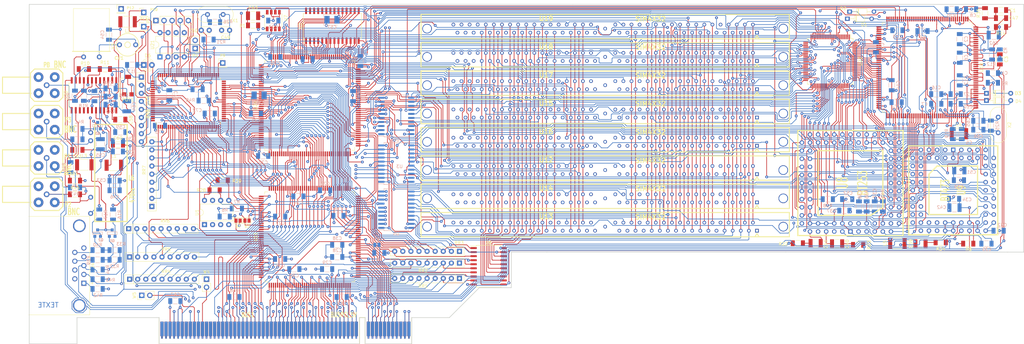
<source format=kicad_pcb>
(kicad_pcb (version 20201002) (generator pcbnew)

  (general
    (thickness 1.6002)
  )

  (paper "A3")
  (title_block
    (title "KiCad demo")
    (date "2015-10-14")
    (rev "1.A")
  )

  (layers
    (0 "F.Cu" signal "top_copper")
    (1 "In1.Cu" signal "GND_layer")
    (2 "In2.Cu" signal "VCC_layer")
    (31 "B.Cu" signal "bottom_copper")
    (32 "B.Adhes" user "B.Adhesive")
    (33 "F.Adhes" user "F.Adhesive")
    (34 "B.Paste" user)
    (35 "F.Paste" user)
    (36 "B.SilkS" user "B.Silkscreen")
    (37 "F.SilkS" user "F.Silkscreen")
    (38 "B.Mask" user)
    (39 "F.Mask" user)
    (40 "Dwgs.User" user "User.Drawings")
    (41 "Cmts.User" user "User.Comments")
    (42 "Eco1.User" user "User.Eco1")
    (43 "Eco2.User" user "User.Eco2")
    (44 "Edge.Cuts" user)
    (45 "Margin" user)
    (46 "B.CrtYd" user "B.Courtyard")
    (47 "F.CrtYd" user "F.Courtyard")
    (48 "B.Fab" user)
    (49 "F.Fab" user)
  )

  (setup
    (stackup
      (layer "F.SilkS" (type "Top Silk Screen") (color "White"))
      (layer "F.Paste" (type "Top Solder Paste"))
      (layer "F.Mask" (type "Top Solder Mask") (color "Green") (thickness 0.01))
      (layer "F.Cu" (type "copper") (thickness 0.035))
      (layer "dielectric 1" (type "core") (thickness 0.480066) (material "FR4") (epsilon_r 4.5) (loss_tangent 0.02))
      (layer "In1.Cu" (type "copper") (thickness 0.035))
      (layer "dielectric 2" (type "prepreg") (thickness 0.480066) (material "FR4") (epsilon_r 4.5) (loss_tangent 0.02))
      (layer "In2.Cu" (type "copper") (thickness 0.035))
      (layer "dielectric 3" (type "core") (thickness 0.480066) (material "FR4") (epsilon_r 4.5) (loss_tangent 0.02))
      (layer "B.Cu" (type "copper") (thickness 0.035))
      (layer "B.Mask" (type "Bottom Solder Mask") (color "Green") (thickness 0.01))
      (layer "B.Paste" (type "Bottom Solder Paste"))
      (layer "B.SilkS" (type "Bottom Silk Screen") (color "White"))
      (copper_finish "HAL lead-free")
      (dielectric_constraints no)
    )
    (aux_axis_origin 40.9 173.1)
    (pcbplotparams
      (layerselection 0x00010fc_ffffffff)
      (disableapertmacros false)
      (usegerberextensions false)
      (usegerberattributes true)
      (usegerberadvancedattributes true)
      (creategerberjobfile true)
      (svguseinch false)
      (svgprecision 6)
      (excludeedgelayer false)
      (plotframeref false)
      (viasonmask false)
      (mode 1)
      (useauxorigin false)
      (hpglpennumber 1)
      (hpglpenspeed 20)
      (hpglpendiameter 15.000000)
      (psnegative false)
      (psa4output false)
      (plotreference true)
      (plotvalue true)
      (plotinvisibletext false)
      (sketchpadsonfab false)
      (subtractmaskfromsilk false)
      (outputformat 1)
      (mirror false)
      (drillshape 0)
      (scaleselection 1)
      (outputdirectory "plots")
    )
  )


  (net 0 "")
  (net 1 "+12V")
  (net 2 "+3.3V")
  (net 3 "+5F")
  (net 4 "/ESVIDEO-RVB/OE_RVB-")
  (net 5 "/ESVIDEO-RVB/REF+")
  (net 6 "/ESVIDEO-RVB/VAA")
  (net 7 "/buspci.sch/EA1")
  (net 8 "/buspci.sch/EA10")
  (net 9 "/buspci.sch/EA11")
  (net 10 "/buspci.sch/EA12")
  (net 11 "/buspci.sch/EA13")
  (net 12 "/buspci.sch/EA14")
  (net 13 "/buspci.sch/EA15")
  (net 14 "/buspci.sch/EA2")
  (net 15 "/buspci.sch/EA3")
  (net 16 "/buspci.sch/EA4")
  (net 17 "/buspci.sch/EA5")
  (net 18 "/buspci.sch/EA6")
  (net 19 "/buspci.sch/EA7")
  (net 20 "/buspci.sch/EA9")
  (net 21 "/buspci.sch/EQ0")
  (net 22 "/buspci.sch/EQ1")
  (net 23 "/buspci.sch/EQ2")
  (net 24 "/buspci.sch/EQ3")
  (net 25 "/buspci.sch/EQ4")
  (net 26 "/buspci.sch/EQ5")
  (net 27 "/buspci.sch/EQ6")
  (net 28 "/buspci.sch/EQ7")
  (net 29 "/buspci.sch/P_AD0")
  (net 30 "/buspci.sch/P_AD1")
  (net 31 "/buspci.sch/P_AD10")
  (net 32 "/buspci.sch/P_AD11")
  (net 33 "/buspci.sch/P_AD12")
  (net 34 "/buspci.sch/P_AD13")
  (net 35 "/buspci.sch/P_AD14")
  (net 36 "/buspci.sch/P_AD15")
  (net 37 "/buspci.sch/P_AD16")
  (net 38 "/buspci.sch/P_AD17")
  (net 39 "/buspci.sch/P_AD18")
  (net 40 "/buspci.sch/P_AD19")
  (net 41 "/buspci.sch/P_AD2")
  (net 42 "/buspci.sch/P_AD20")
  (net 43 "/buspci.sch/P_AD21")
  (net 44 "/buspci.sch/P_AD22")
  (net 45 "/buspci.sch/P_AD23")
  (net 46 "/buspci.sch/P_AD24")
  (net 47 "/buspci.sch/P_AD25")
  (net 48 "/buspci.sch/P_AD26")
  (net 49 "/buspci.sch/P_AD27")
  (net 50 "/buspci.sch/P_AD28")
  (net 51 "/buspci.sch/P_AD29")
  (net 52 "/buspci.sch/P_AD3")
  (net 53 "/buspci.sch/P_AD30")
  (net 54 "/buspci.sch/P_AD31")
  (net 55 "/buspci.sch/P_AD4")
  (net 56 "/buspci.sch/P_AD5")
  (net 57 "/buspci.sch/P_AD6")
  (net 58 "/buspci.sch/P_AD7")
  (net 59 "/buspci.sch/P_AD8")
  (net 60 "/buspci.sch/P_AD9")
  (net 61 "/buspci.sch/P_C/BE0#")
  (net 62 "/buspci.sch/P_C/BE1#")
  (net 63 "/buspci.sch/P_C/BE2#")
  (net 64 "/buspci.sch/P_C/BE3#")
  (net 65 "/buspci.sch/P_CLK")
  (net 66 "/buspci.sch/P_DEVSEL#")
  (net 67 "/buspci.sch/P_FRAME#")
  (net 68 "/buspci.sch/P_GNT#")
  (net 69 "/buspci.sch/P_IDSEL")
  (net 70 "/buspci.sch/P_INTA#")
  (net 71 "/buspci.sch/P_IRDY#")
  (net 72 "/buspci.sch/P_LOCK#")
  (net 73 "/buspci.sch/P_PAR")
  (net 74 "/buspci.sch/P_PERR#")
  (net 75 "/buspci.sch/P_REQ#")
  (net 76 "/buspci.sch/P_RST#")
  (net 77 "/buspci.sch/P_SERR#")
  (net 78 "/buspci.sch/P_STOP#")
  (net 79 "/buspci.sch/P_TRDY#")
  (net 80 "/graphic/14MHZOUT")
  (net 81 "/graphic/CCLK")
  (net 82 "/graphic/CLK10MHz")
  (net 83 "/graphic/CSIO-")
  (net 84 "/graphic/DIN")
  (net 85 "/graphic/DONE")
  (net 86 "/graphic/HDOUT")
  (net 87 "/graphic/HDREFOUT")
  (net 88 "/graphic/IA0")
  (net 89 "/graphic/IA1")
  (net 90 "/graphic/IA2")
  (net 91 "/graphic/IA3")
  (net 92 "/graphic/IA4")
  (net 93 "/graphic/IA5")
  (net 94 "/graphic/IA6")
  (net 95 "/graphic/IA7")
  (net 96 "/graphic/IA8")
  (net 97 "/graphic/IA9")
  (net 98 "/graphic/ICAS-")
  (net 99 "/graphic/ID0")
  (net 100 "/graphic/ID1")
  (net 101 "/graphic/ID2")
  (net 102 "/graphic/ID3")
  (net 103 "/graphic/IOE-")
  (net 104 "/graphic/IRAS-")
  (net 105 "/graphic/IWR-")
  (net 106 "/graphic/LED")
  (net 107 "/graphic/PROG*")
  (net 108 "/graphic/RESERV1")
  (net 109 "/graphic/VOSC")
  (net 110 "/graphic/XTAL_I")
  (net 111 "/graphic/X_DIN")
  (net 112 "/modul/CHROM")
  (net 113 "/modul/CVBS")
  (net 114 "/modul/LUM")
  (net 115 "/pal-ntsc.sch/C-VIDEO")
  (net 116 "/pal-ntsc.sch/VAF")
  (net 117 "/pal-ntsc.sch/Y-VIDEO")
  (net 118 "/pal-ntsc.sch/Y_SYNC")
  (net 119 "GND")
  (net 120 "Net-(BUS1-PadB1)")
  (net 121 "Net-(BUS1-PadB2)")
  (net 122 "Net-(BUS1-PadA4)")
  (net 123 "Net-(BUS1-PadB7)")
  (net 124 "Net-(BUS1-PadB8)")
  (net 125 "Net-(BUS1-PadB9)")
  (net 126 "Net-(BUS1-PadB10)")
  (net 127 "Net-(BUS1-PadB11)")
  (net 128 "Net-(BUS1-PadB14)")
  (net 129 "Net-(BUS1-PadB60)")
  (net 130 "Net-(BUS1-PadA1)")
  (net 131 "Net-(BUS1-PadA3)")
  (net 132 "Net-(BUS1-PadA7)")
  (net 133 "Net-(BUS1-PadA9)")
  (net 134 "Net-(BUS1-PadA11)")
  (net 135 "Net-(BUS1-PadA14)")
  (net 136 "Net-(BUS1-PadA19)")
  (net 137 "Net-(BUS1-PadA40)")
  (net 138 "Net-(BUS1-PadA41)")
  (net 139 "Net-(BUS1-PadA60)")
  (net 140 "Net-(C1-Pad1)")
  (net 141 "Net-(C1-Pad2)")
  (net 142 "Net-(C3-Pad1)")
  (net 143 "Net-(C4-Pad1)")
  (net 144 "Net-(C5-Pad1)")
  (net 145 "Net-(C5-Pad2)")
  (net 146 "Net-(C6-Pad1)")
  (net 147 "Net-(C7-Pad1)")
  (net 148 "Net-(C8-Pad1)")
  (net 149 "Net-(C8-Pad2)")
  (net 150 "Net-(C16-Pad1)")
  (net 151 "Net-(C32-Pad2)")
  (net 152 "Net-(C34-Pad2)")
  (net 153 "Net-(C35-Pad2)")
  (net 154 "Net-(C36-Pad1)")
  (net 155 "Net-(C36-Pad2)")
  (net 156 "Net-(C39-Pad1)")
  (net 157 "Net-(C39-Pad2)")
  (net 158 "Net-(C40-Pad1)")
  (net 159 "Net-(C40-Pad2)")
  (net 160 "Net-(C41-Pad1)")
  (net 161 "Net-(C41-Pad2)")
  (net 162 "Net-(C43-Pad1)")
  (net 163 "Net-(C44-Pad1)")
  (net 164 "Net-(C45-Pad1)")
  (net 165 "Net-(C46-Pad1)")
  (net 166 "Net-(C48-Pad2)")
  (net 167 "Net-(C49-Pad1)")
  (net 168 "Net-(C54-Pad1)")
  (net 169 "Net-(C58-Pad1)")
  (net 170 "Net-(C59-Pad1)")
  (net 171 "Net-(C60-Pad1)")
  (net 172 "Net-(C61-Pad1)")
  (net 173 "Net-(C61-Pad2)")
  (net 174 "Net-(C65-Pad2)")
  (net 175 "Net-(C66-Pad2)")
  (net 176 "Net-(CV1-Pad1)")
  (net 177 "Net-(D6-Pad1)")
  (net 178 "Net-(L1-Pad1)")
  (net 179 "Net-(L6-Pad1)")
  (net 180 "Net-(L6-Pad2)")
  (net 181 "Net-(P4-Pad1)")
  (net 182 "Net-(P9-Pad1)")
  (net 183 "Net-(P10-Pad1)")
  (net 184 "Net-(P11-Pad1)")
  (net 185 "Net-(POT1-Pad1)")
  (net 186 "Net-(Q1-Pad1)")
  (net 187 "Net-(Q1-Pad2)")
  (net 188 "Net-(Q2-Pad1)")
  (net 189 "Net-(Q2-Pad2)")
  (net 190 "Net-(Q3-Pad1)")
  (net 191 "Net-(Q3-Pad2)")
  (net 192 "Net-(R4-Pad1)")
  (net 193 "Net-(R5-Pad1)")
  (net 194 "Net-(R6-Pad1)")
  (net 195 "Net-(R7-Pad1)")
  (net 196 "Net-(R9-Pad2)")
  (net 197 "Net-(R10-Pad2)")
  (net 198 "Net-(R19-Pad2)")
  (net 199 "Net-(R27-Pad1)")
  (net 200 "Net-(R28-Pad2)")
  (net 201 "Net-(R29-Pad2)")
  (net 202 "Net-(R36-Pad2)")
  (net 203 "Net-(R38-Pad1)")
  (net 204 "Net-(U8-Pad58)")
  (net 205 "Net-(U8-Pad60)")
  (net 206 "Net-(U8-Pad62)")
  (net 207 "Net-(U20-Pad23)")
  (net 208 "+5V")
  (net 209 "/GREEN_IN")
  (net 210 "/RED_IN")
  (net 211 "/RED_OUT")
  (net 212 "/GREEN_OUT")
  (net 213 "/BLUE_OUT")
  (net 214 "/C_OUT")
  (net 215 "/Y_OUT")
  (net 216 "/BLUE_IN")
  (net 217 "/CSYNC-OUT")
  (net 218 "/IRQ_SRL")
  (net 219 "/SELECT-")
  (net 220 "//PCWR")
  (net 221 "//PCRD")
  (net 222 "/PTATN-")
  (net 223 "/X_IRQ")
  (net 224 "/PTADR-")
  (net 225 "/RDFIFO-")
  (net 226 "/WRFIFDO-")
  (net 227 "/PTRDY-")
  (net 228 "/ACCES_RAM-")
  (net 229 "/WRITE_RAM")
  (net 230 "/CSYNCIN-")
  (net 231 "/RDCAD-")
  (net 232 "/WRCAD-")
  (net 233 "/CLAMP")
  (net 234 "/CLKCAD")
  (net 235 "/BLANK-")
  (net 236 "/CLKCDA")
  (net 237 "/RDCDA-")
  (net 238 "/WRCDA-")
  (net 239 "/OE_PAL-")
  (net 240 "/VD_PAL-")
  (net 241 "/HD_PAL-")
  (net 242 "/BT812_WR-")
  (net 243 "/BT812_RD-")
  (net 244 "/SYSRST-")
  (net 245 "/F_PALIN")
  (net 246 "/PTNUM1")
  (net 247 "/PTNUM0")
  (net 248 "/IRQ-")
  (net 249 "/BPCLK")
  (net 250 "/WRFULL")
  (net 251 "/RDEMPTY")
  (net 252 "/PTWR")
  (net 253 "/PTBURST")
  (net 254 "/RAS5-")
  (net 255 "/CAS0-")
  (net 256 "/CAS1-")
  (net 257 "/CAS2-")
  (net 258 "/CAS3-")
  (net 259 "/WRAM-")
  (net 260 "/RAS7-")
  (net 261 "/RAS6-")
  (net 262 "/RAS3-")
  (net 263 "/RAS4-")
  (net 264 "/RAS2-")
  (net 265 "/RAS1-")
  (net 266 "/RAS0-")
  (net 267 "/X_PROG-")
  (net 268 "/X_DATA")
  (net 269 "/X_CLK")
  (net 270 "/ACQ_ON")
  (net 271 "/X_DONE")
  (net 272 "/CVBSOUT")
  (net 273 "/DQ29")
  (net 274 "/DQ30")
  (net 275 "/DQ31")
  (net 276 "/DQ26")
  (net 277 "/DQ27")
  (net 278 "/DQ28")
  (net 279 "/DQ25")
  (net 280 "/DQ24")
  (net 281 "/DQ17")
  (net 282 "/DQ16")
  (net 283 "/DQ23")
  (net 284 "/DQ22")
  (net 285 "/DQ21")
  (net 286 "/DQ19")
  (net 287 "/DQ18")
  (net 288 "/DQ20")
  (net 289 "/DQ7")
  (net 290 "/DQ6")
  (net 291 "/DQ5")
  (net 292 "/DQ4")
  (net 293 "/DQ3")
  (net 294 "/DQ2")
  (net 295 "/DQ1")
  (net 296 "/DQ0")
  (net 297 "/DQ8")
  (net 298 "/DQ9")
  (net 299 "/DQ10")
  (net 300 "/DQ11")
  (net 301 "/DQ12")
  (net 302 "/DQ13")
  (net 303 "/DQ14")
  (net 304 "/DQ15")
  (net 305 "/TVRAM0")
  (net 306 "/TVRAM1")
  (net 307 "/TVRAM2")
  (net 308 "/TVRAM3")
  (net 309 "/TVRAM4")
  (net 310 "/TVRAM5")
  (net 311 "/TVRAM6")
  (net 312 "/TVRAM7")
  (net 313 "/TVRAM8")
  (net 314 "/TVRAM9")
  (net 315 "/TVRAM10")
  (net 316 "/TVRAM11")
  (net 317 "/TVRAM12")
  (net 318 "/TVRAM13")
  (net 319 "/TVRAM14")
  (net 320 "/TVRAM15")
  (net 321 "/TVRAM16")
  (net 322 "/TVRAM17")
  (net 323 "/TVRAM18")
  (net 324 "/TVRAM19")
  (net 325 "/TVRAM20")
  (net 326 "/TVRAM21")
  (net 327 "/TVRAM22")
  (net 328 "/TVRAM23")
  (net 329 "/TVRAM24")
  (net 330 "/TVRAM25")
  (net 331 "/TVRAM26")
  (net 332 "/TVRAM27")
  (net 333 "/TVRAM28")
  (net 334 "/TVRAM29")
  (net 335 "/TVRAM30")
  (net 336 "/TVRAM31")
  (net 337 "/PCA0")
  (net 338 "/PCA1")
  (net 339 "/PCA2")
  (net 340 "/TVB7")
  (net 341 "/TVB6")
  (net 342 "/TVB5")
  (net 343 "/TVB4")
  (net 344 "/TVB3")
  (net 345 "/TVB2")
  (net 346 "/TVB1")
  (net 347 "/TVB0")
  (net 348 "/TVG7")
  (net 349 "/TVG6")
  (net 350 "/TVG5")
  (net 351 "/TVG4")
  (net 352 "/TVG3")
  (net 353 "/TVG2")
  (net 354 "/TVG1")
  (net 355 "/TVG0")
  (net 356 "/TVR7")
  (net 357 "/TVR6")
  (net 358 "/TVR5")
  (net 359 "/TVR4")
  (net 360 "/TVR3")
  (net 361 "/TVR2")
  (net 362 "/TVR1")
  (net 363 "/TVR0")
  (net 364 "/TVI0")
  (net 365 "/TVI1")
  (net 366 "/ADR6")
  (net 367 "/ADR2")
  (net 368 "/ADR3")
  (net 369 "/ADR4")
  (net 370 "/ADR5")
  (net 371 "/BE-1")
  (net 372 "/BE-2")
  (net 373 "/BE-3")
  (net 374 "/PTBE-3")
  (net 375 "/PTBE-2")
  (net 376 "/PTBE-1")
  (net 377 "/PTBE-0")
  (net 378 "/BE-0")
  (net 379 "/MXA0")
  (net 380 "/MXA1")
  (net 381 "/MXA2")
  (net 382 "/MXA3")
  (net 383 "/MXA4")
  (net 384 "/MXA5")
  (net 385 "/MXA6")
  (net 386 "/MXA10")
  (net 387 "/MXA7")
  (net 388 "/MXA8")
  (net 389 "/MXA9")

  (module "Connectors:BUSPCI" locked (layer "F.Cu") (tedit 54017FA7) (tstamp 00000000-0000-0000-0000-0000269c6109)
    (at 158.115 158.75)
    (descr "Connecteur Bus PCI")
    (tags "PCI CONN")
    (path "/00000000-0000-0000-0000-00004bf03687/00000000-0000-0000-0000-0000269c6109")
    (attr through_hole)
    (fp_text reference "BUS1" (at -35.941 -4.699) (layer "F.SilkS")
      (effects (font (size 1.524 1.016) (thickness 0.2032)))
      (tstamp 9dad5106-8f9f-4877-beba-fe7a3820e332)
    )
    (fp_text value "BUSPCI_5V" (at -5.842 -4.699) (layer "F.SilkS")
      (effects (font (size 1.524 1.016) (thickness 0.2032)))
      (tstamp 9fa3d238-ce61-4704-84af-a43ceb3e851c)
    )
    (fp_line (start -63.754 4.445) (end -0.889 4.445) (layer "F.SilkS") (width 0.2032) (tstamp 06efbcfb-e75c-4912-b07a-e8368d74cc92))
    (fp_line (start 0.889 -3.81) (end 0.889 4.445) (layer "F.SilkS") (width 0.2032) (tstamp 2515cd14-fe14-4a92-843e-52ebf4243eb3))
    (fp_line (start 15.494 4.445) (end 15.494 -3.81) (layer "F.SilkS") (width 0.2032) (tstamp 3aa2a6ad-2816-46ac-8b35-c11a6d72ac05))
    (fp_line (start -0.889 -3.81) (end 0.889 -3.81) (layer "F.SilkS") (width 0.2032) (tstamp 764ade60-04be-47ea-a2cd-d3620e2981f3))
    (fp_line (start -63.754 -3.81) (end -63.754 4.445) (layer "F.SilkS") (width 0.2032) (tstamp 9bf97248-9c4d-4362-927f-0ef9d8529104))
    (fp_line (start -0.889 4.445) (end -0.889 -3.81) (layer "F.SilkS") (width 0.2032) (tstamp b0463187-0642-4f42-ac17-56a2c1453a3e))
    (fp_line (start 0.889 4.445) (end 15.494 4.445) (layer "F.SilkS") (width 0.2032) (tstamp eee18253-27ab-44e0-81ca-d075bf1a682a))
    (pad "A1" connect rect (at -62.865 -0.254) (size 1.016 4.572) (layers "B.Cu" "B.Mask")
      (net 130 "Net-(BUS1-PadA1)") (pinfunction "TRST#") (tstamp 449419f6-6217-4b67-af75-1ddfef8fe11b))
    (pad "A1" connect rect (at -62.865 2.413) (size 0.508 0.762) (layers "B.Cu" "B.Mask")
      (net 130 "Net-(BUS1-PadA1)") (pinfunction "TRST#") (tstamp 73c8837c-3f10-4a95-8c87-8067fe8b5cf4))
    (pad "A2" connect rect (at -61.595 -0.254) (size 1.016 4.572) (layers "B.Cu" "B.Mask")
      (net 1 "+12V") (pinfunction "+12V") (tstamp 3f12f722-9b6d-4e70-955a-a07777102750))
    (pad "A2" connect rect (at -61.595 2.413) (size 0.508 0.762) (layers "B.Cu" "B.Mask")
      (net 1 "+12V") (pinfunction "+12V") (tstamp fc0a96ba-c654-4ebc-bab8-43c209fd177a))
    (pad "A3" connect rect (at -60.325 2.413) (size 0.508 0.762) (layers "B.Cu" "B.Mask")
      (net 131 "Net-(BUS1-PadA3)") (pinfunction "TMS") (tstamp a5d35b62-dd1e-43d2-887d-399e06731ba7))
    (pad "A3" connect rect (at -60.325 -0.254) (size 1.016 4.572) (layers "B.Cu" "B.Mask")
      (net 131 "Net-(BUS1-PadA3)") (pinfunction "TMS") (tstamp f8c5903d-0413-44a9-99cd-630e56836c36))
    (pad "A4" connect rect (at -59.055 -0.254) (size 1.016 4.572) (layers "B.Cu" "B.Mask")
      (net 122 "Net-(BUS1-PadA4)") (pinfunction "TDI") (tstamp 05f6fe94-4427-4333-a48d-3f81cb47e27d))
    (pad "A4" connect rect (at -59.055 2.413) (size 0.508 0.762) (layers "B.Cu" "B.Mask")
      (net 122 "Net-(BUS1-PadA4)") (pinfunction "TDI") (tstamp 6420c7a9-7236-4767-ae13-e24955f53aaf))
    (pad "A5" connect rect (at -57.785 -0.254) (size 1.016 4.572) (layers "B.Cu" "B.Mask")
      (net 208 "+5V") (pinfunction "+5V") (tstamp 070d017b-b202-44ca-8324-dc72246db33c))
    (pad "A5" connect rect (at -57.785 2.413) (size 0.508 0.762) (layers "B.Cu" "B.Mask")
      (net 208 "+5V") (pinfunction "+5V") (tstamp 990b1c30-ed98-4753-bf16-0b5570e88ac6))
    (pad "A6" connect rect (at -56.515 2.413) (size 0.508 0.762) (layers "B.Cu" "B.Mask")
      (net 70 "/buspci.sch/P_INTA#") (pinfunction "INTA#") (tstamp 2102e83a-e211-423f-9095-b04023b55c9a))
    (pad "A6" connect rect (at -56.515 -0.254) (size 1.016 4.572) (layers "B.Cu" "B.Mask")
      (net 70 "/buspci.sch/P_INTA#") (pinfunction "INTA#") (tstamp 734122ed-e191-41a0-ad1f-110320028b56))
    (pad "A7" connect rect (at -55.245 -0.254) (size 1.016 4.572) (layers "B.Cu" "B.Mask")
      (net 132 "Net-(BUS1-PadA7)") (pinfunction "INTC#") (tstamp 4b73e5da-ddb0-4797-978e-64f766352120))
    (pad "A7" connect rect (at -55.245 2.413) (size 0.508 0.762) (layers "B.Cu" "B.Mask")
      (net 132 "Net-(BUS1-PadA7)") (pinfunction "INTC#") (tstamp c94b7c2e-1760-4883-9efe-e70ac5e8e345))
    (pad "A8" connect rect (at -53.975 2.413) (size 0.508 0.762) (layers "B.Cu" "B.Mask")
      (net 208 "+5V") (pinfunction "+5V") (tstamp 2d84ae77-6c52-42fc-870d-b6e778760c54))
    (pad "A8" connect rect (at -53.975 -0.254) (size 1.016 4.572) (layers "B.Cu" "B.Mask")
      (net 208 "+5V") (pinfunction "+5V") (tstamp 694bdd7c-aa24-4fa5-a418-5da9647f2cd5))
    (pad "A9" connect rect (at -52.705 2.413) (size 0.508 0.762) (layers "B.Cu" "B.Mask")
      (net 133 "Net-(BUS1-PadA9)") (pinfunction "RESERVED") (tstamp 728c0c82-ff31-4e58-a295-3c43b0385cd1))
    (pad "A9" connect rect (at -52.705 -0.254) (size 1.016 4.572) (layers "B.Cu" "B.Mask")
      (net 133 "Net-(BUS1-PadA9)") (pinfunction "RESERVED") (tstamp cd0b2e66-1590-4113-beb3-064e0f6cb80a))
    (pad "A10" connect rect (at -51.435 -0.254) (size 1.016 4.572) (layers "B.Cu" "B.Mask")
      (net 208 "+5V") (pinfunction "VIO") (tstamp e6f3f2f4-cea8-44eb-9206-a064b81803b9))
    (pad "A10" connect rect (at -51.435 2.413) (size 0.508 0.762) (layers "B.Cu" "B.Mask")
      (net 208 "+5V") (pinfunction "VIO") (tstamp fbab261d-fc52-463f-aeeb-a6ee55ac3147))
    (pad "A11" connect rect (at -50.165 -0.254) (size 1.016 4.572) (layers "B.Cu" "B.Mask")
      (net 134 "Net-(BUS1-PadA11)") (pinfunction "RESERVED") (tstamp 50b3f0b0-065d-45c9-967b-dd6361e89f3c))
    (pad "A11" connect rect (at -50.165 2.413) (size 0.508 0.762) (layers "B.Cu" "B.Mask")
      (net 134 "Net-(BUS1-PadA11)") (pinfunction "RESERVED") (tstamp 57f39cb6-53e7-4df3-8bf1-74ee06352502))
    (pad "A12" connect rect (at -48.895 -0.254) (size 1.016 4.572) (layers "B.Cu" "B.Mask") (tstamp 6f0693f2-8a22-4d06-8d1a-f3d7cbced409))
    (pad "A12" connect rect (at -48.895 2.413) (size 0.508 0.762) (layers "B.Cu" "B.Mask") (tstamp be88abf9-697d-470c-92b6-c24c1d11f80f))
    (pad "A13" connect rect (at -47.625 -0.254) (size 1.016 4.572) (layers "B.Cu" "B.Mask") (tstamp 891d2aad-f8d4-4dc7-b847-e27060800cc7))
    (pad "A13" connect rect (at -47.625 2.413) (size 0.508 0.762) (layers "B.Cu" "B.Mask") (tstamp 9de489d2-c0ca-4b4d-90cd-3b763d09b53b))
    (pad "A14" connect rect (at -46.355 -0.254) (size 1.016 4.572) (layers "B.Cu" "B.Mask")
      (net 135 "Net-(BUS1-PadA14)") (pinfunction "3.3VAUX") (tstamp 3a8d1c9d-10b2-4931-b380-f43ea7848841))
    (pad "A14" connect rect (at -46.355 2.413) (size 0.508 0.762) (layers "B.Cu" "B.Mask")
      (net 135 "Net-(BUS1-PadA14)") (pinfunction "3.3VAUX") (tstamp 48b7270c-19a7-460f-94fb-c2af34346cc0))
    (pad "A15" connect rect (at -45.085 2.413) (size 0.508 0.762) (layers "B.Cu" "B.Mask")
      (net 76 "/buspci.sch/P_RST#") (pinfunction "RST#") (tstamp 20e5d78f-e2b3-48b0-ab1f-8595f5538e58))
    (pad "A15" connect rect (at -45.085 -0.254) (size 1.016 4.572) (layers "B.Cu" "B.Mask")
      (net 76 "/buspci.sch/P_RST#") (pinfunction "RST#") (tstamp 9f84998d-78da-415f-8dc1-937a576a0685))
    (pad "A16" connect rect (at -43.815 2.413) (size 0.508 0.762) (layers "B.Cu" "B.Mask")
      (net 208 "+5V") (pinfunction "VIO") (tstamp d748bc1d-0277-4e33-bfae-f92257845a12))
    (pad "A16" connect rect (at -43.815 -0.254) (size 1.016 4.572) (layers "B.Cu" "B.Mask")
      (net 208 "+5V") (pinfunction "VIO") (tstamp fdbd7da5-b252-4cdd-a10c-751ab2af4b51))
    (pad "A17" connect rect (at -42.545 2.413) (size 0.508 0.762) (layers "B.Cu" "B.Mask")
      (net 68 "/buspci.sch/P_GNT#") (pinfunction "GNT#") (tstamp 1b4dca17-ca48-470c-ba56-d99bb2fab6d9))
    (pad "A17" connect rect (at -42.545 -0.254) (size 1.016 4.572) (layers "B.Cu" "B.Mask")
      (net 68 "/buspci.sch/P_GNT#") (pinfunction "GNT#") (tstamp 45c59880-2dd6-43ea-bc48-86f5e6d1dd70))
    (pad "A18" connect rect (at -41.275 2.413) (size 0.508 0.762) (layers "B.Cu" "B.Mask")
      (net 119 "GND") (pinfunction "GND") (tstamp 8e856dc5-0ee9-4f9a-9d98-5992551e3852))
    (pad "A18" connect rect (at -41.275 -0.254) (size 1.016 4.572) (layers "B.Cu" "B.Mask")
      (net 119 "GND") (pinfunction "GND") (tstamp f2601f9c-0e3b-43da-9282-b9197291b30a))
    (pad "A19" connect rect (at -40.005 -0.254) (size 1.016 4.572) (layers "B.Cu" "B.Mask")
      (net 136 "Net-(BUS1-PadA19)") (pinfunction "PME#") (tstamp 1e2d3206-d0d3-4a9c-b1b2-ee976e73a115))
    (pad "A19" connect rect (at -40.005 2.413) (size 0.508 0.762) (layers "B.Cu" "B.Mask")
      (net 136 "Net-(BUS1-PadA19)") (pinfunction "PME#") (tstamp c6400345-d8bb-43bf-8e37-baa24a43e362))
    (pad "A20" connect rect (at -38.735 -0.254) (size 1.016 4.572) (layers "B.Cu" "B.Mask")
      (net 53 "/buspci.sch/P_AD30") (pinfunction "AD[30]") (tstamp 17e5e6d7-33ae-49dc-93db-6c2c379db88a))
    (pad "A20" connect rect (at -38.735 2.413) (size 0.508 0.762) (layers "B.Cu" "B.Mask")
      (net 53 "/buspci.sch/P_AD30") (pinfunction "AD[30]") (tstamp 6cb7d9d7-de52-4ab5-9440-610c0226adf8))
    (pad "A21" connect rect (at -37.465 2.413) (size 0.508 0.762) (layers "B.Cu" "B.Mask")
      (net 2 "+3.3V") (pinfunction "+3.3V") (tstamp 4b8db69e-b9aa-4eb7-8856-2bd53de3df5a))
    (pad "A21" connect rect (at -37.465 -0.254) (size 1.016 4.572) (layers "B.Cu" "B.Mask")
      (net 2 "+3.3V") (pinfunction "+3.3V") (tstamp 93a45ce6-c715-49a3-b818-2e532acf0996))
    (pad "A22" connect rect (at -36.195 -0.254) (size 1.016 4.572) (layers "B.Cu" "B.Mask")
      (net 50 "/buspci.sch/P_AD28") (pinfunction "AD[28]") (tstamp 5742e5c6-b20c-4611-98d6-589237f9a25f))
    (pad "A22" connect rect (at -36.195 2.413) (size 0.508 0.762) (layers "B.Cu" "B.Mask")
      (net 50 "/buspci.sch/P_AD28") (pinfunction "AD[28]") (tstamp b482b61b-4053-4267-9d76-fc4f9285e239))
    (pad "A23" connect rect (at -34.925 2.413) (size 0.508 0.762) (layers "B.Cu" "B.Mask")
      (net 48 "/buspci.sch/P_AD26") (pinfunction "AD[26]") (tstamp a8126b7b-872c-4724-adf6-ea80881dce5b))
    (pad "A23" connect rect (at -34.925 -0.254) (size 1.016 4.572) (layers "B.Cu" "B.Mask")
      (net 48 "/buspci.sch/P_AD26") (pinfunction "AD[26]") (tstamp ce0be813-f2eb-49e2-a825-952372f9142d))
    (pad "A24" connect rect (at -33.655 2.413) (size 0.508 0.762) (layers "B.Cu" "B.Mask")
      (net 119 "GND") (pinfunction "GND") (tstamp 07d9387b-8473-478a-88f9-d24b915236c8))
    (pad "A24" connect rect (at -33.655 -0.254) (size 1.016 4.572) (layers "B.Cu" "B.Mask")
      (net 119 "GND") (pinfunction "GND") (tstamp 9ef1e84d-d0db-4a98-8bd6-ea598fa11de7))
    (pad "A25" connect rect (at -32.385 2.413) (size 0.508 0.762) (layers "B.Cu" "B.Mask")
      (net 46 "/buspci.sch/P_AD24") (pinfunction "AD[24]") (tstamp 2eb11089-0264-4867-90b2-357eddd2db75))
    (pad "A25" connect rect (at -32.385 -0.254) (size 1.016 4.572) (layers "B.Cu" "B.Mask")
      (net 46 "/buspci.sch/P_AD24") (pinfunction "AD[24]") (tstamp ac35634f-d24a-4b4b-be05-1b9b623a9ade))
    (pad "A26" connect rect (at -31.115 2.413) (size 0.508 0.762) (layers "B.Cu" "B.Mask")
      (net 69 "/buspci.sch/P_IDSEL") (pinfunction "IDSEL") (tstamp 555baf86-9481-4a8d-acb2-d7b7916b6e46))
    (pad "A26" connect rect (at -31.115 -0.254) (size 1.016 4.572) (layers "B.Cu" "B.Mask")
      (net 69 "/buspci.sch/P_IDSEL") (pinfunction "IDSEL") (tstamp 9fffb994-1a6d-4caa-9c09-0fc7e4dfa156))
    (pad "A27" connect rect (at -29.845 2.413) (size 0.508 0.762) (layers "B.Cu" "B.Mask")
      (net 2 "+3.3V") (pinfunction "+3.3V") (tstamp 24fc7e17-3103-407e-aabd-b6432aff9f0e))
    (pad "A27" connect rect (at -29.845 -0.254) (size 1.016 4.572) (layers "B.Cu" "B.Mask")
      (net 2 "+3.3V") (pinfunction "+3.3V") (tstamp ce8b0c22-50d1-42b2-9dd9-353620a2cff2))
    (pad "A28" connect rect (at -28.575 -0.254) (size 1.016 4.572) (layers "B.Cu" "B.Mask")
      (net 44 "/buspci.sch/P_AD22") (pinfunction "AD[22]") (tstamp 1a476b01-c71c-424e-8991-dc4487db92dd))
    (pad "A28" connect rect (at -28.575 2.413) (size 0.508 0.762) (layers "B.Cu" "B.Mask")
      (net 44 "/buspci.sch/P_AD22") (pinfunction "AD[22]") (tstamp 61ec9dd1-3d52-4a13-802b-369f2290cb7c))
    (pad "A29" connect rect (at -27.305 2.413) (size 0.508 0.762) (layers "B.Cu" "B.Mask")
      (net 42 "/buspci.sch/P_AD20") (pinfunction "AD[20]") (tstamp 5301df5a-6c54-45ce-9b46-4842607147f5))
    (pad "A29" connect rect (at -27.305 -0.254) (size 1.016 4.572) (layers "B.Cu" "B.Mask")
      (net 42 "/buspci.sch/P_AD20") (pinfunction "AD[20]") (tstamp 891535f8-f0b5-4fa2-b607-e5d32d2d315f))
    (pad "A30" connect rect (at -26.035 -0.254) (size 1.016 4.572) (layers "B.Cu" "B.Mask")
      (net 119 "GND") (pinfunction "GND") (tstamp 86f3eda4-dec7-495d-9af6-4cb6a6b51131))
    (pad "A30" connect rect (at -26.035 2.413) (size 0.508 0.762) (layers "B.Cu" "B.Mask")
      (net 119 "GND") (pinfunction "GND") (tstamp e3591606-4503-48a6-9ace-fd3dbdf77830))
    (pad "A31" connect rect (at -24.765 -0.254) (size 1.016 4.572) (layers "B.Cu" "B.Mask")
      (net 39 "/buspci.sch/P_AD18") (pinfunction "AD[18]") (tstamp 0306a2f2-938d-406a-8831-8536baf011e4))
    (pad "A31" connect rect (at -24.765 2.413) (size 0.508 0.762) (layers "B.Cu" "B.Mask")
      (net 39 "/buspci.sch/P_AD18") (pinfunction "AD[18]") (tstamp 11a010ef-75a6-4744-8e79-e75dac192e6a))
    (pad "A32" connect rect (at -23.495 2.413) (size 0.508 0.762) (layers "B.Cu" "B.Mask")
      (net 37 "/buspci.sch/P_AD16") (pinfunction "AD[16]") (tstamp 05865220-8655-453f-8bc8-6cc12d703d5e))
    (pad "A32" connect rect (at -23.495 -0.254) (size 1.016 4.572) (layers "B.Cu" "B.Mask")
      (net 37 "/buspci.sch/P_AD16") (pinfunction "AD[16]") (tstamp ff9ce57f-c491-480d-a5dc-4c055c9099f7))
    (pad "A33" connect rect (at -22.225 2.413) (size 0.508 0.762) (layers "B.Cu" "B.Mask")
      (net 2 "+3.3V") (pinfunction "+3.3V") (tstamp 3cdee6e1-85bd-4100-8ec8-8df83185703a))
    (pad "A33" connect rect (at -22.225 -0.254) (size 1.016 4.572) (layers "B.Cu" "B.Mask")
      (net 2 "+3.3V") (pinfunction "+3.3V") (tstamp a55347c0-b9b6-4a3d-be82-98613af26263))
    (pad "A34" connect rect (at -20.955 -0.254) (size 1.016 4.572) (layers "B.Cu" "B.Mask")
      (net 67 "/buspci.sch/P_FRAME#") (pinfunction "FRAME#") (tstamp 41a9931e-58d3-400a-9dcd-e34cc3a24add))
    (pad "A34" connect rect (at -20.955 2.413) (size 0.508 0.762) (layers "B.Cu" "B.Mask")
      (net 67 "/buspci.sch/P_FRAME#") (pinfunction "FRAME#") (tstamp 5a7e9ed2-383f-44c4-a79c-820c02cc8b4f))
    (pad "A35" connect rect (at -19.685 2.413) (size 0.508 0.762) (layers "B.Cu" "B.Mask")
      (net 119 "GND") (pinfunction "GND") (tstamp 1a86d727-eb29-4fd2-a0e6-d3ba21ff306e))
    (pad "A35" connect rect (at -19.685 -0.254) (size 1.016 4.572) (layers "B.Cu" "B.Mask")
      (net 119 "GND") (pinfunction "GND") (tstamp 74781247-fa05-4756-82b1-942b133b50e9))
    (pad "A36" connect rect (at -18.415 2.413) (size 0.508 0.762) (layers "B.Cu" "B.Mask")
      (net 79 "/buspci.sch/P_TRDY#") (pinfunction "TRDY#") (tstamp 505c9bf9-982b-4be4-b85d-81539b813492))
    (pad "A36" connect rect (at -18.415 -0.254) (size 1.016 4.572) (layers "B.Cu" "B.Mask")
      (net 79 "/buspci.sch/P_TRDY#") (pinfunction "TRDY#") (tstamp 9ef47186-2d6a-4866-9d9b-49a3dd8596d9))
    (pad "A37" connect rect (at -17.145 -0.254) (size 1.016 4.572) (layers "B.Cu" "B.Mask")
      (net 119 "GND") (pinfunction "GND") (tstamp 7f76cc82-eeb6-441e-b819-c8e3cad8639d))
    (pad "A37" connect rect (at -17.145 2.413) (size 0.508 0.762) (layers "B.Cu" "B.Mask")
      (net 119 "GND") (pinfunction "GND") (tstamp cb78b3d7-8502-4711-8781-bcd2e1a038a4))
    (pad "A38" connect rect (at -15.875 2.413) (size 0.508 0.762) (layers "B.Cu" "B.Mask")
      (net 78 "/buspci.sch/P_STOP#") (pinfunction "STOP#") (tstamp 95d70bd1-744e-4bb8-8193-28c2eee674de))
    (pad "A38" connect rect (at -15.875 -0.254) (size 1.016 4.572) (layers "B.Cu" "B.Mask")
      (net 78 "/buspci.sch/P_STOP#") (pinfunction "STOP#") (tstamp eea10f6a-d364-449b-908b-c43d9d76ce8f))
    (pad "A39" connect rect (at -14.605 -0.254) (size 1.016 4.572) (layers "B.Cu" "B.Mask")
      (net 2 "+3.3V") (pinfunction "+3.3V") (tstamp 6d738ba4-22cd-466b-828a-30557ab6f126))
    (pad "A39" connect rect (at -14.605 2.413) (size 0.508 0.762) (layers "B.Cu" "B.Mask")
      (net 2 "+3.3V") (pinfunction "+3.3V") (tstamp d809a73a-af54-4e0c-9f8b-3a699fc9d0b2))
    (pad "A40" connect rect (at -13.335 2.413) (size 0.508 0.762) (layers "B.Cu" "B.Mask")
      (net 137 "Net-(BUS1-PadA40)") (pinfunction "RESERVED") (tstamp 92eca424-6cc9-41dd-91da-8abf5b77e0ee))
    (pad "A40" connect rect (at -13.335 -0.254) (size 1.016 4.572) (layers "B.Cu" "B.Mask")
      (net 137 "Net-(BUS1-PadA40)") (pinfunction "RESERVED") (tstamp e099a5d6-7402-4344-9b6d-146549a84c3a))
    (pad "A41" connect rect (at -12.065 -0.254) (size 1.016 4.572) (layers "B.Cu" "B.Mask")
      (net 138 "Net-(BUS1-PadA41)") (pinfunction "RESERVED") (tstamp 18368655-6b26-4ee1-8009-12198e53fbfd))
    (pad "A41" connect rect (at -12.065 2.413) (size 0.508 0.762) (layers "B.Cu" "B.Mask")
      (net 138 "Net-(BUS1-PadA41)") (pinfunction "RESERVED") (tstamp 6ac98378-51f9-495a-ba17-6d481bae94c3))
    (pad "A42" connect rect (at -10.795 -0.254) (size 1.016 4.572) (layers "B.Cu" "B.Mask")
      (net 119 "GND") (pinfunction "GND") (tstamp 4499ffe8-6005-44cc-96fe-9b3f6b3a5d74))
    (pad "A42" connect rect (at -10.795 2.413) (size 0.508 0.762) (layers "B.Cu" "B.Mask")
      (net 119 "GND") (pinfunction "GND") (tstamp c6ab9a9c-3276-4208-97bf-3c44289879e6))
    (pad "A43" connect rect (at -9.525 2.413) (size 0.508 0.762) (layers "B.Cu" "B.Mask")
      (net 73 "/buspci.sch/P_PAR") (pinfunction "PAR") (tstamp 450e816d-b37a-479a-8970-ce352950c134))
    (pad "A43" connect rect (at -9.525 -0.254) (size 1.016 4.572) (layers "B.Cu" "B.Mask")
      (net 73 "/buspci.sch/P_PAR") (pinfunction "PAR") (tstamp f1a94b35-bd2b-4979-ac26-7c5556a1d6cf))
    (pad "A44" connect rect (at -8.255 -0.254) (size 1.016 4.572) (layers "B.Cu" "B.Mask")
      (net 36 "/buspci.sch/P_AD15") (pinfunction "AD[15]") (tstamp 222cee7b-0de9-40c1-a199-8588aaa1abb5))
    (pad "A44" connect rect (at -8.255 2.413) (size 0.508 0.762) (layers "B.Cu" "B.Mask")
      (net 36 "/buspci.sch/P_AD15") (pinfunction "AD[15]") (tstamp 84147f51-8c0b-4798-b218-233c50f8f566))
    (pad "A45" connect rect (at -6.985 -0.254) (size 1.016 4.572) (layers "B.Cu" "B.Mask")
      (net 2 "+3.3V") (pinfunction "+3.3V") (tstamp 305f35f0-42c3-4bde-ab1d-55c760afda9a))
    (pad "A45" connect rect (at -6.985 2.413) (size 0.508 0.762) (layers "B.Cu" "B.Mask")
      (net 2 "+3.3V") (pinfunction "+3.3V") (tstamp e9a8a749-eef1-4a20-8551-8e083da53bc0))
    (pad "A46" connect rect (at -5.715 2.413) (size 0.508 0.762) (layers "B.Cu" "B.Mask")
      (net 34 "/buspci.sch/P_AD13") (pinfunction "AD[13]") (tstamp 13818611-f8e7-4a32-af4b-72ab6be71e7d))
    (pad "A46" connect rect (at -5.715 -0.254) (size 1.016 4.572) (layers "B.Cu" "B.Mask")
      (net 34 "/buspci.sch/P_AD13") (pinfunction "AD[13]") (tstamp b8e065a7-ee47-413a-bf17-742f398bf9eb))
    (pad "A47" connect rect (at -4.445 2.413) (size 0.508 0.762) (layers "B.Cu" "B.Mask")
      (net 32 "/buspci.sch/P_AD11") (pinfunction "AD[11]") (tstamp 37d60ca5-2475-4b57-b9ea-21105c7f93a6))
    (pad "A47" connect rect (at -4.445 -0.254) (size 1.016 4.572) (layers "B.Cu" "B.Mask")
      (net 32 "/buspci.sch/P_AD11") (pinfunction "AD[11]") (tstamp ad2977fe-4d80-42f3-bf83-31cdb9a09a87))
    (pad "A48" connect rect (at -3.175 -0.254) (size 1.016 4.572) (layers "B.Cu" "B.Mask")
      (net 119 "GND") (pinfunction "GND") (tstamp 4ce9223c-9e75-4698-b0c5-87b9024c470c))
    (pad "A48" connect rect (at -3.175 2.413) (size 0.508 0.762) (layers "B.Cu" "B.Mask")
      (net 119 "GND") (pinfunction "GND") (tstamp 9e27dce5-af49-4d33-823c-99b1f941a847))
    (pad "A49" connect rect (at -1.905 -0.254) (size 1.016 4.572) (layers "B.Cu" "B.Mask")
      (net 60 "/buspci.sch/P_AD9") (pinfunction "AD[09]") (tstamp 41c7c4e1-7484-4776-b128-632fbeb47ce2))
    (pad "A49" connect rect (at -1.905 2.413) (size 0.508 0.762) (layers "B.Cu" "B.Mask")
      (net 60 "/buspci.sch/P_AD9") (pinfunction "AD[09]") (tstamp 994baed0-4c18-44bf-b1b8-9d9e1e06205b))
    (pad "A52" connect rect (at 1.905 2.413) (size 0.508 0.762) (layers "B.Cu" "B.Mask")
      (net 61 "/buspci.sch/P_C/BE0#") (pinfunction "C/BE#[0]") (tstamp 0a9444c8-575b-4870-b083-e1043e7b63cd))
    (pad "A52" connect rect (at 1.905 -0.254) (size 1.016 4.572) (layers "B.Cu" "B.Mask")
      (net 61 "/buspci.sch/P_C/BE0#") (pinfunction "C/BE#[0]") (tstamp a0811c98-99b4-4d81-8e05-7e10abb73523))
    (pad "A53" connect rect (at 3.175 -0.254) (size 1.016 4.572) (layers "B.Cu" "B.Mask")
      (net 2 "+3.3V") (pinfunction "+3.3V") (tstamp 5621e997-919b-4028-932e-3e41243e5551))
    (pad "A53" connect rect (at 3.175 2.413) (size 0.508 0.762) (layers "B.Cu" "B.Mask")
      (net 2 "+3.3V") (pinfunction "+3.3V") (tstamp 9e268259-4153-4fbc-81a9-f9d3388157c7))
    (pad "A54" connect rect (at 4.445 2.413) (size 0.508 0.762) (layers "B.Cu" "B.Mask")
      (net 57 "/buspci.sch/P_AD6") (pinfunction "AD[06]") (tstamp 6d0808d5-b97a-45f4-9f54-eee8b2ad14be))
    (pad "A54" connect rect (at 4.445 -0.254) (size 1.016 4.572) (layers "B.Cu" "B.Mask")
      (net 57 "/buspci.sch/P_AD6") (pinfunction "AD[06]") (tstamp ed077d54-3e6b-4ebb-ac43-cc9adc15f969))
    (pad "A55" connect rect (at 5.715 -0.254) (size 1.016 4.572) (layers "B.Cu" "B.Mask")
      (net 55 "/buspci.sch/P_AD4") (pinfunction "AD[04]") (tstamp 1357e856-f362-4222-8941-fd89b9ea0782))
    (pad "A55" connect rect (at 5.715 2.413) (size 0.508 0.762) (layers "B.Cu" "B.Mask")
      (net 55 "/buspci.sch/P_AD4") (pinfunction "AD[04]") (tstamp 14bafb89-929c-4572-8734-1eeeaaa8ac50))
    (pad "A56" connect rect (at 6.985 2.413) (size 0.508 0.762) (layers "B.Cu" "B.Mask")
      (net 119 "GND") (pinfunction "GND") (tstamp 7e01e662-82c8-4f00-917f-1ae94a32217d))
    (pad "A56" connect rect (at 6.985 -0.254) (size 1.016 4.572) (layers "B.Cu" "B.Mask")
      (net 119 "GND") (pinfunction "GND") (tstamp 9facb9bd-b789-4440-bd75-8b902a61ae09))
    (pad "A57" connect rect (at 8.255 -0.254) (size 1.016 4.572) (layers "B.Cu" "B.Mask")
      (net 41 "/buspci.sch/P_AD2") (pinfunction "AD[02]") (tstamp 5d4bbb6c-d082-498c-b63e-189d4eb0f35e))
    (pad "A57" connect rect (at 8.255 2.413) (size 0.508 0.762) (layers "B.Cu" "B.Mask")
      (net 41 "/buspci.sch/P_AD2") (pinfunction "AD[02]") (tstamp 624a9a60-4aff-410f-b18a-d12ef40c7a44))
    (pad "A58" connect rect (at 9.525 2.413) (size 0.508 0.762) (layers "B.Cu" "B.Mask")
      (net 29 "/buspci.sch/P_AD0") (pinfunction "AD[00]") (tstamp 2642a3fe-5b2f-4ad7-a6f1-ac0306f68bce))
    (pad "A58" connect rect (at 9.525 -0.254) (size 1.016 4.572) (layers "B.Cu" "B.Mask")
      (net 29 "/buspci.sch/P_AD0") (pinfunction "AD[00]") (tstamp 9fe1436f-f7bf-420b-8a01-f4d94e77b079))
    (pad "A59" connect rect (at 10.795 2.413) (size 0.508 0.762) (layers "B.Cu" "B.Mask")
      (net 208 "+5V") (pinfunction "VIO") (tstamp 5e52b5b4-9185-450d-bae4-2e941d7716b8))
    (pad "A59" connect rect (at 10.795 -0.254) (size 1.016 4.572) (layers "B.Cu" "B.Mask")
      (net 208 "+5V") (pinfunction "VIO") (tstamp a8b9c373-3e7d-4cb6-b0e0-6884fec96fa3))
    (pad "A60" connect rect (at 12.065 2.413) (size 0.508 0.762) (layers "B.Cu" "B.Mask")
      (net 139 "Net-(BUS1-PadA60)") (pinfunction "REQ64#") (tstamp 1ac6f63c-c474-4a1a-975a-6426a0b5b45b))
    (pad "A60" connect rect (at 12.065 -0.254) (size 1.016 4.572) (layers "B.Cu" "B.Mask")
      (net 139 "Net-(BUS1-PadA60)") (pinfunction "REQ64#") (tstamp 86821c72-1eeb-4acf-99ed-d77f22f515e7))
    (pad "A61" connect rect (at 13.335 2.413) (size 0.508 0.762) (layers "B.Cu" "B.Mask")
      (net 208 "+5V") (pinfunction "+5V") (tstamp 23a14fb9-64e2-4f37-a512-6438c8158707))
    (pad "A61" connect rect (at 13.335 -0.254) (size 1.016 4.572) (layers "B.Cu" "B.Mask")
      (net 208 "+5V") (pinfunction "+5V") (tstamp c39d96a6-a16a-4b4c-bdfd-6408610ac837))
    (pad "A62" connect rect (at 14.605 2.413) (size 0.508 0.762) (layers "B.Cu" "B.Mask")
      (net 208 "+5V") (pinfunction "+5V") (tstamp d107b511-fe99-4b0a-a8fd-49263216d357))
    (pad "A62" connect rect (at 14.605 -0.254) (size 1.016 4.572) (layers "B.Cu" "B.Mask")
      (net 208 "+5V") (pinfunction "+5V") (tstamp db3ff57d-ae11-4198-8511-570d79687d9a))
    (pad "B1" connect rect (at -62.865 -0.254) (size 1.016 4.572) (layers "F.Cu" "F.Mask")
      (net 120 "Net-(BUS1-PadB1)") (pinfunction "-12V") (tstamp 49587223-da6d-4e1e-8d10-7f4f96aa25c6))
    (pad "B1" connect rect (at -62.865 2.413) (size 0.508 0.762) (layers "F.Cu" "F.Mask")
      (net 120 "Net-(BUS1-PadB1)") (pinfunction "-12V") (tstamp f32b33f4-0379-4c99-a008-a298e11f7144))
    (pad "B2" connect rect (at -61.595 -0.254) (size 1.016 4.572) (layers "F.Cu" "F.Mask")
      (net 121 "Net-(BUS1-PadB2)") (pinfunction "TCK") (tstamp 64eb13d0-aa83-432d-8698-2c8dea24ce68))
    (pad "B2" connect rect (at -61.595 2.413) (size 0.508 0.762) (layers "F.Cu" "F.Mask")
      (net 121 "Net-(BUS1-PadB2)") (pinfunction "TCK") (tstamp e7925484-75b2-4065-9dd2-de7fd0b3e45c))
    (pad "B3" connect rect (at -60.325 2.413) (size 0.508 0.762) (layers "F.Cu" "F.Mask")
      (net 119 "GND") (pinfunction "GND") (tstamp 79785a55-78e3-4a85-acfb-ed330c1c7e33))
    (pad "B3" connect rect (at -60.325 -0.254) (size 1.016 4.572) (layers "F.Cu" "F.Mask")
      (net 119 "GND") (pinfunction "GND") (tstamp f64ec2ae-40d7-4398-bf9c-df12867219d6))
    (pad "B4" connect rect (at -59.055 2.413) (size 0.508 0.762) (layers "F.Cu" "F.Mask")
      (net 122 "Net-(BUS1-PadA4)") (pinfunction "TDO") (tstamp 48a12dc1-7837-485e-9c89-08993b13ba25))
    (pad "B4" connect rect (at -59.055 -0.254) (size 1.016 4.572) (layers "F.Cu" "F.Mask")
      (net 122 "Net-(BUS1-PadA4)") (pinfunction "TDO") (tstamp 6963cb48-df60-4a46-9045-431b42b6efac))
    (pad "B5" connect rect (at -57.785 2.413) (size 0.508 0.762) (layers "F.Cu" "F.Mask")
      (net 208 "+5V") (pinfunction "+5V") (tstamp d3bdc3a7-64a5-48f6-92ab-7fb6e6c41a5c))
    (pad "B5" connect rect (at -57.785 -0.254) (size 1.016 4.572) (layers "F.Cu" "F.Mask")
      (net 208 "+5V") (pinfunction "+5V") (tstamp ec2f32ce-e056-4196-8faf-8a4091785213))
    (pad "B6" connect rect (at -56.515 -0.254) (size 1.016 4.572) (layers "F.Cu" "F.Mask")
      (net 208 "+5V") (pinfunction "+5V") (tstamp 36a2f9fb-1e8e-48e8-8194-05a8b5c7314f))
    (pad "B6" connect rect (at -56.515 2.413) (size 0.508 0.762) (layers "F.Cu" "F.Mask")
      (net 208 "+5V") (pinfunction "+5V") (tstamp 5fc50816-3c29-4220-805e-928937431065))
    (pad "B7" connect rect (at -55.245 -0.254) (size 1.016 4.572) (layers "F.Cu" "F.Mask")
      (net 123 "Net-(BUS1-PadB7)") (pinfunction "INTB#") (tstamp be53af93-e347-4322-a99b-b3e592ec628a))
    (pad "B7" connect rect (at -55.245 2.413) (size 0.508 0.762) (layers "F.Cu" "F.Mask")
      (net 123 "Net-(BUS1-PadB7)") (pinfunction "INTB#") (tstamp f1498eeb-f4c2-42c3-af7c-adde4a89cb11))
    (pad "B8" connect rect (at -53.975 -0.254) (size 1.016 4.572) (layers "F.Cu" "F.Mask")
      (net 124 "Net-(BUS1-PadB8)") (pinfunction "INTD#") (tstamp 82ba7192-ba97-4684-b3de-24c9d333da1a))
    (pad "B8" connect rect (at -53.975 2.413) (size 0.508 0.762) (layers "F.Cu" "F.Mask")
      (net 124 "Net-(BUS1-PadB8)") (pinfunction "INTD#") (tstamp e1d11fa1-9792-438a-bff9-b85559e272d5))
    (pad "B9" connect rect (at -52.705 2.413) (size 0.508 0.762) (layers "F.Cu" "F.Mask")
      (net 125 "Net-(BUS1-PadB9)") (pinfunction "PRSNT1#") (tstamp 3fb473d3-6487-4d57-a94e-5483889da751))
    (pad "B9" connect rect (at -52.705 -0.254) (size 1.016 4.572) (layers "F.Cu" "F.Mask")
      (net 125 "Net-(BUS1-PadB9)") (pinfunction "PRSNT1#") (tstamp e3fd7a16-22f1-4a9b-8cb6-3eecb4d6e754))
    (pad "B10" connect rect (at -51.435 2.413) (size 0.508 0.762) (layers "F.Cu" "F.Mask")
      (net 126 "Net-(BUS1-PadB10)") (pinfunction "RESERVED") (tstamp 72ea33d8-8f8f-4fd4-8bde-64aa0e1c9624))
    (pad "B10" connect rect (at -51.435 -0.254) (size 1.016 4.572) (layers "F.Cu" "F.Mask")
      (net 126 "Net-(BUS1-PadB10)") (pinfunction "RESERVED") (tstamp 9fd7d33b-cbfa-4176-89d2-df2f4ae7b1f0))
    (pad "B11" connect rect (at -50.165 2.413) (size 0.508 0.762) (layers "F.Cu" "F.Mask")
      (net 127 "Net-(BUS1-PadB11)") (pinfunction "PRSNT2#") (tstamp 08b93245-3651-4497-9490-478e84022fd4))
    (pad "B11" connect rect (at -50.165 -0.254) (size 1.016 4.572) (layers "F.Cu" "F.Mask")
      (net 127 "Net-(BUS1-PadB11)") (pinfunction "PRSNT2#") (tstamp fc2558c0-0288-4958-ace7-f6c4963031f7))
    (pad "B12" connect rect (at -48.895 -0.254) (size 1.016 4.572) (layers "F.Cu" "F.Mask") (tstamp 65bd9eab-6ecd-461f-9a82-182b0c25454b))
    (pad "B12" connect rect (at -48.895 2.413) (size 0.508 0.762) (layers "F.Cu" "F.Mask") (tstamp a7e3d7b3-adb8-47cf-9172-f32857b98659))
    (pad "B13" connect rect (at -47.625 -0.254) (size 1.016 4.572) (layers "F.Cu" "F.Mask") (tstamp 12248759-1dd5-4c59-914d-288e6f4e1536))
    (pad "B13" connect rect (at -47.625 2.413) (size 0.508 0.762) (layers "F.Cu" "F.Mask") (tstamp e2962832-0a16-416d-999e-1aa20efacf9f))
    (pad "B14" connect rect (at -46.355 2.413) (size 0.508 0.762) (layers "F.Cu" "F.Mask")
      (net 128 "Net-(BUS1-PadB14)") (pinfunction "RESERVED") (tstamp 85912d5d-0c17-4acd-9d6c-486c9cecfe92))
    (pad "B14" connect rect (at -46.355 -0.254) (size 1.016 4.572) (layers "F.Cu" "F.Mask")
      (net 128 "Net-(BUS1-PadB14)") (pinfunction "RESERVED") (tstamp e964eb32-f75b-46f3-96e0-f7f32d0f7ce8))
    (pad "B15" connect rect (at -45.085 2.413) (size 0.508 0.762) (layers "F.Cu" "F.Mask")
      (net 119 "GND") (pinfunction "GND") (tstamp 0047e560-2bf3-4d85-af6a-1c1be3fe18e6))
    (pad "B15" connect rect (at -45.085 -0.254) (size 1.016 4.572) (layers "F.Cu" "F.Mask")
      (net 119 "GND") (pinfunction "GND") (tstamp a337fd3b-ae20-4def-ac35-eec755571672))
    (pad "B16" connect rect (at -43.815 2.413) (size 0.508 0.762) (layers "F.Cu" "F.Mask")
      (net 65 "/buspci.sch/P_CLK") (pinfunction "CLK") (tstamp 337c0195-7c91-4625-a3ba-60a87c5d4187))
    (pad "B16" connect rect (at -43.815 -0.254) (size 1.016 4.572) (layers "F.Cu" "F.Mask")
      (net 65 "/buspci.sch/P_CLK") (pinfunction "CLK") (tstamp 917ca7fb-a5b2-409b-8b9e-16bab61bdccb))
    (pad "B17" connect rect (at -42.545 -0.254) (size 1.016 4.572) (layers "F.Cu" "F.Mask")
      (net 119 "GND") (pinfunction "GND") (tstamp 03a78348-5f50-48c1-9fb0-cea7b3f03df4))
    (pad "B17" connect rect (at -42.545 2.413) (size 0.508 0.762) (layers "F.Cu" "F.Mask")
      (net 119 "GND") (pinfunction "GND") (tstamp 1d048cfc-67f7-415c-ac82-13d3ced9678b))
    (pad "B18" connect rect (at -41.275 -0.254) (size 1.016 4.572) (layers "F.Cu" "F.Mask")
      (net 75 "/buspci.sch/P_REQ#") (pinfunction "REQ#") (tstamp 120b0935-edd7-4029-95f4-17494944fe31))
    (pad "B18" connect rect (at -41.275 2.413) (size 0.508 0.762) (layers "F.Cu" "F.Mask")
      (net 75 "/buspci.sch/P_REQ#") (pinfunction "REQ#") (tstamp 5088d7a5-9fb8-4b9d-a91d-b46186a751c5))
    (pad "B19" connect rect (at -40.005 -0.254) (size 1.016 4.572) (layers "F.Cu" "F.Mask")
      (net 208 "+5V") (pinfunction "VIO") (tstamp 36bed513-a112-47ea-9e5d-be46e73445e8))
    (pad "B19" connect rect (at -40.005 2.413) (size 0.508 0.762) (layers "F.Cu" "F.Mask")
      (net 208 "+5V") (pinfunction "VIO") (tstamp 67c6b381-d609-4a8f-8bcf-d4dc1533f99a))
    (pad "B20" connect rect (at -38.735 -0.254) (size 1.016 4.572) (layers "F.Cu" "F.Mask")
      (net 54 "/buspci.sch/P_AD31") (pinfunction "AD[31]") (tstamp 40f38528-2a42-42c2-b993-1274b6195e77))
    (pad "B20" connect rect (at -38.735 2.413) (size 0.508 0.762) (layers "F.Cu" "F.Mask")
      (net 54 "/buspci.sch/P_AD31") (pinfunction "AD[31]") (tstamp da537bc5-1546-4cc1-9a7b-7a0bf66454ea))
    (pad "B21" connect rect (at -37.465 -0.254) (size 1.016 4.572) (layers "F.Cu" "F.Mask")
      (net 51 "/buspci.sch/P_AD29") (pinfunction "AD[29]") (tstamp 8a6f7402-02d7-478d-9d0e-ecad0b7a8903))
    (pad "B21" connect rect (at -37.465 2.413) (size 0.508 0.762) (layers "F.Cu" "F.Mask")
      (net 51 "/buspci.sch/P_AD29") (pinfunction "AD[29]") (tstamp faf4df20-c68a-4ddb-8127-02cdc19ef1a6))
    (pad "B22" connect rect (at -36.195 -0.254) (size 1.016 4.572) (layers "F.Cu" "F.Mask")
      (net 119 "GND") (pinfunction "GND") (tstamp 78bd6642-9347-409e-97c5-a8e2d5f1107b))
    (pad "B22" connect rect (at -36.195 2.413) (size 0.508 0.762) (layers "F.Cu" "F.Mask")
      (net 119 "GND") (pinfunction "GND") (tstamp 9c9aaf97-5008-4935-bb42-e47b3893440a))
    (pad "B23" connect rect (at -34.925 2.413) (size 0.508 0.762) (layers "F.Cu" "F.Mask")
      (net 49 "/buspci.sch/P_AD27") (pinfunction "AD[27]") (tstamp 1ec6be51-d3a7-41ab-8bbb-6523a919a7db))
    (pad "B23" connect rect (at -34.925 -0.254) (size 1.016 4.572) (layers "F.Cu" "F.Mask")
      (net 49 "/buspci.sch/P_AD27") (pinfunction "AD[27]") (tstamp 77a2b52a-bfa3-4ccd-a9d6-a34a6d42ec16))
    (pad "B24" connect rect (at -33.655 2.413) (size 0.508 0.762) (layers "F.Cu" "F.Mask")
      (net 47 "/buspci.sch/P_AD25") (pinfunction "AD[25]") (tstamp d262aa09-be48-452e-b55b-4da08daef4c2))
    (pad "B24" connect rect (at -33.655 -0.254) (size 1.016 4.572) (layers "F.Cu" "F.Mask")
      (net 47 "/buspci.sch/P_AD25") (pinfunction "AD[25]") (tstamp d7b4d6f1-1437-4cf9-ab52-d97c69e85f61))
    (pad "B25" connect rect (at -32.385 -0.254) (size 1.016 4.572) (layers "F.Cu" "F.Mask")
      (net 2 "+3.3V") (pinfunction "+3.3V") (tstamp a4ce9bbf-89c8-4f12-b5c5-dcb9dc3892f1))
    (pad "B25" connect rect (at -32.385 2.413) (size 0.508 0.762) (layers "F.Cu" "F.Mask")
      (net 2 "+3.3V") (pinfunction "+3.3V") (tstamp a6a6d7fd-4459-43bd-b297-233b83c89828))
    (pad "B26" connect rect (at -31.115 -0.254) (size 1.016 4.572) (layers "F.Cu" "F.Mask")
      (net 64 "/buspci.sch/P_C/BE3#") (pinfunction "C/BE#[3]") (tstamp 17a20ee2-875b-4edb-9bce-b69737ed7fd8))
    (pad "B26" connect rect (at -31.115 2.413) (size 0.508 0.762) (layers "F.Cu" "F.Mask")
      (net 64 "/buspci.sch/P_C/BE3#") (pinfunction "C/BE#[3]") (tstamp 964ad184-d192-4da4-bbf2-4cf049cae2dd))
    (pad "B27" connect rect (at -29.845 2.413) (size 0.508 0.762) (layers "F.Cu" "F.Mask")
      (net 45 "/buspci.sch/P_AD23") (pinfunction "AD[23]") (tstamp 1806095f-0536-4ecd-abea-62747b2e03cf))
    (pad "B27" connect rect (at -29.845 -0.254) (size 1.016 4.572) (layers "F.Cu" "F.Mask")
      (net 45 "/buspci.sch/P_AD23") (pinfunction "AD[23]") (tstamp b984d6dc-f8d7-4115-8907-a5f8331fbbe6))
    (pad "B28" connect rect (at -28.575 -0.254) (size 1.016 4.572) (layers "F.Cu" "F.Mask")
      (net 119 "GND") (pinfunction "GND") (tstamp 1e347002-eaff-4cee-82de-782b4a8abfb2))
    (pad "B28" connect rect (at -28.575 2.413) (size 0.508 0.762) (layers "F.Cu" "F.Mask")
      (net 119 "GND") (pinfunction "GND") (tstamp 995064c3-ca47-4bf4-9720-98545f8fee74))
    (pad "B29" connect rect (at -27.305 2.413) (size 0.508 0.762) (layers "F.Cu" "F.Mask")
      (net 43 "/buspci.sch/P_AD21") (pinfunction "AD[21]") (tstamp 06a31d55-a83a-41fa-b297-f3004da02cbb))
    (pad "B29" connect rect (at -27.305 -0.254) (size 1.016 4.572) (layers "F.Cu" "F.Mask")
      (net 43 "/buspci.sch/P_AD21") (pinfunction "AD[21]") (tstamp 378a7a00-819a-40a8-a2c8-fff407b4625a))
    (pad "B30" connect rect (at -26.035 2.413) (size 0.508 0.762) (layers "F.Cu" "F.Mask")
      (net 40 "/buspci.sch/P_AD19") (pinfunction "AD[19]") (tstamp 070e94e3-ad35-440a-be67-1abce6f9cebe))
    (pad "B30" connect rect (at -26.035 -0.254) (size 1.016 4.572) (layers "F.Cu" "F.Mask")
      (net 40 "/buspci.sch/P_AD19") (pinfunction "AD[19]") (tstamp 37139be0-65ca-4f97-8ec7-ba525744a401))
    (pad "B31" connect rect (at -24.765 2.413) (size 0.508 0.762) (layers "F.Cu" "F.Mask")
      (net 2 "+3.3V") (pinfunction "+3.3V") (tstamp ce3c0cae-0a53-4a1b-b11b-9629ece72cd6))
    (pad "B31" connect rect (at -24.765 -0.254) (size 1.016 4.572) (layers "F.Cu" "F.Mask")
      (net 2 "+3.3V") (pinfunction "+3.3V") (tstamp d3b118ee-7439-4450-85d6-69ee05455a69))
    (pad "B32" connect rect (at -23.495 -0.254) (size 1.016 4.572) (layers "F.Cu" "F.Mask")
      (net 38 "/buspci.sch/P_AD17") (pinfunction "AD[17]") (tstamp 34331afd-799c-45ab-9bd8-053137549c22))
    (pad "B32" connect rect (at -23.495 2.413) (size 0.508 0.762) (layers "F.Cu" "F.Mask")
      (net 38 "/buspci.sch/P_AD17") (pinfunction "AD[17]") (tstamp f266c668-6ffb-4cd5-b5b7-eb131eaecc61))
    (pad "B33" connect rect (at -22.225 2.413) (size 0.508 0.762) (layers "F.Cu" "F.Mask")
      (net 63 "/buspci.sch/P_C/BE2#") (pinfunction "C/BE#[2]") (tstamp 6d606f75-8a21-41f9-b574-7ec77f5262cc))
    (pad "B33" connect rect (at -22.225 -0.254) (size 1.016 4.572) (layers "F.Cu" "F.Mask")
      (net 63 "/buspci.sch/P_C/BE2#") (pinfunction "C/BE#[2]") (tstamp 70946bda-a31b-4fdb-8a75-411e3ba16cc7))
    (pad "B34" connect rect (at -20.955 -0.254) (size 1.016 4.572) (layers "F.Cu" "F.Mask")
      (net 119 "GND") (pinfunction "GND") (tstamp 0da6b9a7-4db9-4590-a187-520e281b8b72))
    (pad "B34" connect rect (at -20.955 2.413) (size 0.508 0.762) (layers "F.Cu" "F.Mask")
      (net 119 "GND") (pinfunction "GND") (tstamp 45aeb482-e43b-4930-bb7f-e45adedac004))
    (pad "B35" connect rect (at -19.685 -0.254) (size 1.016 4.572) (layers "F.Cu" "F.Mask")
      (net 71 "/buspci.sch/P_IRDY#") (pinfunction "IRDY#") (tstamp 00568e6a-7d43-4642-a754-68d61637c5a0))
    (pad "B35" connect rect (at -19.685 2.413) (size 0.508 0.762) (layers "F.Cu" "F.Mask")
      (net 71 "/buspci.sch/P_IRDY#") (pinfunction "IRDY#") (tstamp c826f1cf-55ef-42cf-b610-303f82c5bce8))
    (pad "B36" connect rect (at -18.415 2.413) (size 0.508 0.762) (layers "F.Cu" "F.Mask")
      (net 2 "+3.3V") (pinfunction "+3.3V") (tstamp 284296c3-a185-440a-895e-708b9632487d))
    (pad "B36" connect rect (at -18.415 -0.254) (size 1.016 4.572) (layers "F.Cu" "F.Mask")
      (net 2 "+3.3V") (pinfunction "+3.3V") (tstamp f8e6d511-af17-46af-82d2-7415aad4654a))
    (pad "B37" connect rect (at -17.145 -0.254) (size 1.016 4.572) (layers "F.Cu" "F.Mask")
      (net 66 "/buspci.sch/P_DEVSEL#") (pinfunction "DEVSEL#") (tstamp 79606487-d6d0-4461-8598-7c549ffb7074))
    (pad "B37" connect rect (at -17.145 2.413) (size 0.508 0.762) (layers "F.Cu" "F.Mask")
      (net 66 "/buspci.sch/P_DEVSEL#") (pinfunction "DEVSEL#") (tstamp db095440-4be3-4b14-af22-8081b5aa76b1))
    (pad "B38" connect rect (at -15.875 -0.254) (size 1.016 4.572) (layers "F.Cu" "F.Mask")
      (net 119 "GND") (pinfunction "GND") (tstamp 06cbdcbb-c249-482c-9ba2-58639bdd983a))
    (pad "B38" connect rect (at -15.875 2.413) (size 0.508 0.762) (layers "F.Cu" "F.Mask")
      (net 119 "GND") (pinfunction "GND") (tstamp f440cd32-4137-4168-a4b5-0ace10f89bea))
    (pad "B39" connect rect (at -14.605 2.413) (size 0.508 0.762) (layers "F.Cu" "F.Mask")
      (net 72 "/buspci.sch/P_LOCK#") (pinfunction "LOCK#") (tstamp 612e0fcb-a108-4c28-b9b0-231e3e8ebc18))
    (pad "B39" connect rect (at -14.605 -0.254) (size 1.016 4.572) (layers "F.Cu" "F.Mask")
      (net 72 "/buspci.sch/P_LOCK#") (pinfunction "LOCK#") (tstamp a03e1d5d-13df-424a-8834-603b55287738))
    (pad "B40" connect rect (at -13.335 2.413) (size 0.508 0.762) (layers "F.Cu" "F.Mask")
      (net 74 "/buspci.sch/P_PERR#") (pinfunction "PERR#") (tstamp 2ca7b3ae-79b7-4016-b4bf-47d9a50df17d))
    (pad "B40" connect rect (at -13.335 -0.254) (size 1.016 4.572) (layers "F.Cu" "F.Mask")
      (net 74 "/buspci.sch/P_PERR#") (pinfunction "PERR#") (tstamp fb4e66f4-6c65-4e20-ae04-8d2820851c37))
    (pad "B41" connect rect (at -12.065 -0.254) (size 1.016 4.572) (layers "F.Cu" "F.Mask")
      (net 2 "+3.3V") (pinfunction "+3.3V") (tstamp 15d358eb-954c-4d1b-88c4-580ea42c40bb))
    (pad "B41" connect rect (at -12.065 2.413) (size 0.508 0.762) (layers "F.Cu" "F.Mask")
      (net 2 "+3.3V") (pinfunction "+3.3V") (tstamp e12236a9-b5f5-49f4-9902-b124454f93f9))
    (pad "B42" connect rect (at -10.795 -0.254) (size 1.016 4.572) (layers "F.Cu" "F.Mask")
      (net 77 "/buspci.sch/P_SERR#") (pinfunction "SERR#") (tstamp 4f9fc43d-149d-4ad7-8a09-e3804188d45d))
    (pad "B42" connect rect (at -10.795 2.413) (size 0.508 0.762) (layers "F.Cu" "F.Mask")
      (net 77 "/buspci.sch/P_SERR#") (pinfunction "SERR#") (tstamp db72d976-55cf-410e-86a0-98872cf677f7))
    (pad "B43" connect rect (at -9.525 -0.254) (size 1.016 4.572) (layers "F.Cu" "F.Mask")
      (net 2 "+3.3V") (pinfunction "+3.3V") (tstamp 9587c616-e9e6-45d0-9fae-ecc2a4afa673))
    (pad "B43" connect rect (at -9.525 2.413) (size 0.508 0.762) (layers "F.Cu" "F.Mask")
      (net 2 "+3.3V") (pinfunction "+3.3V") (tstamp d00d838b-9f2d-410a-9f23-e337d4371662))
    (pad "B44" connect rect (at -8.255 -0.254) (size 1.016 4.572) (layers "F.Cu" "F.Mask")
      (net 62 "/buspci.sch/P_C/BE1#") (pinfunction "C/BE#[1]") (tstamp 3bc508f3-3b9a-4daf-8c9b-2f7a446ebdfb))
    (pad "B44" connect rect (at -8.255 2.413) (size 0.508 0.762) (layers "F.Cu" "F.Mask")
      (net 62 "/buspci.sch/P_C/BE1#") (pinfunction "C/BE#[1]") (tstamp ec354903-6244-43e5-93ee-5fabe79a289a))
    (pad "B45" connect rect (at -6.985 -0.254) (size 1.016 4.572) (layers "F.Cu" "F.Mask")
      (net 35 "/buspci.sch/P_AD14") (pinfunction "AD[14]") (tstamp 0d01774a-4fe1-40de-b748-fbe3a62cfa65))
    (pad "B45" connect rect (at -6.985 2.413) (size 0.508 0.762) (layers "F.Cu" "F.Mask")
      (net 35 "/buspci.sch/P_AD14") (pinfunction "AD[14]") (tstamp 8f02b65f-8fff-4950-9f26-6aad49f939e2))
    (pad "B46" connect rect (at -5.715 -0.254) (size 1.016 4.572) (layers "F.Cu" "F.Mask")
      (net 119 "GND") (pinfunction "GND") (tstamp 692bed13-37d7-46a1-9e74-e7d5fa4b65cb))
    (pad "B46" connect rect (at -5.715 2.413) (size 0.508 0.762) (layers "F.Cu" "F.Mask")
      (net 119 "GND") (pinfunction "GND") (tstamp 7bfd868f-4305-4d42-8caf-412ec71cfb44))
    (pad "B47" connect rect (at -4.445 2.413) (size 0.508 0.762) (layers "F.Cu" "F.Mask")
      (net 33 "/buspci.sch/P_AD12") (pinfunction "AD[12]") (tstamp 3af7677c-b9f3-4343-acbf-9ee1b011a0e5))
    (pad "B47" connect rect (at -4.445 -0.254) (size 1.016 4.572) (layers "F.Cu" "F.Mask")
      (net 33 "/buspci.sch/P_AD12") (pinfunction "AD[12]") (tstamp 47b581ea-0c22-4d0b-ac36-d2e4c704374b))
    (pad "B48" connect rect (at -3.175 2.413) (size 0.508 0.762) (layers "F.Cu" "F.Mask")
      (net 31 "/buspci.sch/P_AD10") (pinfunction "AD[10]") (tstamp 43a95c4d-4eac-469a-b1ac-0b37eec7ca1b))
    (pad "B48" connect rect (at -3.175 -0.254) (size 1.016 4.572) (layers "F.Cu" "F.Mask")
      (net 31 "/buspci.sch/P_AD10") (pinfunction "AD[10]") (tstamp eb4b8f3f-4106-4751-b915-9d41ab5d5b4e))
    (pad "B49" connect rect (at -1.905 -0.254) (size 1.016 4.572) (layers "F.Cu" "F.Mask")
      (net 119 "GND") (pinfunction "M66EN") (tstamp e21efa03-c138-4e81-b6b9-ba01bbf1b098))
    (pad "B49" connect rect (at -1.905 2.413) (size 0.508 0.762) (layers "F.Cu" "F.Mask")
      (net 119 "GND") (pinfunction "M66EN") (tstamp e224b106-5803-4ef7-866c-cf31a4354141))
    (pad "B52" connect rect (at 1.905 -0.254) (size 1.016 4.572) (layers "F.Cu" "F.Mask")
      (net 59 "/buspci.sch/P_AD8") (pinfunction "AD[08]") (tstamp 1ca4d6e4-9cc7-4536-bec5-e026ca4ca752))
    (pad "B52" connect rect (at 1.905 2.413) (size 0.508 0.762) (layers "F.Cu" "F.Mask")
      (net 59 "/buspci.sch/P_AD8") (pinfunction "AD[08]") (tstamp 79845fb8-4531-4e0e-b034-a5b9b0549057))
    (pad "B53" connect rect (at 3.175 -0.254) (size 1.016 4.572) (layers "F.Cu" "F.Mask")
      (net 58 "/buspci.sch/P_AD7") (pinfunction "AD[07]") (tstamp 4c887ace-1f08-4fc9-9d64-0a8cd63f102f))
    (pad "B53" connect rect (at 3.175 2.413) (size 0.508 0.762) (layers "F.Cu" "F.Mask")
      (net 58 "/buspci.sch/P_AD7") (pinfunction "AD[07]") (tstamp 9ed1bc1e-2575-494b-b5c4-f6315461492e))
    (pad "B54" connect rect (at 4.445 -0.254) (size 1.016 4.572) (layers "F.Cu" "F.Mask")
      (net 2 "+3.3V") (pinfunction "+3.3V") (tstamp b6e4cd64-0003-4ab6-8f16-d432cab1369d))
    (pad "B54" connect rect (at 4.445 2.413) (size 0.508 0.762) (layers "F.Cu" "F.Mask")
      (net 2 "+3.3V") (pinfunction "+3.3V") (tstamp db16043f-6b9d-4aab-a1dc-3ad54c74faed))
    (pad "B55" connect rect (at 5.715 2.413) (size 0.508 0.762) (layers "F.Cu" "F.Mask")
      (net 56 "/buspci.sch/P_AD5") (pinfunction "AD[05]") (tstamp 4534c5ed-b261-4ab2-b912-11136dc6941c))
    (pad "B55" connect rect (at 5.715 -0.254) (size 1.016 4.572) (layers "F.Cu" "F.Mask")
      (net 56 "/buspci.sch/P_AD5") (pinfunction "AD[05]") (tstamp acce07ff-548b-4deb-a4a8-06dd050e2257))
    (pad "B56" connect rect (at 6.985 -0.254) (size 1.016 4.572) (layers "F.Cu" "F.Mask")
      (net 52 "/buspci.sch/P_AD3") (pinfunction "AD[03]") (tstamp bdffc7d8-fda6-4c5f-a0e6-e3bbbefe63d6))
    (pad "B56" connect rect (at 6.985 2.413) (size 0.508 0.762) (layers "F.Cu" "F.Mask")
      (net 52 "/buspci.sch/P_AD3") (pinfunction "AD[03]") (tstamp dc838a70-bca1-4902-beb6-8043bc81cd47))
    (pad "B57" connect rect (at 8.255 -0.254) (size 1.016 4.572) (layers "F.Cu" "F.Mask")
      (net 119 "GND") (pinfunction "GND") (tstamp 6a5ad602-5a42-4570-8c2f-4dd07bb05c21))
    (pad "B57" connect rect (at 8.255 2.413) (size 0.508 0.762) (layers "F.Cu" "F.Mask")
      (net 119 "GND") (pinfunction "GND") (tstamp e51dbf30-04b9-483f-ac11-1ac08295eef3))
    (pad "B58" connect rect (at 9.525 2.413) (size 0.508 0.762) (layers "F.Cu" "F.Mask")
      (net 30 "/buspci.sch/P_AD1") (pinfunction "AD[01]") (tstamp d8caca75-529b-482e-8256-3742a6cab251))
    (pad "B58" connect rect (at 9.525 -0.254) (size 1.016 4.572) (layers "F.Cu" "F.Mask")
      (net 30 "/buspci.sch/P_AD1") (pinfunction "AD[01]") (tstamp d8e62af7-f5e9-4407-a43f-72f813d348bd))
    (pad "B59" connect rect (at 10.795 2.413) (size 0.508 0.762) (layers "F.Cu" "F.Mask")
      (net 208 "+5V") (pinfunction "VIO") (tstamp 2110dc92-f5a8-426d-8268-a5e3499c17fe))
    (pad "B59" connect rect (at 10.795 -0.254) (size 1.016 4.572) (layers "F.Cu" "F.Mask")
      (net 208 "+5V") (pinfunction "VIO") (tstamp 46ac2664-865c-4502-b7b3-10e4e8eb53a4))
    (pad "B60" connect rect (at 12.065 -0.254) (size 1.016 4.572) (layers "F.Cu" "F.Mask")
      (net 129 "Net-(BUS1-PadB60)") (pinfunction "ACK64#") (tstamp 674f9204-c1c7-4a3b-b6db-9938edb28d9f))
    (pad "B60" connect rect (at 12.065 2.413) (size 0.508 0.762) (layers "F.Cu" "F.Mask")
      (net 129 "Net-(BUS1-PadB60)") (pinfunction "ACK64#") (tstamp adee69c4-b4f2-4618-969b-d1d640dc7c6d))
    (pad "B61" connect rect (at 13.335 2.413) (size 0.508 0.762) (layers "F.Cu" "F.Mask")
      (net 208 "+5V") (pinfunction "+5V") (tstamp 0c51d038-b402-454a-83a7-e88782c805a6))
    (pad "B61" connect rect (at 13.335 -0.254) (size 1.016 4.572) (layers "F.Cu" "F.Mask")
      (net 208 "+5V") (pinfunction "+5V") (tstamp ce33623c-5d8a-4704-8e92-8a0da86aa603))
    (pad "B62" connect rect (at 14.605 -0.254) (size 1.016 4.572) (layers "F.Cu" "F.Mask")
      (net 208 "+5V") (pinfunction "+5V") (tstamp 15bc042e-ffcc-49c6-83dc-949406d77771))
    (pad "B62" connect rect (at 14.605 2.413) (size 0.508 0.762) (layers "F.Cu" "F.Mask")
      (net 208 "+5V") (pinfunction "+5V") (tstamp 8f625890-b584-487c-8720-1a6cdf11c597))
  )

  (module "Resistor_SMD:R_1206_3216Metric_Pad1.24x1.80mm_HandSolder" (layer "F.Cu") (tedit 59FE48B8) (tstamp 00000000-0000-0000-0000-00005402caa6)
    (at 358.521 58.293)
    (descr "Resistor SMD 1206 (3216 Metric), square (rectangular) end terminal, IPC_7351 nominal with elongated pad for handsoldering. (Body size source: http://www.tortai-tech.com/upload/download/2011102023233369053.pdf), generated with kicad-footprint-generator")
    (tags "resistor handsolder")
    (path "/00000000-0000-0000-0000-00004bf03681/00000000-0000-0000-0000-00007fffffff")
    (attr smd)
    (fp_text reference "C1" (at 3.683 0.127) (layer "F.SilkS")
      (effects (font (size 1 1) (thickness 0.15)))
      (tstamp a458966a-4d6e-48bf-afb6-2ed402be2e48)
    )
    (fp_text value "100nF" (at 0 2.05) (layer "F.Fab")
      (effects (font (size 1 1) (thickness 0.15)))
      (tstamp 4d244309-e065-4cfb-9ad1-d19cbc3c5b48)
    )
    (fp_text user "${REFERENCE}" (at 0 0) (layer "F.Fab")
      (effects (font (size 0.8 0.8) (thickness 0.12)))
      (tstamp 248bb14a-2631-4019-9568-185fe423b17d)
    )
    (fp_line (start -0.65 -0.91) (end 0.65 -0.91) (layer "F.SilkS") (width 0.12) (tstamp 0140cf67-5d10-4285-903b-d804b5524152))
    (fp_line (start -0.65 0.91) (end 0.65 0.91) (layer "F.SilkS") (width 0.12) (tstamp 2e82a355-48ec-4a36-86cc-8f0d25c9304a))
    (fp_line (start -2.46 1.15) (end -2.46 -1.15) (layer "F.CrtYd") (width 0.05) (tstamp 24784914-316a-476d-9a97-66f974c2f006))
    (fp_line (start -2.46 -1.15) (end 2.46 -1.15) (layer "F.CrtYd") (width 0.05) (tstamp 40fbb692-f552-4794-bc1d-8c2fe8f9fb74))
    (fp_line (start 2.46 -1.15) (end 2.46 1.15) (layer "F.CrtYd") (width 0.05) (tstamp a73f44d4-f6f0-4ca9-9d70-396a2a38da4e))
    (fp_line (start 2.46 1.15) (end -2.46 1.15) (layer "F.CrtYd") (width 0.05) (tstamp dd7edd46-cf45-43db-92d8-120dddf49f79))
    (fp_line (start 1.6 0.8) (end -1.6 0.8) (layer "F.Fab") (width 0.1) (tstamp 00de0c1e-3a4b-457c-af18-a8b758838983))
    (fp_line (start 1.6 -0.8) (end 1.6 0.8) (layer "F.Fab") (width 0.1) (tstamp 0bddf4bc-0540-4e77-b03f-b22c8f503bed))
    (fp_line (start -1.6 0.8) (end -1.6 -0.8) (layer "F.Fab") (width 0.1) (tstamp 5cea8edd-62f4-44ed-b6ab-4875b9fdaf91))
    (fp_line (start -1.6 -0.8) (end 1.6 -0.8) (layer "F.Fab") (width 0.1) (tstamp e2219a0b-5a4c-4735-a403-389e60060794))
    (pad "1" smd rect (at -1.5925 0) (size 1.245 1.8) (layers "F.Cu" "F.Paste" "F.Mask")
      (net 140 "Net-(C1-Pad1)") (tstamp 71957ef1-66e2-40cf-abf4-784d22bd5d5d))
    (pad "2" smd rect (at 1.5925 0) (size 1.245 1.8) (layers "F.Cu" "F.Paste" "F.Mask")
      (net 141 "Net-(C1-Pad2)") (tstamp ac637979-7141-4c3b-a644-cab8b6323c5e))
    (model "${KICAD6_3DMODEL_DIR}/Resistor_SMD.3dshapes/R_1206_3216Metric.wrl"
      (offset (xyz 0 0 0))
      (scale (xyz 1 1 1))
      (rotate (xyz 0 0 0))
    )
  )

  (module "Resistor_SMD:R_1206_3216Metric_Pad1.24x1.80mm_HandSolder" (layer "F.Cu") (tedit 59FE48B8) (tstamp 00000000-0000-0000-0000-00005402cabc)
    (at 358.14 73.787 -90)
    (descr "Resistor SMD 1206 (3216 Metric), square (rectangular) end terminal, IPC_7351 nominal with elongated pad for handsoldering. (Body size source: http://www.tortai-tech.com/upload/download/2011102023233369053.pdf), generated with kicad-footprint-generator")
    (tags "resistor handsolder")
    (path "/00000000-0000-0000-0000-00004bf03681/00000000-0000-0000-0000-00007fffffff")
    (attr smd)
    (fp_text reference "C3" (at 0 -2.05 -90) (layer "F.SilkS")
      (effects (font (size 1 1) (thickness 0.15)))
      (tstamp 2522cf3f-9269-4000-876a-a94dbb89799e)
    )
    (fp_text value "100nF" (at 0 2.05 -90) (layer "F.Fab")
      (effects (font (size 1 1) (thickness 0.15)))
      (tstamp de26c397-12ff-4009-aa95-2c61d5687999)
    )
    (fp_text user "${REFERENCE}" (at 0 0 -90) (layer "F.Fab")
      (effects (font (size 0.8 0.8) (thickness 0.12)))
      (tstamp ecef3299-be56-40a1-ac5a-1c1fdbedf665)
    )
    (fp_line (start -0.65 0.91) (end 0.65 0.91) (layer "F.SilkS") (width 0.12) (tstamp 93d14395-d006-4a59-aa86-c7fcc3a4fa69))
    (fp_line (start -0.65 -0.91) (end 0.65 -0.91) (layer "F.SilkS") (width 0.12) (tstamp b884774d-c438-467b-ab70-b15d85d3ec5c))
    (fp_line (start -2.46 1.15) (end -2.46 -1.15) (layer "F.CrtYd") (width 0.05) (tstamp 0d0c7155-124c-4f2b-95eb-3b8ff5322928))
    (fp_line (start 2.46 -1.15) (end 2.46 1.15) (layer "F.CrtYd") (width 0.05) (tstamp 50c7d2d5-2bbd-47ad-9253-1ef896cd87d7))
    (fp_line (start 2.46 1.15) (end -2.46 1.15) (layer "F.CrtYd") (width 0.05) (tstamp 984cc731-137b-4f1b-83c7-917158c99ae7))
    (fp_line (start -2.46 -1.15) (end 2.46 -1.15) (layer "F.CrtYd") (width 0.05) (tstamp c53a4424-732a-4504-b714-9afd91383abe))
    (fp_line (start 1.6 -0.8) (end 1.6 0.8) (layer "F.Fab") (width 0.1) (tstamp 17e96136-db0d-4af7-b58f-8cfd2911d2f2))
    (fp_line (start 1.6 0.8) (end -1.6 0.8) (layer "F.Fab") (width 0.1) (tstamp 187b2f2a-c3f5-4e8d-94f2-7634657a6b4b))
    (fp_line (start -1.6 -0.8) (end 1.6 -0.8) (layer "F.Fab") (width 0.1) (tstamp 20bf98b3-2395-4aa0-98a7-3390079afef0))
    (fp_line (start -1.6 0.8) (end -1.6 -0.8) (layer "F.Fab") (width 0.1) (tstamp 32e36dee-2cf0-4b03-b870-63e8debc41c9))
    (pad "1" smd rect (at -1.5925 0 270) (size 1.245 1.8) (layers "F.Cu" "F.Paste" "F.Mask")
      (net 142 "Net-(C3-Pad1)") (tstamp 2bea7e60-3d60-47da-a657-19ccfaae21c6))
    (pad "2" smd rect (at 1.5925 0 270) (size 1.245 1.8) (layers "F.Cu" "F.Paste" "F.Mask")
      (net 209 "/GREEN_IN") (tstamp 617d76d5-10a5-46b2-9417-3a0d26dfd779))
    (model "${KICAD6_3DMODEL_DIR}/Resistor_SMD.3dshapes/R_1206_3216Metric.wrl"
      (offset (xyz 0 0 0))
      (scale (xyz 1 1 1))
      (rotate (xyz 0 0 0))
    )
  )

  (module "Resistor_SMD:R_1210_3225Metric_Pad1.24x2.70mm_HandSolder" (layer "F.Cu") (tedit 59FE48B8) (tstamp 00000000-0000-0000-0000-00005402cc49)
    (at 333.248 131.699)
    (descr "Resistor SMD 1210 (3225 Metric), square (rectangular) end terminal, IPC_7351 nominal with elongated pad for handsoldering. (Body size source: http://www.tortai-tech.com/upload/download/2011102023233369053.pdf), generated with kicad-footprint-generator")
    (tags "resistor handsolder")
    (path "/00000000-0000-0000-0000-00004bf03689/00000000-0000-0000-0000-00007fffffff")
    (attr smd)
    (fp_text reference "C39" (at -3.048 0 90) (layer "F.SilkS")
      (effects (font (size 1 1) (thickness 0.15)))
      (tstamp aeeb8817-9f39-4d00-9bfb-5385632afd5a)
    )
    (fp_text value "1uF" (at 0 2.5) (layer "F.Fab")
      (effects (font (size 1 1) (thickness 0.15)))
      (tstamp 56730a71-77a7-48c7-96ac-d85e529fca0b)
    )
    (fp_text user "${REFERENCE}" (at 0 0) (layer "F.Fab")
      (effects (font (size 0.8 0.8) (thickness 0.12)))
      (tstamp 8c192a68-1d1f-4e6c-bd79-3fb8b9109070)
    )
    (fp_line (start -0.65 1.36) (end 0.65 1.36) (layer "F.SilkS") (width 0.12) (tstamp 940005ec-71bb-4aba-a080-fc2a5bedce78))
    (fp_line (start -0.65 -1.36) (end 0.65 -1.36) (layer "F.SilkS") (width 0.12) (tstamp f611fa49-81a8-48bf-b133-29bfcba9bddb))
    (fp_line (start 2.46 1.6) (end -2.46 1.6) (layer "F.CrtYd") (width 0.05) (tstamp 043c49f5-6232-4522-b677-0fe7f4eaa086))
    (fp_line (start -2.46 -1.6) (end 2.46 -1.6) (layer "F.CrtYd") (width 0.05) (tstamp 548be5d5-27eb-4fc3-b22c-3509cfeb1ad3))
    (fp_line (start -2.46 1.6) (end -2.46 -1.6) (layer "F.CrtYd") (width 0.05) (tstamp 55659d3d-afee-4f45-aa9e-3bb74f166979))
    (fp_line (start 2.46 -1.6) (end 2.46 1.6) (layer "F.CrtYd") (width 0.05) (tstamp b9df6609-810e-472d-a121-e12160184f73))
    (fp_line (start -1.6 1.25) (end -1.6 -1.25) (layer "F.Fab") (width 0.1) (tstamp 0aca4418-fb65-4124-85f7-38f98aabeb06))
    (fp_line (start 1.6 1.25) (end -1.6 1.25) (layer "F.Fab") (width 0.1) (tstamp 1e37d006-051d-42c3-8ccf-bc2489dc7ce6))
    (fp_line (start -1.6 -1.25) (end 1.6 -1.25) (layer "F.Fab") (width 0.1) (tstamp 270de1f4-7d16-4a89-abf8-4d13c485a291))
    (fp_line (start 1.6 -1.25) (end 1.6 1.25) (layer "F.Fab") (width 0.1) (tstamp 2ff331a3-134b-40dc-bbb6-99e0d97e4a96))
    (pad "1" smd rect (at -1.5925 0) (size 1.245 2.7) (layers "F.Cu" "F.Paste" "F.Mask")
      (net 156 "Net-(C39-Pad1)") (tstamp eebbd3ff-2d5b-46d6-b94c-ccfa72cb73a4))
    (pad "2" smd rect (at 1.5925 0) (size 1.245 2.7) (layers "F.Cu" "F.Paste" "F.Mask")
      (net 157 "Net-(C39-Pad2)") (tstamp 5f0d6e79-21eb-4439-b4a3-a08c950741d0))
    (model "${KICAD6_3DMODEL_DIR}/Resistor_SMD.3dshapes/R_1210_3225Metric.wrl"
      (offset (xyz 0 0 0))
      (scale (xyz 1 1 1))
      (rotate (xyz 0 0 0))
    )
  )

  (module "Resistor_SMD:R_1210_3225Metric_Pad1.24x2.70mm_HandSolder" (layer "F.Cu") (tedit 59FE48B8) (tstamp 00000000-0000-0000-0000-00005402cc55)
    (at 307.086 131.699)
    (descr "Resistor SMD 1210 (3225 Metric), square (rectangular) end terminal, IPC_7351 nominal with elongated pad for handsoldering. (Body size source: http://www.tortai-tech.com/upload/download/2011102023233369053.pdf), generated with kicad-footprint-generator")
    (tags "resistor handsolder")
    (path "/00000000-0000-0000-0000-00004bf03689/00000000-0000-0000-0000-00007fffffff")
    (attr smd)
    (fp_text reference "C40" (at 3.175 0.127 90) (layer "F.SilkS")
      (effects (font (size 1 1) (thickness 0.15)))
      (tstamp 63757566-53bf-4f6f-94e1-d438724ce9c8)
    )
    (fp_text value "1uF" (at 0 2.5) (layer "F.Fab")
      (effects (font (size 1 1) (thickness 0.15)))
      (tstamp b66f328d-c38b-4729-b0b4-76473177dc47)
    )
    (fp_text user "${REFERENCE}" (at 0 0) (layer "F.Fab")
      (effects (font (size 0.8 0.8) (thickness 0.12)))
      (tstamp f02780e2-2534-4218-8c0e-3a3bd26f0d07)
    )
    (fp_line (start -0.65 -1.36) (end 0.65 -1.36) (layer "F.SilkS") (width 0.12) (tstamp 034b259d-ba22-494c-b0bc-4c3b3c83298f))
    (fp_line (start -0.65 1.36) (end 0.65 1.36) (layer "F.SilkS") (width 0.12) (tstamp 3332ae39-5b6e-45fc-af90-c1d0164d3749))
    (fp_line (start 2.46 -1.6) (end 2.46 1.6) (layer "F.CrtYd") (width 0.05) (tstamp 5415ca94-7707-40e7-ba2c-d702448ebe6d))
    (fp_line (start -2.46 -1.6) (end 2.46 -1.6) (layer "F.CrtYd") (width 0.05) (tstamp 5542f093-f4ed-44fa-aceb-4403d58c3e49))
    (fp_line (start 2.46 1.6) (end -2.46 1.6) (layer "F.CrtYd") (width 0.05) (tstamp 715066c5-0147-45fe-849e-e05a20c8ffd4))
    (fp_line (start -2.46 1.6) (end -2.46 -1.6) (layer "F.CrtYd") (width 0.05) (tstamp 71e86e85-5e48-4d8e-9192-69155aaa88f3))
    (fp_line (start -1.6 -1.25) (end 1.6 -1.25) (layer "F.Fab") (width 0.1) (tstamp 189b8198-5f52-421a-8401-8d585cad0955))
    (fp_line (start 1.6 1.25) (end -1.6 1.25) (layer "F.Fab") (width 0.1) (tstamp b9e45ce1-9d16-4863-954e-dcca2f0b5231))
    (fp_line (start -1.6 1.25) (end -1.6 -1.25) (layer "F.Fab") (width 0.1) (tstamp d5cb6cbc-df04-4134-9074-29a57b3006b2))
    (fp_line (start 1.6 -1.25) (end 1.6 1.25) (layer "F.Fab") (width 0.1) (tstamp f5f76865-070a-4bc8-b1d7-6b82b9979880))
    (pad "1" smd rect (at -1.5925 0) (size 1.245 2.7) (layers "F.Cu" "F.Paste" "F.Mask")
      (net 158 "Net-(C40-Pad1)") (tstamp bf0267fb-f686-4355-9564-3afb44050dcf))
    (pad "2" smd rect (at 1.5925 0) (size 1.245 2.7) (layers "F.Cu" "F.Paste" "F.Mask")
      (net 159 "Net-(C40-Pad2)") (tstamp d08761d5-6ff7-4f6d-8a9a-ffc0ff6af792))
    (model "${KICAD6_3DMODEL_DIR}/Resistor_SMD.3dshapes/R_1210_3225Metric.wrl"
      (offset (xyz 0 0 0))
      (scale (xyz 1 1 1))
      (rotate (xyz 0 0 0))
    )
  )

  (module "Resistor_SMD:R_1210_3225Metric_Pad1.24x2.70mm_HandSolder" (layer "F.Cu") (tedit 59FE48B8) (tstamp 00000000-0000-0000-0000-00005402cc61)
    (at 300.355 131.572 180)
    (descr "Resistor SMD 1210 (3225 Metric), square (rectangular) end terminal, IPC_7351 nominal with elongated pad for handsoldering. (Body size source: http://www.tortai-tech.com/upload/download/2011102023233369053.pdf), generated with kicad-footprint-generator")
    (tags "resistor handsolder")
    (path "/00000000-0000-0000-0000-00004bf03689/00000000-0000-0000-0000-00007fffffff")
    (attr smd)
    (fp_text reference "C41" (at -3.175 -0.254 270) (layer "F.SilkS")
      (effects (font (size 1 1) (thickness 0.15)))
      (tstamp 18a3d290-9890-4bb4-8f4b-69c6241680f2)
    )
    (fp_text value "1uF" (at 0 2.5 180) (layer "F.Fab")
      (effects (font (size 1 1) (thickness 0.15)))
      (tstamp bafcc57a-dbcc-486f-b868-1345aed5e11f)
    )
    (fp_text user "${REFERENCE}" (at 0 0 180) (layer "F.Fab")
      (effects (font (size 0.8 0.8) (thickness 0.12)))
      (tstamp 3168272e-d5c7-4965-b4f0-b7fc7e3ec907)
    )
    (fp_line (start -0.65 -1.36) (end 0.65 -1.36) (layer "F.SilkS") (width 0.12) (tstamp 0d9f3910-6ee0-48f7-91c6-3371020be0d5))
    (fp_line (start -0.65 1.36) (end 0.65 1.36) (layer "F.SilkS") (width 0.12) (tstamp 894caa35-b79d-4a00-8a7f-c44befb095ea))
    (fp_line (start -2.46 -1.6) (end 2.46 -1.6) (layer "F.CrtYd") (width 0.05) (tstamp 0f5a9935-a029-413c-a02f-b73892910e27))
    (fp_line (start 2.46 -1.6) (end 2.46 1.6) (layer "F.CrtYd") (width 0.05) (tstamp 220f454e-6f3e-4fd8-b91f-b9e0c946e722))
    (fp_line (start -2.46 1.6) (end -2.46 -1.6) (layer "F.CrtYd") (width 0.05) (tstamp 32a39b40-71af-4c6a-b2ef-a07242fa737d))
    (fp_line (start 2.46 1.6) (end -2.46 1.6) (layer "F.CrtYd") (width 0.05) (tstamp 4885feae-e20f-46d4-afb7-5fc3e4a83c3e))
    (fp_line (start -1.6 -1.25) (end 1.6 -1.25) (layer "F.Fab") (width 0.1) (tstamp 18d623f4-1081-4713-bbf3-3e0e3941a447))
    (fp_line (start -1.6 1.25) (end -1.6 -1.25) (layer "F.Fab") (width 0.1) (tstamp 61dce22d-d201-4896-b8ae-eecd3c283f91))
    (fp_line (start 1.6 -1.25) (end 1.6 1.25) (layer "F.Fab") (width 0.1) (tstamp 80bf097d-eb80-45d2-b635-a2f8ef1ecfc9))
    (fp_line (start 1.6 1.25) (end -1.6 1.25) (layer "F.Fab") (width 0.1) (tstamp 8fda4cc5-6d09-489b-9c33-37e00356bdce))
    (pad "1" smd rect (at -1.5925 0 180) (size 1.245 2.7) (layers "F.Cu" "F.Paste" "F.Mask")
      (net 160 "Net-(C41-Pad1)") (tstamp bf26bcc7-81d7-40f5-8784-8181111ac50e))
    (pad "2" smd rect (at 1.5925 0 180) (size 1.245 2.7) (layers "F.Cu" "F.Paste" "F.Mask")
      (net 161 "Net-(C41-Pad2)") (tstamp 0c79729f-48a8-4f4d-b399-3aa8c54ad154))
    (model "${KICAD6_3DMODEL_DIR}/Resistor_SMD.3dshapes/R_1210_3225Metric.wrl"
      (offset (xyz 0 0 0))
      (scale (xyz 1 1 1))
      (rotate (xyz 0 0 0))
    )
  )

  (module "Resistor_SMD:R_1206_3216Metric_Pad1.24x1.80mm_HandSolder" (layer "F.Cu") (tedit 59FE48B8) (tstamp 00000000-0000-0000-0000-00005402cca5)
    (at 358.521 60.833)
    (descr "Resistor SMD 1206 (3216 Metric), square (rectangular) end terminal, IPC_7351 nominal with elongated pad for handsoldering. (Body size source: http://www.tortai-tech.com/upload/download/2011102023233369053.pdf), generated with kicad-footprint-generator")
    (tags "resistor handsolder")
    (path "/00000000-0000-0000-0000-00004bf03681/00000000-0000-0000-0000-00007fffffff")
    (attr smd)
    (fp_text reference "C47" (at 3.937 0) (layer "F.SilkS")
      (effects (font (size 1 1) (thickness 0.15)))
      (tstamp 60939616-d88c-414d-aedf-1a81543cc6b5)
    )
    (fp_text value "220pF" (at 0 2.05) (layer "F.Fab")
      (effects (font (size 1 1) (thickness 0.15)))
      (tstamp 76eb2fe5-14bb-4d8a-8991-5582c4e51cf1)
    )
    (fp_text user "${REFERENCE}" (at 0 0) (layer "F.Fab")
      (effects (font (size 0.8 0.8) (thickness 0.12)))
      (tstamp f330c24d-f55c-4356-a7b0-394583435afe)
    )
    (fp_line (start -0.65 0.91) (end 0.65 0.91) (layer "F.SilkS") (width 0.12) (tstamp 1de26775-0d45-4533-9327-1378393fbca9))
    (fp_line (start -0.65 -0.91) (end 0.65 -0.91) (layer "F.SilkS") (width 0.12) (tstamp d9a28c68-9d9d-4b95-a278-f2d360c1d35c))
    (fp_line (start -2.46 1.15) (end -2.46 -1.15) (layer "F.CrtYd") (width 0.05) (tstamp 202eafcd-5c99-48a8-9ee4-c20e372f64a3))
    (fp_line (start 2.46 1.15) (end -2.46 1.15) (layer "F.CrtYd") (width 0.05) (tstamp b7b0c452-d514-4212-bf83-7c86aac7aa8d))
    (fp_line (start 2.46 -1.15) (end 2.46 1.15) (layer "F.CrtYd") (width 0.05) (tstamp bfcb5f12-ae0b-49d0-8cc9-b473e74c4bfd))
    (fp_line (start -2.46 -1.15) (end 2.46 -1.15) (layer "F.CrtYd") (width 0.05) (tstamp deac3244-1909-47fb-b41d-9dbf0bbaa5ec))
    (fp_line (start 1.6 -0.8) (end 1.6 0.8) (layer "F.Fab") (width 0.1) (tstamp 15d37c6e-31bc-47b6-8fa1-c77e7fe666d2))
    (fp_line (start -1.6 -0.8) (end 1.6 -0.8) (layer "F.Fab") (width 0.1) (tstamp 93b0ff35-b8cd-4d5f-b288-1d2fe553b82e))
    (fp_line (start -1.6 0.8) (end -1.6 -0.8) (layer "F.Fab") (width 0.1) (tstamp a13daa0c-f6f2-4c22-9bd7-2e594cfe7c89))
    (fp_line (start 1.6 0.8) (end -1.6 0.8) (layer "F.Fab") (width 0.1) (tstamp cb6db85b-e327-4443-b268-7ff1b14cd92f))
    (pad "1" smd rect (at -1.5925 0) (size 1.245 1.8) (layers "F.Cu" "F.Paste" "F.Mask")
      (net 140 "Net-(C1-Pad1)") (tstamp 49bc1265-198d-4bb1-b9e6-9104d6970803))
    (pad "2" smd rect (at 1.5925 0) (size 1.245 1.8) (layers "F.Cu" "F.Paste" "F.Mask")
      (net 119 "GND") (tstamp d1bd8343-1c03-4081-8319-31a16009e6e5))
    (model "${KICAD6_3DMODEL_DIR}/Resistor_SMD.3dshapes/R_1206_3216Metric.wrl"
      (offset (xyz 0 0 0))
      (scale (xyz 1 1 1))
      (rotate (xyz 0 0 0))
    )
  )

  (module "Capacitor_THT:C_Disc_D3.0mm_W2.0mm_P2.50mm" (layer "F.Cu") (tedit 5AE50EF0) (tstamp 00000000-0000-0000-0000-00005402ccbb)
    (at 116.459 64.643 180)
    (descr "C, Disc series, Radial, pin pitch=2.50mm, , diameter*width=3*2mm^2, Capacitor")
    (tags "C Disc series Radial pin pitch 2.50mm  diameter 3mm width 2mm Capacitor")
    (path "/00000000-0000-0000-0000-00004bf03683/00000000-0000-0000-0000-00007fffffff")
    (attr through_hole)
    (fp_text reference "C49" (at 1.25 -2.25) (layer "F.SilkS")
      (effects (font (size 1 1) (thickness 0.15)))
      (tstamp 1175fe88-795a-4506-958c-655d6d156210)
    )
    (fp_text value "22pF" (at 1.25 2.25) (layer "F.Fab")
      (effects (font (size 1 1) (thickness 0.15)))
      (tstamp b51737ac-0812-490b-a1da-2ef60df988ce)
    )
    (fp_text user "${REFERENCE}" (at 1.25 0) (layer "F.Fab")
      (effects (font (size 0.6 0.6) (thickness 0.09)))
      (tstamp 45c068fc-7fc6-4f8b-a78b-038cd98d0428)
    )
    (fp_line (start -0.37 -1.12) (end -0.37 -1.055) (layer "F.SilkS") (width 0.12) (tstamp 0818714b-d0f1-4099-84f5-ace811f9a224))
    (fp_line (start -0.37 1.12) (end 2.87 1.12) (layer "F.SilkS") (width 0.12) (tstamp 4194f64a-083d-4dd6-8342-ed2afafbecdd))
    (fp_line (start -0.37 1.055) (end -0.37 1.12) (layer "F.SilkS") (width 0.12) (tstamp 4e71965c-751d-4f66-adda-c7aa2916360a))
    (fp_line (start -0.37 -1.12) (end 2.87 -1.12) (layer "F.SilkS") (width 0.12) (tstamp 7dcb5cb9-1870-471c-b693-80ae3bc903bc))
    (fp_line (start 2.87 1.055) (end 2.87 1.12) (layer "F.SilkS") (width 0.12) (tstamp 86a9e36c-2436-4991-bf75-fe8e50c770ea))
    (fp_line (start 2.87 -1.12) (end 2.87 -1.055) (layer "F.SilkS") (width 0.12) (tstamp a6f60fdd-a8a1-46fd-b5b3-db80b7f3d4f5))
    (fp_line (start -1.05 -1.25) (end -1.05 1.25) (layer "F.CrtYd") (width 0.05) (tstamp 066f84a3-c430-41b9-adff-abfda9795eb1))
    (fp_line (start 3.55 1.25) (end 3.55 -1.25) (layer "F.CrtYd") (width 0.05) (tstamp 35c2783d-9172-485a-8f9f-2c32e6b68864))
    (fp_line (start 3.55 -1.25) (end -1.05 -1.25) (layer "F.CrtYd") (width 0.05) (tstamp 5c41ae52-d2d5-4fec-a452-6392c7aa74af))
    (fp_line (start -1.05 1.25) (end 3.55 1.25) (layer "F.CrtYd") (width 0.05) (tstamp ab02a9b5-084c-4f32-9b1e-03682ad7bac4))
    (fp_line (start -0.25 1) (end 2.75 1) (layer "F.Fab") (width 0.1) (tstamp 209681b4-a47f-4b90-a4ea-b54d549dd883))
    (fp_line (start -0.25 -1) (end -0.25 1) (layer "F.Fab") (width 0.1) (tstamp 69e591ae-2de7-44b1-9605-363a704d54bf))
    (fp_line (start 2.75 -1) (end -0.25 -1) (layer "F.Fab") (width 0.1) (tstamp c0ad5882-b94a-4261-b358-0fc0cd1983d9))
    (fp_line (start 2.75 1) (end 2.75 -1) (layer "F.Fab") (width 0.1) (tstamp c6dd920b-82fc-4cac-bc8e-4c832919c774))
    (pad "1" thru_hole circle (at 0 0 180) (size 1.6 1.6) (drill 0.8) (layers *.Cu *.Mask)
      (net 167 "Net-(C49-Pad1)") (tstamp d193ce21-0731-4ad4-b51a-5720c2deabed))
    (pad "2" thru_hole circle (at 2.5 0 180) (size 1.6 1.6) (drill 0.8) (layers *.Cu *.Mask)
      (net 119 "GND") (tstamp 4926e424-f0bc-459e-98b0-e61ba07602ec))
    (model "${KICAD6_3DMODEL_DIR}/Capacitor_THT.3dshapes/C_Disc_D3.0mm_W2.0mm_P2.50mm.wrl"
      (offset (xyz 0 0 0))
      (scale (xyz 1 1 1))
      (rotate (xyz 0 0 0))
    )
  )

  (module "Capacitor_THT:C_Disc_D3.0mm_W2.0mm_P2.50mm" (layer "F.Cu") (tedit 5AE50EF0) (tstamp 00000000-0000-0000-0000-00005402ccc5)
    (at 107.569 64.643)
    (descr "C, Disc series, Radial, pin pitch=2.50mm, , diameter*width=3*2mm^2, Capacitor")
    (tags "C Disc series Radial pin pitch 2.50mm  diameter 3mm width 2mm Capacitor")
    (path "/00000000-0000-0000-0000-00004bf03683/00000000-0000-0000-0000-00007fffffff")
    (attr through_hole)
    (fp_text reference "C50" (at -2.54 0.127) (layer "F.SilkS")
      (effects (font (size 1 1) (thickness 0.15)))
      (tstamp 9c5eaa04-e671-44cf-a3ae-d289f4470e85)
    )
    (fp_text value "22pF" (at 1.25 2.25) (layer "F.Fab")
      (effects (font (size 1 1) (thickness 0.15)))
      (tstamp 09a74f28-afdf-4183-88d5-dde1c27cb59e)
    )
    (fp_text user "${REFERENCE}" (at 1.25 0) (layer "F.Fab")
      (effects (font (size 0.6 0.6) (thickness 0.09)))
      (tstamp 3f8045c4-53c3-4a1b-95ac-1af1d7b4b6e1)
    )
    (fp_line (start -0.37 -1.12) (end -0.37 -1.055) (layer "F.SilkS") (width 0.12) (tstamp 0085388f-f7fa-461f-80c7-3acf84aea574))
    (fp_line (start 2.87 1.055) (end 2.87 1.12) (layer "F.SilkS") (width 0.12) (tstamp 20b935b3-ace0-4b76-abf6-ad6b1c490ab0))
    (fp_line (start 2.87 -1.12) (end 2.87 -1.055) (layer "F.SilkS") (width 0.12) (tstamp 6fb7dc49-2f7c-438a-bbf8-cf733fbf5935))
    (fp_line (start -0.37 1.055) (end -0.37 1.12) (layer "F.SilkS") (width 0.12) (tstamp 815130bf-d2ea-480f-aa7a-db2d4fe93d42))
    (fp_line (start -0.37 -1.12) (end 2.87 -1.12) (layer "F.SilkS") (width 0.12) (tstamp bbd7e3a8-5154-4c0b-9a23-373e93ac73db))
    (fp_line (start -0.37 1.12) (end 2.87 1.12) (layer "F.SilkS") (width 0.12) (tstamp cdf8c44a-159f-4889-8284-aef6883b2da9))
    (fp_line (start 3.55 1.25) (end 3.55 -1.25) (layer "F.CrtYd") (width 0.05) (tstamp 62b97d09-80ec-4903-896a-fbe943019409))
    (fp_line (start 3.55 -1.25) (end -1.05 -1.25) (layer "F.CrtYd") (width 0.05) (tstamp 6f46c379-4738-4dd0-bf60-55c643a37661))
    (fp_line (start -1.05 1.25) (end 3.55 1.25) (layer "F.CrtYd") (width 0.05) (tstamp 7bd35b80-e933-4991-9e26-d410f3a0be5f))
    (fp_line (start -1.05 -1.25) (end -1.05 1.25) (layer "F.CrtYd") (width 0.05) (tstamp f8101bbb-f437-4cbe-896f-c023c13d0b59))
    (fp_line (start -0.25 -1) (end -0.25 1) (layer "F.Fab") (width 0.1) (tstamp 48b80280-f235-4568-881a-e4b2aabd5939))
    (fp_line (start 2.75 1) (end 2.75 -1) (layer "F.Fab") (width 0.1) (tstamp 7ef891e1-16d5-485a-8922-0c997a4ad711))
    (fp_line (start -0.25 1) (end 2.75 1) (layer "F.Fab") (width 0.1) (tstamp a4f9ce3f-bbc2-4283-ba6b-93c7bdbbdfc5))
    (fp_line (start 2.75 -1) (end -0.25 -1) (layer "F.Fab") (width 0.1) (tstamp eb1a22a8-2305-4426-afef-b9444247a2f5))
    (pad "1" thru_hole circle (at 0 0) (size 1.6 1.6) (drill 0.8) (layers *.Cu *.Mask)
      (net 110 "/graphic/XTAL_I") (tstamp d193ce21-0731-4ad4-b51a-5720c2deabed))
    (pad "2" thru_hole circle (at 2.5 0) (size 1.6 1.6) (drill 0.8) (layers *.Cu *.Mask)
      (net 119 "GND") (tstamp 4926e424-f0bc-459e-98b0-e61ba07602ec))
    (model "${KICAD6_3DMODEL_DIR}/Capacitor_THT.3dshapes/C_Disc_D3.0mm_W2.0mm_P2.50mm.wrl"
      (offset (xyz 0 0 0))
      (scale (xyz 1 1 1))
      (rotate (xyz 0 0 0))
    )
  )

  (module "Resistor_SMD:R_1206_3216Metric_Pad1.24x1.80mm_HandSolder" (layer "F.Cu") (tedit 59FE48B8) (tstamp 00000000-0000-0000-0000-00005402cd20)
    (at 82.169 92.71)
    (descr "Resistor SMD 1206 (3216 Metric), square (rectangular) end terminal, IPC_7351 nominal with elongated pad for handsoldering. (Body size source: http://www.tortai-tech.com/upload/download/2011102023233369053.pdf), generated with kicad-footprint-generator")
    (tags "resistor handsolder")
    (path "/00000000-0000-0000-0000-00004bf0367f/00000000-0000-0000-0000-000022760f53")
    (attr smd)
    (fp_text reference "C58" (at 3.302 0.127 90) (layer "F.SilkS")
      (effects (font (size 1 1) (thickness 0.15)))
      (tstamp b51618e7-ce2c-46f4-9f7a-7a93b54740f9)
    )
    (fp_text value "47nF" (at 0 2.05) (layer "F.Fab")
      (effects (font (size 1 1) (thickness 0.15)))
      (tstamp d02d873f-c803-4766-8e88-1ba8f3724e65)
    )
    (fp_text user "${REFERENCE}" (at 0 0) (layer "F.Fab")
      (effects (font (size 0.8 0.8) (thickness 0.12)))
      (tstamp 7b8b33af-aad6-4193-9ab8-6071f967b987)
    )
    (fp_line (start -0.65 0.91) (end 0.65 0.91) (layer "F.SilkS") (width 0.12) (tstamp c0b42237-4584-400d-930e-40b1e5febb01))
    (fp_line (start -0.65 -0.91) (end 0.65 -0.91) (layer "F.SilkS") (width 0.12) (tstamp dfcbfc52-d28a-4b50-844e-cb69d2f4e737))
    (fp_line (start -2.46 1.15) (end -2.46 -1.15) (layer "F.CrtYd") (width 0.05) (tstamp 009b9556-e9e0-4a28-af19-d033596b5e37))
    (fp_line (start -2.46 -1.15) (end 2.46 -1.15) (layer "F.CrtYd") (width 0.05) (tstamp 1ff754f7-1e1b-4b78-ae74-d7b751bec73f))
    (fp_line (start 2.46 1.15) (end -2.46 1.15) (layer "F.CrtYd") (width 0.05) (tstamp 590b8008-11cb-479b-989a-22775339287d))
    (fp_line (start 2.46 -1.15) (end 2.46 1.15) (layer "F.CrtYd") (width 0.05) (tstamp b9f3d784-8c20-426d-8c01-649bbe2a3d0b))
    (fp_line (start 1.6 -0.8) (end 1.6 0.8) (layer "F.Fab") (width 0.1) (tstamp 2aa909a3-df39-4f32-ac81-bef853a465b2))
    (fp_line (start 1.6 0.8) (end -1.6 0.8) (layer "F.Fab") (width 0.1) (tstamp 4f3ca381-4553-4dcc-aac5-57caa62d0889))
    (fp_line (start -1.6 -0.8) (end 1.6 -0.8) (layer "F.Fab") (width 0.1) (tstamp c75c4407-c197-43ab-a468-41c8cdc84280))
    (fp_line (start -1.6 0.8) (end -1.6 -0.8) (layer "F.Fab") (width 0.1) (tstamp f6185e8d-f8d4-4222-8e4c-6a5b5a4392eb))
    (pad "1" smd rect (at -1.5925 0) (size 1.245 1.8) (layers "F.Cu" "F.Paste" "F.Mask")
      (net 169 "Net-(C58-Pad1)") (tstamp a723e9d1-50dc-4aed-bf99-704b44cbf931))
    (pad "2" smd rect (at 1.5925 0) (size 1.245 1.8) (layers "F.Cu" "F.Paste" "F.Mask")
      (net 211 "/RED_OUT") (tstamp ac7de0df-0f65-4eb5-bb1d-fe83f0c716dd))
    (model "${KICAD6_3DMODEL_DIR}/Resistor_SMD.3dshapes/R_1206_3216Metric.wrl"
      (offset (xyz 0 0 0))
      (scale (xyz 1 1 1))
      (rotate (xyz 0 0 0))
    )
  )

  (module "Resistor_SMD:R_1206_3216Metric_Pad1.24x1.80mm_HandSolder" (layer "F.Cu") (tedit 59FE48B8) (tstamp 00000000-0000-0000-0000-00005402cd36)
    (at 81.432003 100.609389)
    (descr "Resistor SMD 1206 (3216 Metric), square (rectangular) end terminal, IPC_7351 nominal with elongated pad for handsoldering. (Body size source: http://www.tortai-tech.com/upload/download/2011102023233369053.pdf), generated with kicad-footprint-generator")
    (tags "resistor handsolder")
    (path "/00000000-0000-0000-0000-00004bf0367f/00000000-0000-0000-0000-000022760f67")
    (attr smd)
    (fp_text reference "C60" (at 0 -2.05) (layer "F.SilkS")
      (effects (font (size 1 1) (thickness 0.15)))
      (tstamp d750f902-9978-461c-b374-c6ebf2897329)
    )
    (fp_text value "47nF" (at 0 2.05) (layer "F.Fab")
      (effects (font (size 1 1) (thickness 0.15)))
      (tstamp 93fe8111-6fae-4749-853b-e7eab0d32c72)
    )
    (fp_text user "${REFERENCE}" (at 0 0) (layer "F.Fab")
      (effects (font (size 0.8 0.8) (thickness 0.12)))
      (tstamp 83d27d95-60f8-4e5a-b03f-c9549e8b066d)
    )
    (fp_line (start -0.65 -0.91) (end 0.65 -0.91) (layer "F.SilkS") (width 0.12) (tstamp 14f9cb13-8a50-41f8-b0a8-7b328fa4fff8))
    (fp_line (start -0.65 0.91) (end 0.65 0.91) (layer "F.SilkS") (width 0.12) (tstamp b69e04ce-eb1f-4984-853d-fb90e96ffe84))
    (fp_line (start -2.46 -1.15) (end 2.46 -1.15) (layer "F.CrtYd") (width 0.05) (tstamp 0b4171fd-a099-40cb-9f4b-5e95d3fc4160))
    (fp_line (start -2.46 1.15) (end -2.46 -1.15) (layer "F.CrtYd") (width 0.05) (tstamp 24863276-3289-4b0b-ab18-5347717c35e0))
    (fp_line (start 2.46 1.15) (end -2.46 1.15) (layer "F.CrtYd") (width 0.05) (tstamp 6859254c-743f-4879-aa21-cdae767dc4c9))
    (fp_line (start 2.46 -1.15) (end 2.46 1.15) (layer "F.CrtYd") (width 0.05) (tstamp fa0dd584-47c3-4169-9e97-f8c6e3689550))
    (fp_line (start 1.6 0.8) (end -1.6 0.8) (layer "F.Fab") (width 0.1) (tstamp 7b42daa8-0809-417e-94f0-28d3b26b493f))
    (fp_line (start -1.6 0.8) (end -1.6 -0.8) (layer "F.Fab") (width 0.1) (tstamp 92228fd9-08fd-487a-92bc-997c0d4e8a5f))
    (fp_line (start 1.6 -0.8) (end 1.6 0.8) (layer "F.Fab") (width 0.1) (tstamp 9b6aa99a-9129-42ef-a2b2-8a13732959c0))
    (fp_line (start -1.6 -0.8) (end 1.6 -0.8) (layer "F.Fab") (width 0.1) (tstamp a1a9a9bd-73f6-466c-91c8-79e410c7caa1))
    (pad "1" smd rect (at -1.5925 0) (size 1.245 1.8) (layers "F.Cu" "F.Paste" "F.Mask")
      (net 171 "Net-(C60-Pad1)") (tstamp 328e99fc-ee0d-41f6-94e7-434f22c0466a))
    (pad "2" smd rect (at 1.5925 0) (size 1.245 1.8) (layers "F.Cu" "F.Paste" "F.Mask")
      (net 213 "/BLUE_OUT") (tstamp 0aa71671-f797-40d0-9588-4cfb051053e9))
    (model "${KICAD6_3DMODEL_DIR}/Resistor_SMD.3dshapes/R_1206_3216Metric.wrl"
      (offset (xyz 0 0 0))
      (scale (xyz 1 1 1))
      (rotate (xyz 0 0 0))
    )
  )

  (module "Resistor_SMD:R_1206_3216Metric_Pad1.24x1.80mm_HandSolder" (layer "F.Cu") (tedit 59FE48B8) (tstamp 00000000-0000-0000-0000-00005402cd41)
    (at 68.707 102.235 180)
    (descr "Resistor SMD 1206 (3216 Metric), square (rectangular) end terminal, IPC_7351 nominal with elongated pad for handsoldering. (Body size source: http://www.tortai-tech.com/upload/download/2011102023233369053.pdf), generated with kicad-footprint-generator")
    (tags "resistor handsolder")
    (path "/00000000-0000-0000-0000-00004bf0367f/00000000-0000-0000-0000-000022760f8a")
    (attr smd)
    (fp_text reference "C61" (at 0 -2.05 180) (layer "F.SilkS")
      (effects (font (size 1 1) (thickness 0.15)))
      (tstamp 462dd262-739d-4460-bdde-1408478785d9)
    )
    (fp_text value "47nF" (at 0 2.05 180) (layer "F.Fab")
      (effects (font (size 1 1) (thickness 0.15)))
      (tstamp cc95575a-7bc9-43df-80fe-abf3dcec86d1)
    )
    (fp_text user "${REFERENCE}" (at 0 0 180) (layer "F.Fab")
      (effects (font (size 0.8 0.8) (thickness 0.12)))
      (tstamp 3c16b13e-3cdd-49bf-8761-81d073891a5e)
    )
    (fp_line (start -0.65 -0.91) (end 0.65 -0.91) (layer "F.SilkS") (width 0.12) (tstamp a8e3f485-c5e4-4358-984d-ed670d3712bf))
    (fp_line (start -0.65 0.91) (end 0.65 0.91) (layer "F.SilkS") (width 0.12) (tstamp d4a3e98d-6069-4916-80dc-a7d31258fab8))
    (fp_line (start 2.46 1.15) (end -2.46 1.15) (layer "F.CrtYd") (width 0.05) (tstamp 290f2af1-731d-443c-9751-450e5a1ba990))
    (fp_line (start -2.46 -1.15) (end 2.46 -1.15) (layer "F.CrtYd") (width 0.05) (tstamp 33fb306a-433d-4d12-8ecc-f0c1892fe236))
    (fp_line (start 2.46 -1.15) (end 2.46 1.15) (layer "F.CrtYd") (width 0.05) (tstamp e3fbcb1b-9900-4810-a2c8-d988e641799c))
    (fp_line (start -2.46 1.15) (end -2.46 -1.15) (layer "F.CrtYd") (width 0.05) (tstamp e70c690e-56e3-4bd7-9fb7-2eb2534e94e5))
    (fp_line (start -1.6 0.8) (end -1.6 -0.8) (layer "F.Fab") (width 0.1) (tstamp 1b8be844-560f-434d-9d0c-0e295166d5f8))
    (fp_line (start -1.6 -0.8) (end 1.6 -0.8) (layer "F.Fab") (width 0.1) (tstamp 46b9c4a7-4b3d-4edd-9799-895edff45caf))
    (fp_line (start 1.6 0.8) (end -1.6 0.8) (layer "F.Fab") (width 0.1) (tstamp 97edab5b-3483-4e98-b596-97a23f554a56))
    (fp_line (start 1.6 -0.8) (end 1.6 0.8) (layer "F.Fab") (width 0.1) (tstamp df8fd90b-ebf0-4bee-9b5c-dbeff5ea7c81))
    (pad "1" smd rect (at -1.5925 0 180) (size 1.245 1.8) (layers "F.Cu" "F.Paste" "F.Mask")
      (net 172 "Net-(C61-Pad1)") (tstamp 73ab3a9f-c5e8-47d2-b826-5111edaef897))
    (pad "2" smd rect (at 1.5925 0 180) (size 1.245 1.8) (layers "F.Cu" "F.Paste" "F.Mask")
      (net 173 "Net-(C61-Pad2)") (tstamp 3285b641-9416-4bfb-892f-3d6aa93992b7))
    (model "${KICAD6_3DMODEL_DIR}/Resistor_SMD.3dshapes/R_1206_3216Metric.wrl"
      (offset (xyz 0 0 0))
      (scale (xyz 1 1 1))
      (rotate (xyz 0 0 0))
    )
  )

  (module "Resistor_SMD:R_1210_3225Metric_Pad1.24x2.70mm_HandSolder" (layer "F.Cu") (tedit 59FE48B8) (tstamp 00000000-0000-0000-0000-00005402cd58)
    (at 123.825 60.092628)
    (descr "Resistor SMD 1210 (3225 Metric), square (rectangular) end terminal, IPC_7351 nominal with elongated pad for handsoldering. (Body size source: http://www.tortai-tech.com/upload/download/2011102023233369053.pdf), generated with kicad-footprint-generator")
    (tags "resistor handsolder")
    (path "/00000000-0000-0000-0000-00004bf03683/00000000-0000-0000-0000-0000228c4700")
    (attr smd)
    (fp_text reference "C63" (at 0 -2.5) (layer "F.SilkS")
      (effects (font (size 1 1) (thickness 0.15)))
      (tstamp 25500517-e0bf-4471-a912-a23ce7019667)
    )
    (fp_text value "47uF" (at 0 2.5) (layer "F.Fab")
      (effects (font (size 1 1) (thickness 0.15)))
      (tstamp c185bdd1-4fd9-4fc6-8c3f-2a54d7872287)
    )
    (fp_text user "${REFERENCE}" (at 0 0) (layer "F.Fab")
      (effects (font (size 0.8 0.8) (thickness 0.12)))
      (tstamp 1214d73a-68ee-49de-aafd-d3203fb828cf)
    )
    (fp_line (start -0.65 -1.36) (end 0.65 -1.36) (layer "F.SilkS") (width 0.12) (tstamp 40558675-1290-44b9-b0ee-7f528bcf7625))
    (fp_line (start -0.65 1.36) (end 0.65 1.36) (layer "F.SilkS") (width 0.12) (tstamp 4ec78589-ed91-4ee7-85ac-f50f05f647b6))
    (fp_line (start 2.46 1.6) (end -2.46 1.6) (layer "F.CrtYd") (width 0.05) (tstamp 0b4203cc-aa33-4849-9011-22560f890794))
    (fp_line (start 2.46 -1.6) (end 2.46 1.6) (layer "F.CrtYd") (width 0.05) (tstamp 5f97beee-b401-424b-ba59-12e2210e5fc5))
    (fp_line (start -2.46 -1.6) (end 2.46 -1.6) (layer "F.CrtYd") (width 0.05) (tstamp 9470bc4a-1419-485c-8431-fa884f3057f6))
    (fp_line (start -2.46 1.6) (end -2.46 -1.6) (layer "F.CrtYd") (width 0.05) (tstamp dfa818b2-6563-4a1b-b887-e8351ffc17de))
    (fp_line (start -1.6 1.25) (end -1.6 -1.25) (layer "F.Fab") (width 0.1) (tstamp 3fd1a884-ce4f-4108-9a2c-435418c82be8))
    (fp_line (start -1.6 -1.25) (end 1.6 -1.25) (layer "F.Fab") (width 0.1) (tstamp 9a7ae870-0182-4dd4-a322-0dc3ec7508b8))
    (fp_line (start 1.6 1.25) (end -1.6 1.25) (layer "F.Fab") (width 0.1) (tstamp a1591b41-82e8-4f87-acf8-f7cae7e179b9))
    (fp_line (start 1.6 -1.25) (end 1.6 1.25) (layer "F.Fab") (width 0.1) (tstamp a43d9aaf-e80b-4aef-b553-a9d088e4adb8))
    (pad "1" smd rect (at -1.5925 0) (size 1.245 2.7) (layers "F.Cu" "F.Paste" "F.Mask")
      (net 109 "/graphic/VOSC") (tstamp ab166b6b-8623-45e6-ada4-1439b552f399))
    (pad "2" smd rect (at 1.5925 0) (size 1.245 2.7) (layers "F.Cu" "F.Paste" "F.Mask")
      (net 119 "GND") (tstamp 3300ef71-3643-4351-a578-12d045a76fee))
    (model "${KICAD6_3DMODEL_DIR}/Resistor_SMD.3dshapes/R_1210_3225Metric.wrl"
      (offset (xyz 0 0 0))
      (scale (xyz 1 1 1))
      (rotate (xyz 0 0 0))
    )
  )

  (module "footprints:CV3-30PF" (layer "F.Cu") (tedit 5FA95842) (tstamp 00000000-0000-0000-0000-00005402cdd3)
    (at 84.455 69.215 180)
    (descr "Ajjustable capacitor")
    (tags "C")
    (path "/00000000-0000-0000-0000-00004bf0367f/00000000-0000-0000-0000-000022760fa8")
    (attr through_hole)
    (fp_text reference "CV1" (at 2.667 -4.191 180) (layer "F.SilkS")
      (effects (font (size 1.016 1.016) (thickness 0.2032)))
      (tstamp fdb8af35-534c-4554-a39f-c726ae52ccbe)
    )
    (fp_text value "3-30pF" (at 0 -1.905 180) (layer "F.Fab")
      (effects (font (size 1.016 1.016) (thickness 0.2032)))
      (tstamp 702a45ca-4a25-4385-8050-68374b55155a)
    )
    (fp_circle (center 0 0) (end 3.556 0) (layer "F.SilkS") (width 0.2) (tstamp 06cd004b-743a-423e-8d83-a0a6ed31efc3))
    (fp_circle (center 0 0) (end 0.898026 0) (layer "F.SilkS") (width 0.2) (tstamp c94c8c92-86d0-4b4b-91f0-6e3d89b225e8))
    (fp_circle (center 0 0) (end 3.556 -1.016) (layer "F.CrtYd") (width 0.12) (tstamp cb2f5e2a-6386-461f-bebf-16f087351f14))
    (pad "1" thru_hole circle (at 2.54 0 180) (size 1.524 1.524) (drill 0.8128) (layers *.Cu *.Mask)
      (net 176 "Net-(CV1-Pad1)") (tstamp 78309f66-2515-4443-ae19-55cb4a9e4895))
    (pad "2" thru_hole circle (at -2.54 0 180) (size 1.524 1.524) (drill 0.8128) (layers *.Cu *.Mask)
      (net 119 "GND") (tstamp 1ac5d93e-e5af-4ee5-bc7d-f95f368ee4ea))
  )

  (module "Diode_THT:D_DO-34_SOD68_P7.62mm_Horizontal" (layer "F.Cu") (tedit 5FA94F5C) (tstamp 00000000-0000-0000-0000-00005402cdda)
    (at 310.300142 61.039361)
    (descr "Diode, DO-34_SOD68 series, Axial, Horizontal, pin pitch=7.62mm, , length*diameter=3.04*1.6mm^2, , https://www.nxp.com/docs/en/data-sheet/KTY83_SER.pdf")
    (tags "Diode DO-34_SOD68 series Axial Horizontal pin pitch 7.62mm  length 3.04mm diameter 1.6mm")
    (path "/00000000-0000-0000-0000-00004bf03681/00000000-0000-0000-0000-00007fffffff")
    (attr through_hole)
    (fp_text reference "D1" (at 5.294858 1.825639) (layer "F.SilkS")
      (effects (font (size 1 1) (thickness 0.15)))
      (tstamp ede9eb8c-69e1-4650-a310-ad113f3aade4)
    )
    (fp_text value "BAT46" (at 3.81 1.92) (layer "F.Fab")
      (effects (font (size 1 1) (thickness 0.15)))
      (tstamp d71b0997-bbfd-4581-af87-faf3d2b50d34)
    )
    (fp_text user "${REFERENCE}" (at 4.038 0) (layer "F.Fab")
      (effects (font (size 0.608 0.608) (thickness 0.0912)))
      (tstamp 930416d7-3599-412a-b988-94dc828948ce)
    )
    (fp_line (start 2.17 0.92) (end 5.45 0.92) (layer "F.SilkS") (width 0.12) (tstamp 1c53bca6-2fd2-40e4-b797-c0ce12087113))
    (fp_line (start 2.746 -0.92) (end 2.746 0.92) (layer "F.SilkS") (width 0.12) (tstamp 2a17e289-61d8-4839-af1a-f6761613c30f))
    (fp_line (start 2.866 -0.92) (end 2.866 0.92) (layer "F.SilkS") (width 0.12) (tstamp 8275a048-6de9-447e-a6a1-88978f910632))
    (fp_line (start 2.626 -0.92) (end 2.626 0.92) (layer "F.SilkS") (width 0.12) (tstamp 835ab8cc-64f5-4aef-a3a8-4d2a17a5efbb))
    (fp_line (start 2.17 -0.92) (end 2.17 0.92) (layer "F.SilkS") (width 0.12) (tstamp 9295b3cd-ad5f-44d5-bbdb-e7e9ab3e09c5))
    (fp_line (start 5.45 -0.92) (end 2.17 -0.92) (layer "F.SilkS") (width 0.12) (tstamp 99696ae5-a3e1-4547-8b38-69a16542676f))
    (fp_line (start 6.63 0) (end 5.45 0) (layer "F.SilkS") (width 0.12) (tstamp d4306539-a065-4c69-946c-f9540365a66b))
    (fp_line (start 5.45 0.92) (end 5.45 -0.92) (layer "F.SilkS") (width 0.12) (tstamp f430718a-3232-4da9-bfad-971b02921a56))
    (fp_line (start 0.99 0) (end 2.17 0) (layer "F.SilkS") (width 0.12) (tstamp f7ea4d00-2e6a-46ba-97c5-6f9e49d09a3f))
    (fp_line (start 8.63 -1.05) (end -1 -1.05) (layer "F.CrtYd") (width 0.05) (tstamp 0635131b-59b2-40b5-8d82-37b45c4533cd))
    (fp_line (start -1 -1.05) (end -1 1.05) (layer "F.CrtYd") (width 0.05) (tstamp 15faa161-9f3e-4124-8ca1-a8ea9ff89093))
    (fp_line (start 8.63 1.05) (end 8.63 -1.05) (layer "F.CrtYd") (width 0.05) (tstamp c635603a-dada-42b0-b41e-feb0dfbc6e65))
    (fp_line (start -1 1.05) (end 8.63 1.05) (layer "F.CrtYd") (width 0.05) (tstamp f64b8513-189d-43b8-8d36-aa2284aa63f1))
    (fp_line (start 7.62 0) (end 5.33 0) (layer "F.Fab") (width 0.1) (tstamp 061af511-2e58-4df7-a02b-07fbd261c4bf))
    (fp_line (start 2.646 -0.8) (end 2.646 0.8) (layer "F.Fab") (width 0.1) (tstamp 529ac6a5-ae81-445c-a1f3-e8aea6f00979))
    (fp_line (start 2.846 -0.8) (end 2.846 0.8) (layer "F.Fab") (width 0.1) (tstamp 5c8eaa9a-940d-4094-84a3-bbe1b39487a5))
    (fp_line (start 2.746 -0.8) (end 2.746 0.8) (layer "F.Fab") (width 0.1) (tstamp 6cc902bd-5de1-49c4-b003-864217c3608c))
    (fp_line (start 5.33 -0.8) (end 2.29 -0.8) (layer "F.Fab") (width 0.1) (tstamp 992eb5a3-6c03-4527-8cd2-f764254c3a8f))
    (fp_line (start 5.33 0.8) (end 5.33 -0.8) (layer "F.Fab") (width 0.1) (tstamp ab87fc9c-c7f7-4c9c-b5d5-38df2a11c718))
    (fp_line (start 2.29 -0.8) (end 2.29 0.8) (layer "F.Fab") (width 0.1) (tstamp da904358-e937-4d01-8302-4081907ead4e))
    (fp_line (start 0 0) (end 2.29 0) (layer "F.Fab") (width 0.1) (tstamp eaa068dc-0b55-4508-94a2-cfa5fe452d8a))
    (fp_line (start 2.29 0.8) (end 5.33 0.8) (layer "F.Fab") (width 0.1) (tstamp f2d52868-4b5d-4e5e-b9f0-89b1de0fdf81))
    (pad "1" thru_hole rect (at 0 0) (size 1.5 1.3) (drill 0.75) (layers *.Cu *.Mask)
      (net 119 "GND") (pinfunction "A") (tstamp 61722613-d716-4605-94fd-e04881235af3))
    (pad "2" thru_hole circle (at 7.62 0) (size 1.4 1.4) (drill 0.75) (layers *.Cu *.Mask)
      (net 117 "/pal-ntsc.sch/Y-VIDEO") (pinfunction "K") (tstamp 696ac9e4-c81f-476d-998e-96635702c18c))
    (model "${KICAD6_3DMODEL_DIR}/Diode_THT.3dshapes/D_DO-34_SOD68_P7.62mm_Horizontal.wrl"
      (offset (xyz 0 0 0))
      (scale (xyz 1 1 1))
      (rotate (xyz 0 0 0))
    )
  )

  (module "Diode_THT:D_DO-34_SOD68_P7.62mm_Horizontal" (layer "F.Cu") (tedit 5FA94F64) (tstamp 00000000-0000-0000-0000-00005402cde9)
    (at 311.023 58.801)
    (descr "Diode, DO-34_SOD68 series, Axial, Horizontal, pin pitch=7.62mm, , length*diameter=3.04*1.6mm^2, , https://www.nxp.com/docs/en/data-sheet/KTY83_SER.pdf")
    (tags "Diode DO-34_SOD68 series Axial Horizontal pin pitch 7.62mm  length 3.04mm diameter 1.6mm")
    (path "/00000000-0000-0000-0000-00004bf03681/00000000-0000-0000-0000-00007fffffff")
    (attr through_hole)
    (fp_text reference "D2" (at -2.032 -1.016) (layer "F.SilkS")
      (effects (font (size 1 1) (thickness 0.15)))
      (tstamp 5692607a-fedd-422b-b420-aab3594f17ad)
    )
    (fp_text value "BAT46" (at 3.81 1.92) (layer "F.Fab")
      (effects (font (size 1 1) (thickness 0.15)))
      (tstamp 004332f2-2bce-4627-b82b-29dde1d0a909)
    )
    (fp_text user "${REFERENCE}" (at 4.038 0) (layer "F.Fab")
      (effects (font (size 0.608 0.608) (thickness 0.0912)))
      (tstamp 9294faf6-6e7b-427c-94c3-41b5dd21ed3b)
    )
    (fp_line (start 2.746 -0.92) (end 2.746 0.92) (layer "F.SilkS") (width 0.12) (tstamp 0f9917ef-e6c8-45eb-9719-d617d40fb538))
    (fp_line (start 6.63 0) (end 5.45 0) (layer "F.SilkS") (width 0.12) (tstamp 4ae29a84-0a55-4b8b-95e1-cd9a10170f37))
    (fp_line (start 5.45 0.92) (end 5.45 -0.92) (layer "F.SilkS") (width 0.12) (tstamp 6afa6c4b-c29c-4414-91da-e0fb55aa293c))
    (fp_line (start 2.17 -0.92) (end 2.17 0.92) (layer "F.SilkS") (width 0.12) (tstamp 919268cd-f1f9-43e8-8671-69d376f8f51a))
    (fp_line (start 0.99 0) (end 2.17 0) (layer "F.SilkS") (width 0.12) (tstamp 97d5923c-6cf1-4f13-b5a2-462e045db6f2))
    (fp_line (start 2.17 0.92) (end 5.45 0.92) (layer "F.SilkS") (width 0.12) (tstamp bb3fbc87-c6e2-4622-9f0a-7a2941e2ccc2))
    (fp_line (start 2.866 -0.92) (end 2.866 0.92) (layer "F.SilkS") (width 0.12) (tstamp dab0b292-3d71-4007-9c51-1e16662e5bfe))
    (fp_line (start 2.626 -0.92) (end 2.626 0.92) (layer "F.SilkS") (width 0.12) (tstamp ee30f7a8-2ec1-4553-ab98-9bf9807954f6))
    (fp_line (start 5.45 -0.92) (end 2.17 -0.92) (layer "F.SilkS") (width 0.12) (tstamp f9fc6076-25f6-48fc-907c-e730ce0eb4b5))
    (fp_line (start 8.63 -1.05) (end -1 -1.05) (layer "F.CrtYd") (width 0.05) (tstamp 140193f4-d9ad-40cf-bab6-dd1ed00d0546))
    (fp_line (start 8.63 1.05) (end 8.63 -1.05) (layer "F.CrtYd") (width 0.05) (tstamp 87a673ec-8182-48b6-bada-28e35cf2b689))
    (fp_line (start -1 -1.05) (end -1 1.05) (layer "F.CrtYd") (width 0.05) (tstamp b3d14f7a-0396-477d-9600-8e4987f3d582))
    (fp_line (start -1 1.05) (end 8.63 1.05) (layer "F.CrtYd") (width 0.05) (tstamp fee41ea2-cae6-495b-9e90-ff6593c69611))
    (fp_line (start 2.846 -0.8) (end 2.846 0.8) (layer "F.Fab") (width 0.1) (tstamp 3b847fa6-dc5d-49d1-b565-00cc9bd4b3d1))
    (fp_line (start 5.33 0.8) (end 5.33 -0.8) (layer "F.Fab") (width 0.1) (tstamp 3f077bf8-215c-41a5-8a0a-f8c0afd8b7b8))
    (fp_line (start 2.29 -0.8) (end 2.29 0.8) (layer "F.Fab") (width 0.1) (tstamp 7f796caf-1b35-44a5-9978-ec0d91b8ed4a))
    (fp_line (start 2.29 0.8) (end 5.33 0.8) (layer "F.Fab") (width 0.1) (tstamp 89d13966-7dde-4733-9a0c-6ffb04448078))
    (fp_line (start 0 0) (end 2.29 0) (layer "F.Fab") (width 0.1) (tstamp 94299a21-c2c1-4a8f-9f42-c27c78a4ebca))
    (fp_line (start 2.746 -0.8) (end 2.746 0.8) (layer "F.Fab") (width 0.1) (tstamp 992667ae-eed6-4854-a438-3c6194c67c0c))
    (fp_line (start 7.62 0) (end 5.33 0) (layer "F.Fab") (width 0.1) (tstamp a500de20-0bac-4cdd-a26e-b91ecceecfee))
    (fp_line (start 5.33 -0.8) (end 2.29 -0.8) (layer "F.Fab") (width 0.1) (tstamp ea6cfb93-8ac8-491e-a151-31da3fa429b2))
    (fp_line (start 2.646 -0.8) (end 2.646 0.8) (layer "F.Fab") (width 0.1) (tstamp fcdb3dbd-f3c8-47f9-9616-1bbc64d5f983))
    (pad "1" thru_hole rect (at 0 0) (size 1.5 1.3) (drill 0.75) (layers *.Cu *.Mask)
      (net 117 "/pal-ntsc.sch/Y-VIDEO") (pinfunction "A") (tstamp 64b09a48-011c-4479-ad07-7b2890679d48))
    (pad "2" thru_hole circle (at 7.62 0) (size 1.4 1.4) (drill 0.75) (layers *.Cu *.Mask)
      (net 208 "+5V") (pinfunction "K") (tstamp c46bbe6c-d64f-425d-a8c2-95b35b14730d))
    (model "${KICAD6_3DMODEL_DIR}/Diode_THT.3dshapes/D_DO-34_SOD68_P7.62mm_Horizontal.wrl"
      (offset (xyz 0 0 0))
      (scale (xyz 1 1 1))
      (rotate (xyz 0 0 0))
    )
  )

  (module "Diode_THT:D_DO-34_SOD68_P7.62mm_Horizontal" (layer "F.Cu") (tedit 5FA95CC0) (tstamp 00000000-0000-0000-0000-00005402cdf8)
    (at 353.949 84.455)
    (descr "Diode, DO-34_SOD68 series, Axial, Horizontal, pin pitch=7.62mm, , length*diameter=3.04*1.6mm^2, , https://www.nxp.com/docs/en/data-sheet/KTY83_SER.pdf")
    (tags "Diode DO-34_SOD68 series Axial Horizontal pin pitch 7.62mm  length 3.04mm diameter 1.6mm")
    (path "/00000000-0000-0000-0000-00004bf03681/00000000-0000-0000-0000-00007fffffff")
    (attr through_hole)
    (fp_text reference "D3" (at 9.906 0) (layer "F.SilkS")
      (effects (font (size 1.016 1.016) (thickness 0.2032)))
      (tstamp 22912d47-fd10-42bf-9e85-9d422a803b0f)
    )
    (fp_text value "BAT46" (at 3.683 -1.397) (layer "F.SilkS") hide
      (effects (font (size 1.016 1.016) (thickness 0.2032)))
      (tstamp b63ab619-070f-42cb-aa38-098fb0d4a2ad)
    )
    (fp_text user "${REFERENCE}" (at 4.038 0) (layer "F.Fab")
      (effects (font (size 0.608 0.608) (thickness 0.0912)))
      (tstamp 8d824ad9-d4f2-46f2-b7dd-54c55a21c9dd)
    )
    (fp_line (start 5.45 -0.92) (end 2.17 -0.92) (layer "F.SilkS") (width 0.12) (tstamp 0010578b-d4f3-4f44-997c-3ce95190b7b2))
    (fp_line (start 2.866 -0.92) (end 2.866 0.92) (layer "F.SilkS") (width 0.12) (tstamp 13378783-7414-4d0a-ae80-cb100e44755b))
    (fp_line (start 5.45 0.92) (end 5.45 -0.92) (layer "F.SilkS") (width 0.12) (tstamp 3f7628b0-f220-4ecb-9733-2a93be9bbe3e))
    (fp_line (start 0.99 0) (end 2.17 0) (layer "F.SilkS") (width 0.12) (tstamp 711d26f1-45df-4caa-a2e3-77fd3caa2262))
    (fp_line (start 2.17 0.92) (end 5.45 0.92) (layer "F.SilkS") (width 0.12) (tstamp a98fb66c-ad26-4d08-91c2-dda9000ff224))
    (fp_line (start 2.17 -0.92) (end 2.17 0.92) (layer "F.SilkS") (width 0.12) (tstamp b05f4526-cfd7-4a11-8ad3-4eb9d7f9c071))
    (fp_line (start 6.63 0) (end 5.45 0) (layer "F.SilkS") (width 0.12) (tstamp b7eb827f-9df5-45d1-946a-0bccccc75581))
    (fp_line (start 2.626 -0.92) (end 2.626 0.92) (layer "F.SilkS") (width 0.12) (tstamp d68ad3b6-8b5d-40ed-9e19-8abdfc728f60))
    (fp_line (start 2.746 -0.92) (end 2.746 0.92) (layer "F.SilkS") (width 0.12) (tstamp d9fc8644-7b30-4b56-820f-900c4af78519))
    (fp_line (start 8.63 1.05) (end 8.63 -1.05) (layer "F.CrtYd") (width 0.05) (tstamp 38dd4b89-7310-4c97-80d7-b191d0aa9785))
    (fp_line (start -1 1.05) (end 8.63 1.05) (layer "F.CrtYd") (width 0.05) (tstamp 610144e4-0040-440f-a165-05bad50eb627))
    (fp_line (start -1 -1.05) (end -1 1.05) (layer "F.CrtYd") (width 0.05) (tstamp 73bc9493-5ab9-432a-b520-6a34878b6143))
    (fp_line (start 8.63 -1.05) (end -1 -1.05) (layer "F.CrtYd") (width 0.05) (tstamp a7ff927c-8aa2-428c-b52b-b3e9d21d31e2))
    (fp_line (start 0 0) (end 2.29 0) (layer "F.Fab") (width 0.1) (tstamp 2c066167-1119-481b-a147-de1f332d2f6e))
    (fp_line (start 2.29 0.8) (end 5.33 0.8) (layer "F.Fab") (width 0.1) (tstamp 2deec7f9-670b-4ba9-afcf-1adb133c9a4c))
    (fp_line (start 2.846 -0.8) (end 2.846 0.8) (layer "F.Fab") (width 0.1) (tstamp 61a8601d-e431-4272-842c-01ea4e162bfb))
    (fp_line (start 2.29 -0.8) (end 2.29 0.8) (layer "F.Fab") (width 0.1) (tstamp 64b78eb1-26d5-4437-9ba6-56f557f6a880))
    (fp_line (start 7.62 0) (end 5.33 0) (layer "F.Fab") (width 0.1) (tstamp 66705ac0-aca5-4636-9574-1056548dcf9e))
    (fp_line (start 5.33 0.8) (end 5.33 -0.8) (layer "F.Fab") (width 0.1) (tstamp 8207e8f5-fe46-4f01-9af8-aefbad1e3bde))
    (fp_line (start 5.33 -0.8) (end 2.29 -0.8) (layer "F.Fab") (width 0.1) (tstamp c788cd9b-8ade-4a7e-b79f-70323d63e4a8))
    (fp_line (start 2.646 -0.8) (end 2.646 0.8) (layer "F.Fab") (width 0.1) (tstamp d67204a2-26cd-450a-96f8-f39bf794f7f1))
    (fp_line (start 2.746 -0.8) (end 2.746 0.8) (layer "F.Fab") (width 0.1) (tstamp f74c2c21-29e0-432c-b2bf-3c26950c4060))
    (pad "1" thru_hole rect (at 0 0) (size 1.5 1.5) (drill 0.75) (layers *.Cu *.Mask)
      (net 119 "GND") (pinfunction "A") (tstamp 220fc94b-098c-4231-a723-c6231b7a25fc))
    (pad "2" thru_hole oval (at 7.62 0) (size 1.5 1.5) (drill 0.75) (layers *.Cu *.Mask)
      (net 115 "/pal-ntsc.sch/C-VIDEO") (pinfunction "K") (tstamp 8990afec-a363-4335-b7b3-d9852e164db7))
    (model "${KICAD6_3DMODEL_DIR}/Diode_THT.3dshapes/D_DO-34_SOD68_P7.62mm_Horizontal.wrl"
      (offset (xyz 0 0 0))
      (scale (xyz 1 1 1))
      (rotate (xyz 0 0 0))
    )
  )

  (module "Diode_THT:D_DO-34_SOD68_P7.62mm_Horizontal" (layer "F.Cu") (tedit 5FA94F2F) (tstamp 00000000-0000-0000-0000-00005402ce07)
    (at 353.949 86.719165)
    (descr "Diode, DO-34_SOD68 series, Axial, Horizontal, pin pitch=7.62mm, , length*diameter=3.04*1.6mm^2, , https://www.nxp.com/docs/en/data-sheet/KTY83_SER.pdf")
    (tags "Diode DO-34_SOD68 series Axial Horizontal pin pitch 7.62mm  length 3.04mm diameter 1.6mm")
    (path "/00000000-0000-0000-0000-00004bf03681/00000000-0000-0000-0000-00007fffffff")
    (attr through_hole)
    (fp_text reference "D4" (at 10.033 0.254) (layer "F.SilkS")
      (effects (font (size 1 1) (thickness 0.15)))
      (tstamp 25e395c7-7050-45a2-9091-3488b671f15a)
    )
    (fp_text value "BAT46" (at 3.81 1.92) (layer "F.Fab")
      (effects (font (size 1 1) (thickness 0.15)))
      (tstamp d60a43a6-4a33-4ede-84f0-d6ec7b928c5c)
    )
    (fp_text user "${REFERENCE}" (at 4.038 0) (layer "F.Fab")
      (effects (font (size 0.608 0.608) (thickness 0.0912)))
      (tstamp e49eff40-4d88-4ca8-9c2b-d640a83d2b51)
    )
    (fp_line (start 5.45 0.92) (end 5.45 -0.92) (layer "F.SilkS") (width 0.12) (tstamp 070d0369-eee4-4577-86a0-665d4c540212))
    (fp_line (start 2.626 -0.92) (end 2.626 0.92) (layer "F.SilkS") (width 0.12) (tstamp 330d887d-35da-45d9-b140-5c2b95f26800))
    (fp_line (start 2.17 0.92) (end 5.45 0.92) (layer "F.SilkS") (width 0.12) (tstamp 45d2cf7a-f91c-49e1-9875-bb0a8674a097))
    (fp_line (start 2.866 -0.92) (end 2.866 0.92) (layer "F.SilkS") (width 0.12) (tstamp 6e252d02-4a81-4751-b9bd-5da29c8e02ef))
    (fp_line (start 2.746 -0.92) (end 2.746 0.92) (layer "F.SilkS") (width 0.12) (tstamp 753b35d2-0660-40ee-8052-df4dcb257582))
    (fp_line (start 0.99 0) (end 2.17 0) (layer "F.SilkS") (width 0.12) (tstamp b079dd69-5da3-4d16-aed1-3d9eb5159f1c))
    (fp_line (start 6.63 0) (end 5.45 0) (layer "F.SilkS") (width 0.12) (tstamp c84b1907-ca42-41a5-b304-fdae39837868))
    (fp_line (start 5.45 -0.92) (end 2.17 -0.92) (layer "F.SilkS") (width 0.12) (tstamp c9f945ba-9f2b-49c5-ba3b-21b374b8d217))
    (fp_line (start 2.17 -0.92) (end 2.17 0.92) (layer "F.SilkS") (width 0.12) (tstamp f37f0dc4-e68f-41c3-a0b4-a677652936c6))
    (fp_line (start -1 -1.05) (end -1 1.05) (layer "F.CrtYd") (width 0.05) (tstamp 1d85804e-ef37-4093-aaf8-438f591c03df))
    (fp_line (start 8.63 -1.05) (end -1 -1.05) (layer "F.CrtYd") (width 0.05) (tstamp 85a05fde-29cd-4612-ad8f-43cb59d6c49a))
    (fp_line (start 8.63 1.05) (end 8.63 -1.05) (layer "F.CrtYd") (width 0.05) (tstamp 9d9d0dfa-f2e3-4a1d-a174-409d2e102337))
    (fp_line (start -1 1.05) (end 8.63 1.05) (layer "F.CrtYd") (width 0.05) (tstamp e6900666-01dc-461f-8474-f16105e26c04))
    (fp_line (start 7.62 0) (end 5.33 0) (layer "F.Fab") (width 0.1) (tstamp 0a02f5e0-181f-498f-b4ec-d800840fe2bc))
    (fp_line (start 0 0) (end 2.29 0) (layer "F.Fab") (width 0.1) (tstamp 20626a05-c161-498c-b891-fbff3eb1641a))
    (fp_line (start 2.29 0.8) (end 5.33 0.8) (layer "F.Fab") (width 0.1) (tstamp 24aa5553-4008-4a6d-ab14-f56adaeee39d))
    (fp_line (start 2.846 -0.8) (end 2.846 0.8) (layer "F.Fab") (width 0.1) (tstamp 5f3da306-bda3-45b1-ae9d-a7b574dac180))
    (fp_line (start 2.29 -0.8) (end 2.29 0.8) (layer "F.Fab") (width 0.1) (tstamp 89c98f8a-d7ac-4778-9170-c503ee05f774))
    (fp_line (start 5.33 0.8) (end 5.33 -0.8) (layer "F.Fab") (width 0.1) (tstamp 9ee016b4-2a8d-47b5-9ac0-62149fb31b00))
    (fp_line (start 2.746 -0.8) (end 2.746 0.8) (layer "F.Fab") (width 0.1) (tstamp a17ccb55-9af6-446e-904f-d045dcd88ce4))
    (fp_line (start 2.646 -0.8) (end 2.646 0.8) (layer "F.Fab") (width 0.1) (tstamp ac047218-16f3-4cdb-a62c-0f11855676f6))
    (fp_line (start 5.33 -0.8) (end 2.29 -0.8) (layer "F.Fab") (width 0.1) (tstamp eb54e040-471c-4090-b177-eb0c50e749ae))
    (pad "1" thru_hole rect (at 0 0) (size 1.5 1.5) (drill 0.75) (layers *.Cu *.Mask)
      (net 115 "/pal-ntsc.sch/C-VIDEO") (pinfunction "A") (tstamp 138bb028-7117-4278-b1f4-fc7a0e031bdf))
    (pad "2" thru_hole circle (at 7.62 0) (size 1.5 1.5) (drill 0.75) (layers *.Cu *.Mask)
      (net 208 "+5V") (pinfunction "K") (tstamp 2cf3b829-debe-45f5-88aa-f0d539538202))
    (model "${KICAD6_3DMODEL_DIR}/Diode_THT.3dshapes/D_DO-34_SOD68_P7.62mm_Horizontal.wrl"
      (offset (xyz 0 0 0))
      (scale (xyz 1 1 1))
      (rotate (xyz 0 0 0))
    )
  )

  (module "footprints:LED_D3.0mm" (layer "F.Cu") (tedit 5FA93CAE) (tstamp 00000000-0000-0000-0000-00005402ce16)
    (at 89.535 75.565)
    (descr "LED, diameter 3.0mm, 2 pins")
    (tags "LED diameter 3.0mm 2 pins")
    (path "/00000000-0000-0000-0000-00004bf03683/00000000-0000-0000-0000-00002d5aa041")
    (attr through_hole)
    (fp_text reference "D6" (at 1.27 -2.96) (layer "F.SilkS")
      (effects (font (size 1 1) (thickness 0.15)))
      (tstamp 8ed2495a-b6ce-4852-adf8-2d9e8857fb8c)
    )
    (fp_text value "LED" (at 1.27 2.96) (layer "F.Fab")
      (effects (font (size 1 1) (thickness 0.15)))
      (tstamp 3515340e-5d03-4c95-afbb-a14f76e999d7)
    )
    (fp_line (start -0.29 -1.236) (end -0.29 -1.08) (layer "F.SilkS") (width 0.12) (tstamp 2f175512-4b3c-4da7-a32b-0705643dafc6))
    (fp_line (start -0.29 1.08) (end -0.29 1.236) (layer "F.SilkS") (width 0.12) (tstamp 4dca8d54-6b86-4abe-b9a6-4b82c368aad9))
    (fp_arc (start 1.27 0) (end -0.29 -1.235516) (angle 108.8) (layer "F.SilkS") (width 0.12) (tstamp 3e4db3f0-2bc8-4f9e-bddf-276bfeab2881))
    (fp_arc (start 1.27 0) (end 0.229039 -1.08) (angle 87.9) (layer "F.SilkS") (width 0.12) (tstamp 4e8f8567-6223-4fdd-b420-5115923019cd))
    (fp_arc (start 1.27 0) (end -0.29 1.235516) (angle -108.8) (layer "F.SilkS") (width 0.12) (tstamp b3dbc169-ae09-42a3-944b-8a88a7650a3a))
    (fp_arc (start 1.27 0) (end 0.229039 1.08) (angle -87.9) (layer "F.SilkS") (width 0.12) (tstamp e8e589c1-e410-42b1-b23f-1763010c0d9c))
    (fp_line (start -0.381 2.032) (end -0.889 1.524) (layer "F.CrtYd") (width 0.05) (tstamp 0ae4023c-bb28-4837-b435-762b6bfc668e))
    (fp_line (start 2.921 -2.159) (end 3.429 -1.651) (layer "F.CrtYd") (width 0.05) (tstamp 27c089ac-e9a1-4b8e-b753-16acf7a195f9))
    (fp_line (start 3.429 -1.651) (end 3.429 1.397) (layer "F.CrtYd") (width 0.05) (tstamp 3ef58ecd-a87c-4734-8f80-4d9dfc607dfa))
    (fp_line (start -0.889 1.524) (end -0.889 -1.524) (layer "F.CrtYd") (width 0.05) (tstamp 600e61c6-08c2-4220-82aa-7e2a8ae0599d))
    (fp_line (start 2.921 2.032) (end -0.381 2.032) (layer "F.CrtYd") (width 0.05) (tstamp 631c20f5-e34e-46e5-b025-c34408643ca2))
    (fp_line (start 3.429 1.397) (end 2.921 2.032) (layer "F.CrtYd") (width 0.05) (tstamp 860e8379-a98b-4169-ac6c-66be52ad7a2c))
    (fp_line (start -0.381 -2.159) (end 2.921 -2.159) (layer "F.CrtYd") (width 0.05) (tstamp d4168885-0aec-4e4e-b672-faea861ab902))
    (fp_line (start -0.889 -1.524) (end -0.381 -2.159) (layer "F.CrtYd") (width 0.05) (tstamp d83052d4-419d-4bff-b717-35616d6404a2))
    (fp_line (start -0.23 -1.16619) (end -0.23 1.16619) (layer "F.Fab") (width 0.1) (tstamp 9e1f8518-8298-401a-bedc-1e3f118ef7f5))
    (fp_arc (start 1.27 0) (end -0.23 -1.16619) (angle 284.3) (layer "F.Fab") (width 0.1) (tstamp 42d7998d-4a4e-4560-a1c6-1333e49fec55))
    (fp_circle (center 1.27 0) (end 2.77 0) (layer "F.Fab") (width 0.1) (tstamp 4f8e4f3a-aa57-4646-b36b-2d6eefcb4cc5))
    (pad "1" thru_hole rect (at 0 0) (size 1.8 1.8) (drill 0.9) (layers *.Cu *.Mask)
      (net 177 "Net-(D6-Pad1)") (pinfunction "A") (tstamp 5f792697-2207-4fd3-a725-4e24996f3a44))
    (pad "2" thru_hole circle (at 2.54 0) (size 1.8 1.8) (drill 0.9) (layers *.Cu *.Mask)
      (net 106 "/graphic/LED") (pinfunction "K") (tstamp 155bdea2-2884-4f0c-8894-6880cfb47559))
    (model "${KICAD6_3DMODEL_DIR}/LED_THT.3dshapes/LED_D3.0mm.wrl"
      (offset (xyz 0 0 0))
      (scale (xyz 1 1 1))
      (rotate (xyz 0 0 0))
    )
  )

  (module "Resistor_SMD:R_1812_4532Metric_Pad1.24x3.50mm_HandSolder" (layer "F.Cu") (tedit 59FE48B8) (tstamp 00000000-0000-0000-0000-00005402ce1f)
    (at 80.137 107.061)
    (descr "Resistor SMD 1812 (4532 Metric), square (rectangular) end terminal, IPC_7351 nominal with elongated pad for handsoldering. (Body size source: https://www.nikhef.nl/pub/departments/mt/projects/detectorR_D/dtddice/ERJ2G.pdf), generated with kicad-footprint-generator")
    (tags "resistor handsolder")
    (path "/00000000-0000-0000-0000-00004bf0367f/00000000-0000-0000-0000-000022760ff3")
    (attr smd)
    (fp_text reference "L1" (at 0 -2.85) (layer "F.SilkS")
      (effects (font (size 1 1) (thickness 0.15)))
      (tstamp ba4220d8-6a31-4e00-9a54-ede74aa03165)
    )
    (fp_text value "2,2uH" (at 0 2.85) (layer "F.Fab")
      (effects (font (size 1 1) (thickness 0.15)))
      (tstamp 09fc0ed4-bcb5-4832-a588-34d6c68ea1b9)
    )
    (fp_text user "${REFERENCE}" (at 0 0) (layer "F.Fab")
      (effects (font (size 1 1) (thickness 0.15)))
      (tstamp f85b779c-c88b-44af-bfca-9c8e87ce194a)
    )
    (fp_line (start -1.32 -1.71) (end 1.32 -1.71) (layer "F.SilkS") (width 0.12) (tstamp a8fc96eb-742b-45e7-8ea0-88123cb07019))
    (fp_line (start -1.32 1.71) (end 1.32 1.71) (layer "F.SilkS") (width 0.12) (tstamp d2e322ec-a817-424e-bd46-354fcdc51022))
    (fp_line (start 3.14 -2) (end 3.14 2) (layer "F.CrtYd") (width 0.05) (tstamp 1780185d-4804-4575-be03-7ee102ff2134))
    (fp_line (start 3.14 2) (end -3.14 2) (layer "F.CrtYd") (width 0.05) (tstamp 6370c8b3-e842-40ae-8b04-f24500e136bd))
    (fp_line (start -3.14 2) (end -3.14 -2) (layer "F.CrtYd") (width 0.05) (tstamp 891f28fb-a327-4459-90e5-93659a7abdc6))
    (fp_line (start -3.14 -2) (end 3.14 -2) (layer "F.CrtYd") (width 0.05) (tstamp f99037c4-6cdf-4f04-90e1-0071a84697f8))
    (fp_line (start 2.25 -1.6) (end 2.25 1.6) (layer "F.Fab") (width 0.1) (tstamp 609fa35c-39dc-459f-93d5-f2f6b01ba70c))
    (fp_line (start -2.25 -1.6) (end 2.25 -1.6) (layer "F.Fab") (width 0.1) (tstamp 9287edad-c42d-4dca-aae1-ac25ce845e86))
    (fp_line (start 2.25 1.6) (end -2.25 1.6) (layer "F.Fab") (width 0.1) (tstamp d183bea1-7114-4d65-85b3-e2d61a400544))
    (fp_line (start -2.25 1.6) (end -2.25 -1.6) (layer "F.Fab") (width 0.1) (tstamp e527df72-c871-48c4-ac10-75582cf8cfc4))
    (pad "1" smd rect (at -2.2625 0) (size 1.245 3.5) (layers "F.Cu" "F.Paste" "F.Mask")
      (net 178 "Net-(L1-Pad1)") (pinfunction "1") (tstamp 8ff1e7b7-e656-4a7f-ba27-631ee0d1cf53))
    (pad "2" smd rect (at 2.2625 0) (size 1.245 3.5) (layers "F.Cu" "F.Paste" "F.Mask")
      (net 165 "Net-(C46-Pad1)") (pinfunction "2") (tstamp c5a104b2-c948-4b27-b015-1add781ad8c4))
    (model "${KICAD6_3DMODEL_DIR}/Resistor_SMD.3dshapes/R_1812_4532Metric.wrl"
      (offset (xyz 0 0 0))
      (scale (xyz 1 1 1))
      (rotate (xyz 0 0 0))
    )
  )

  (module "Resistor_SMD:R_1812_4532Metric_Pad1.24x3.50mm_HandSolder" (layer "F.Cu") (tedit 59FE48B8) (tstamp 00000000-0000-0000-0000-00005402ce2b)
    (at 84.455 61.976 180)
    (descr "Resistor SMD 1812 (4532 Metric), square (rectangular) end terminal, IPC_7351 nominal with elongated pad for handsoldering. (Body size source: https://www.nikhef.nl/pub/departments/mt/projects/detectorR_D/dtddice/ERJ2G.pdf), generated with kicad-footprint-generator")
    (tags "resistor handsolder")
    (path "/00000000-0000-0000-0000-00004bf0367f/00000000-0000-0000-0000-000022760f71")
    (attr smd)
    (fp_text reference "L2" (at 0 -2.85 180) (layer "F.SilkS")
      (effects (font (size 1 1) (thickness 0.15)))
      (tstamp a6399f54-5efc-43a3-a112-cb3e265f91d0)
    )
    (fp_text value "22uH" (at 0 2.85 180) (layer "F.Fab")
      (effects (font (size 1 1) (thickness 0.15)))
      (tstamp 1ab7536c-f3ca-4191-b211-fb4fb7141bbe)
    )
    (fp_text user "${REFERENCE}" (at 0 0 180) (layer "F.Fab")
      (effects (font (size 1 1) (thickness 0.15)))
      (tstamp 06020fc5-6107-4a19-9b10-b999f6aefd4b)
    )
    (fp_line (start -1.32 -1.71) (end 1.32 -1.71) (layer "F.SilkS") (width 0.12) (tstamp 5396cf60-38de-47e8-8ec8-b2e0d56204af))
    (fp_line (start -1.32 1.71) (end 1.32 1.71) (layer "F.SilkS") (width 0.12) (tstamp a32fa28c-2003-433b-9cb3-98f5f399b597))
    (fp_line (start 3.14 2) (end -3.14 2) (layer "F.CrtYd") (width 0.05) (tstamp 5ef566e2-9ec1-479b-8295-92a7c967438e))
    (fp_line (start -3.14 -2) (end 3.14 -2) (layer "F.CrtYd") (width 0.05) (tstamp 7f7b8016-c4b7-4afe-b13a-9cbe7ce889c4))
    (fp_line (start -3.14 2) (end -3.14 -2) (layer "F.CrtYd") (width 0.05) (tstamp 8c957b17-f19d-438e-90c5-8ae6b45f8225))
    (fp_line (start 3.14 -2) (end 3.14 2) (layer "F.CrtYd") (width 0.05) (tstamp e2acb436-3431-445c-9492-67c005689e53))
    (fp_line (start -2.25 1.6) (end -2.25 -1.6) (layer "F.Fab") (width 0.1) (tstamp 03858f38-f21f-4f86-89c8-d5f572b39306))
    (fp_line (start 2.25 -1.6) (end 2.25 1.6) (layer "F.Fab") (width 0.1) (tstamp 22720d8e-1405-4f97-a4c1-81c1ed8e4157))
    (fp_line (start -2.25 -1.6) (end 2.25 -1.6) (layer "F.Fab") (width 0.1) (tstamp 40ce52a3-0268-49fb-ad96-4cbb7144e2bc))
    (fp_line (start 2.25 1.6) (end -2.25 1.6) (layer "F.Fab") (width 0.1) (tstamp cab9818f-e0d3-4382-85d1-1e96a6bbb3bf))
    (pad "1" smd rect (at -2.2625 0 180) (size 1.245 3.5) (layers "F.Cu" "F.Paste" "F.Mask")
      (net 208 "+5V") (pinfunction "1") (tstamp d066de72-d5b7-4dcb-94e3-90b78e25374e))
    (pad "2" smd rect (at 2.2625 0 180) (size 1.245 3.5) (layers "F.Cu" "F.Paste" "F.Mask")
      (net 168 "Net-(C54-Pad1)") (pinfunction "2") (tstamp 6a6300eb-6a4e-4171-a4c7-d6acaa6ee41e))
    (model "${KICAD6_3DMODEL_DIR}/Resistor_SMD.3dshapes/R_1812_4532Metric.wrl"
      (offset (xyz 0 0 0))
      (scale (xyz 1 1 1))
      (rotate (xyz 0 0 0))
    )
  )

  (module "Resistor_SMD:R_1812_4532Metric_Pad1.24x3.50mm_HandSolder" (layer "F.Cu") (tedit 59FE48B8) (tstamp 00000000-0000-0000-0000-00005402ce37)
    (at 70.866 106.934)
    (descr "Resistor SMD 1812 (4532 Metric), square (rectangular) end terminal, IPC_7351 nominal with elongated pad for handsoldering. (Body size source: https://www.nikhef.nl/pub/departments/mt/projects/detectorR_D/dtddice/ERJ2G.pdf), generated with kicad-footprint-generator")
    (tags "resistor handsolder")
    (path "/00000000-0000-0000-0000-00004bf0367f/00000000-0000-0000-0000-000022761052")
    (attr smd)
    (fp_text reference "L3" (at 0 -2.85) (layer "F.SilkS")
      (effects (font (size 1 1) (thickness 0.15)))
      (tstamp 907e2c8c-d45e-4d15-80bc-c7fbe9f9bb3e)
    )
    (fp_text value "22uH" (at 0 2.85) (layer "F.Fab")
      (effects (font (size 1 1) (thickness 0.15)))
      (tstamp 7aa495e2-e35c-49bd-8410-1e5df5daaabc)
    )
    (fp_text user "${REFERENCE}" (at 0 0) (layer "F.Fab")
      (effects (font (size 1 1) (thickness 0.15)))
      (tstamp 082f2fca-0030-4316-8859-26bd6cadbb88)
    )
    (fp_line (start -1.32 1.71) (end 1.32 1.71) (layer "F.SilkS") (width 0.12) (tstamp d0b03f6a-77f1-4738-9efb-9f192895993e))
    (fp_line (start -1.32 -1.71) (end 1.32 -1.71) (layer "F.SilkS") (width 0.12) (tstamp d54bc1f0-b078-4ff6-b299-266fa7405f3c))
    (fp_line (start 3.14 2) (end -3.14 2) (layer "F.CrtYd") (width 0.05) (tstamp 0e38cc23-17f7-4355-a86d-4a6bca4779fc))
    (fp_line (start 3.14 -2) (end 3.14 2) (layer "F.CrtYd") (width 0.05) (tstamp 3542db28-f559-49e8-9c8b-cfa981cb25c0))
    (fp_line (start -3.14 -2) (end 3.14 -2) (layer "F.CrtYd") (width 0.05) (tstamp 5e930524-b836-47b3-b9ba-76b691febb43))
    (fp_line (start -3.14 2) (end -3.14 -2) (layer "F.CrtYd") (width 0.05) (tstamp efdad07c-99c1-42f6-96d3-ca166b37d0e8))
    (fp_line (start -2.25 -1.6) (end 2.25 -1.6) (layer "F.Fab") (width 0.1) (tstamp 05920b83-b0e0-4ef3-af6d-5dc14986e98c))
    (fp_line (start 2.25 1.6) (end -2.25 1.6) (layer "F.Fab") (width 0.1) (tstamp 14017fb4-5030-406b-8efd-7a99a3529012))
    (fp_line (start 2.25 -1.6) (end 2.25 1.6) (layer "F.Fab") (width 0.1) (tstamp 2a735574-72fe-47dc-bf77-b0a1e960c0fd))
    (fp_line (start -2.25 1.6) (end -2.25 -1.6) (layer "F.Fab") (width 0.1) (tstamp 51b499ce-ec43-4894-adcf-af1bac111cad))
    (pad "1" smd rect (at -2.2625 0) (size 1.245 3.5) (layers "F.Cu" "F.Paste" "F.Mask")
      (net 208 "+5V") (pinfunction "1") (tstamp 591a271d-f0bb-482c-932a-093176408cdb))
    (pad "2" smd rect (at 2.2625 0) (size 1.245 3.5) (layers "F.Cu" "F.Paste" "F.Mask")
      (net 3 "+5F") (pinfunction "2") (tstamp 65749e87-76dc-4d91-866e-d3097d8de0aa))
    (model "${KICAD6_3DMODEL_DIR}/Resistor_SMD.3dshapes/R_1812_4532Metric.wrl"
      (offset (xyz 0 0 0))
      (scale (xyz 1 1 1))
      (rotate (xyz 0 0 0))
    )
  )

  (module "Resistor_SMD:R_1812_4532Metric_Pad1.24x3.50mm_HandSolder" (layer "F.Cu") (tedit 59FE48B8) (tstamp 00000000-0000-0000-0000-00005402ce43)
    (at 345.313 97.155)
    (descr "Resistor SMD 1812 (4532 Metric), square (rectangular) end terminal, IPC_7351 nominal with elongated pad for handsoldering. (Body size source: https://www.nikhef.nl/pub/departments/mt/projects/detectorR_D/dtddice/ERJ2G.pdf), generated with kicad-footprint-generator")
    (tags "resistor handsolder")
    (path "/00000000-0000-0000-0000-00004bf03681/00000000-0000-0000-0000-00007fffffff")
    (attr smd)
    (fp_text reference "L4" (at 0 -2.85) (layer "F.SilkS")
      (effects (font (size 1 1) (thickness 0.15)))
      (tstamp 98130190-a9c4-493f-b4d4-df807b1a7ecc)
    )
    (fp_text value "22uF" (at 0 2.85) (layer "F.Fab")
      (effects (font (size 1 1) (thickness 0.15)))
      (tstamp cc545622-165b-4964-9bc0-c2f6ec0481db)
    )
    (fp_text user "${REFERENCE}" (at 0 0) (layer "F.Fab")
      (effects (font (size 1 1) (thickness 0.15)))
      (tstamp 8739c532-11e4-4f1d-8ec8-92fd6e57a7d0)
    )
    (fp_line (start -1.32 1.71) (end 1.32 1.71) (layer "F.SilkS") (width 0.12) (tstamp 15212fa2-fb08-416a-a509-aadabaeee504))
    (fp_line (start -1.32 -1.71) (end 1.32 -1.71) (layer "F.SilkS") (width 0.12) (tstamp 3e1b1fc2-b102-45cd-9f1d-588002129b58))
    (fp_line (start -3.14 2) (end -3.14 -2) (layer "F.CrtYd") (width 0.05) (tstamp 10bfe8b6-1e42-4684-9363-73e2b2a95d89))
    (fp_line (start -3.14 -2) (end 3.14 -2) (layer "F.CrtYd") (width 0.05) (tstamp 797b4b1d-18df-41ed-ab71-b5db2831dff4))
    (fp_line (start 3.14 -2) (end 3.14 2) (layer "F.CrtYd") (width 0.05) (tstamp c697e544-896d-4b0b-a46a-acead8904465))
    (fp_line (start 3.14 2) (end -3.14 2) (layer "F.CrtYd") (width 0.05) (tstamp e5c20e5e-4879-4b3d-9856-4264522e9f01))
    (fp_line (start 2.25 -1.6) (end 2.25 1.6) (layer "F.Fab") (width 0.1) (tstamp 788e779c-73e7-484b-b44b-43ca0dfe75e8))
    (fp_line (start -2.25 -1.6) (end 2.25 -1.6) (layer "F.Fab") (width 0.1) (tstamp 7b3c9cd9-895f-4725-9a97-e7bd2ec89d2a))
    (fp_line (start -2.25 1.6) (end -2.25 -1.6) (layer "F.Fab") (width 0.1) (tstamp 9ea82a3a-e824-48d2-9d0a-3af9ef88e5c2))
    (fp_line (start 2.25 1.6) (end -2.25 1.6) (layer "F.Fab") (width 0.1) (tstamp e8f197b3-0267-40bd-92a7-a5dd9d36cc91))
    (pad "1" smd rect (at -2.2625 0) (size 1.245 3.5) (layers "F.Cu" "F.Paste" "F.Mask")
      (net 208 "+5V") (pinfunction "1") (tstamp bbc17f4c-762b-4e8f-b2e2-14ef3f40d72b))
    (pad "2" smd rect (at 2.2625 0) (size 1.245 3.5) (layers "F.Cu" "F.Paste" "F.Mask")
      (net 116 "/pal-ntsc.sch/VAF") (pinfunction "2") (tstamp a15ea12b-c1d2-4c76-9cb7-a20526d0ad16))
    (model "${KICAD6_3DMODEL_DIR}/Resistor_SMD.3dshapes/R_1812_4532Metric.wrl"
      (offset (xyz 0 0 0))
      (scale (xyz 1 1 1))
      (rotate (xyz 0 0 0))
    )
  )

  (module "Resistor_SMD:R_1812_4532Metric_Pad1.24x3.50mm_HandSolder" (layer "F.Cu") (tedit 59FE48B8) (tstamp 00000000-0000-0000-0000-00005402ce4f)
    (at 326.009 131.572 180)
    (descr "Resistor SMD 1812 (4532 Metric), square (rectangular) end terminal, IPC_7351 nominal with elongated pad for handsoldering. (Body size source: https://www.nikhef.nl/pub/departments/mt/projects/detectorR_D/dtddice/ERJ2G.pdf), generated with kicad-footprint-generator")
    (tags "resistor handsolder")
    (path "/00000000-0000-0000-0000-00004bf03689/00000000-0000-0000-0000-00007fffffff")
    (attr smd)
    (fp_text reference "L5" (at 3.937 0 270) (layer "F.SilkS")
      (effects (font (size 1 1) (thickness 0.15)))
      (tstamp 193ec186-9143-4ff9-bfdb-ed034c3b13f8)
    )
    (fp_text value "22uH" (at 0 2.85 180) (layer "F.Fab")
      (effects (font (size 1 1) (thickness 0.15)))
      (tstamp c58e69b5-974d-4ff0-80dc-7e40d64ecc2b)
    )
    (fp_text user "${REFERENCE}" (at 0 0 180) (layer "F.Fab")
      (effects (font (size 1 1) (thickness 0.15)))
      (tstamp d9dfee44-fc44-4ecf-8690-0b457ebac6c0)
    )
    (fp_line (start -1.32 1.71) (end 1.32 1.71) (layer "F.SilkS") (width 0.12) (tstamp 866bebaa-3449-4c67-a841-aebb64ab9dcf))
    (fp_line (start -1.32 -1.71) (end 1.32 -1.71) (layer "F.SilkS") (width 0.12) (tstamp e6d2f59f-3b48-4612-a6c1-39accb9e9e6c))
    (fp_line (start -3.14 2) (end -3.14 -2) (layer "F.CrtYd") (width 0.05) (tstamp 2435f69b-250e-4396-a3b8-425ac68f8588))
    (fp_line (start 3.14 -2) (end 3.14 2) (layer "F.CrtYd") (width 0.05) (tstamp 57cb45c5-b94e-4c88-94b1-e9a2d2085ae8))
    (fp_line (start -3.14 -2) (end 3.14 -2) (layer "F.CrtYd") (width 0.05) (tstamp 89332538-8197-4334-9a24-dfe4c1f32360))
    (fp_line (start 3.14 2) (end -3.14 2) (layer "F.CrtYd") (width 0.05) (tstamp 9c1a82e0-42b8-4809-9ebd-d1e139692073))
    (fp_line (start 2.25 -1.6) (end 2.25 1.6) (layer "F.Fab") (width 0.1) (tstamp 202198be-7402-4758-a1b2-72ac08c501ec))
    (fp_line (start -2.25 -1.6) (end 2.25 -1.6) (layer "F.Fab") (width 0.1) (tstamp 4fd6a094-0b20-4c3f-b96a-a7c418907aa7))
    (fp_line (start 2.25 1.6) (end -2.25 1.6) (layer "F.Fab") (width 0.1) (tstamp 7ca28e5f-daa4-4221-bb0c-2e711e09587b))
    (fp_line (start -2.25 1.6) (end -2.25 -1.6) (layer "F.Fab") (width 0.1) (tstamp 7df3b370-e0f5-45ae-a44d-fdbaa22296c7))
    (pad "1" smd rect (at -2.2625 0 180) (size 1.245 3.5) (layers "F.Cu" "F.Paste" "F.Mask")
      (net 208 "+5V") (pinfunction "1") (tstamp 9431b22a-96f1-4e5f-9e6e-7fa9508146b2))
    (pad "2" smd rect (at 2.2625 0 180) (size 1.245 3.5) (layers "F.Cu" "F.Paste" "F.Mask")
      (net 6 "/ESVIDEO-RVB/VAA") (pinfunction "2") (tstamp 5a46d051-8e66-4575-980e-55e2f6f55752))
    (model "${KICAD6_3DMODEL_DIR}/Resistor_SMD.3dshapes/R_1812_4532Metric.wrl"
      (offset (xyz 0 0 0))
      (scale (xyz 1 1 1))
      (rotate (xyz 0 0 0))
    )
  )

  (module "footprints:LRTDK" (layer "F.Cu") (tedit 5FA94926) (tstamp 00000000-0000-0000-0000-00005402ce5b)
    (at 72.873768 109.506012 -90)
    (path "/00000000-0000-0000-0000-00004bf0367f/00000000-0000-0000-0000-0000349fb562")
    (attr through_hole)
    (fp_text reference "L6" (at 1.548684 -12.766603) (layer "F.SilkS")
      (effects (font (size 1.524 1.016) (thickness 0.254)))
      (tstamp 62c13a8a-7211-4daa-9649-95dae6b6ff43)
    )
    (fp_text value "470ns" (at 7.009684 -13.020603 -90) (layer "F.SilkS")
      (effects (font (size 1.524 1.016) (thickness 0.254)))
      (tstamp 7ef07416-0cad-4e05-94e8-2925fddeab47)
    )
    (fp_line (start 15.24 -11.43) (end 15.24 -1.27) (layer "F.SilkS") (width 0.381) (tstamp 221bfbf0-db3a-4b16-b6fc-f144d0c54f2d))
    (fp_line (start -15.24 -1.27) (end -15.24 -11.43) (layer "F.SilkS") (width 0.381) (tstamp 777156e2-2d88-4cf2-aa4f-4fd28d80ae84))
    (fp_line (start -15.24 -1.27) (end 15.24 -1.27) (layer "F.SilkS") (width 0.381) (tstamp 7b21f5cf-beff-42de-a2d1-4cebb6c3c278))
    (fp_line (start -15.24 -11.43) (end 15.24 -11.43) (layer "F.SilkS") (width 0.381) (tstamp b886e16d-827f-470d-a363-19da06836b5d))
    (pad "1" thru_hole circle (at -12.7 0 270) (size 1.524 1.524) (drill 0.8128) (layers *.Cu *.Mask)
      (net 179 "Net-(L6-Pad1)") (pinfunction "1") (tstamp 3893e7fa-8ab9-48dc-9db3-8687606f20b7))
    (pad "2" thru_hole circle (at 12.7 0 270) (size 1.524 1.524) (drill 0.8128) (layers *.Cu *.Mask)
      (net 180 "Net-(L6-Pad2)") (pinfunction "2") (tstamp 1c684942-d928-479c-9b21-af7655d61ef1))
    (pad "3" thru_hole circle (at -10.16 0 270) (size 1.524 1.524) (drill 0.8128) (layers *.Cu *.Mask)
      (net 119 "GND") (pinfunction "COMMUN") (tstamp 4c550747-9fa5-4a11-a55a-e376e1959b1b))
    (pad "3" thru_hole circle (at 7.62 0 270) (size 1.524 1.524) (drill 0.8128) (layers *.Cu *.Mask)
      (net 119 "GND") (pinfunction "COMMUN") (tstamp fc947694-3c0a-40f5-8c5c-8074b0e82193))
  )

  (module "footprints:subclick" (layer "F.Cu") (tedit 5FA9482B) (tstamp 00000000-0000-0000-0000-00005402ce6a)
    (at 59.055 104.775 180)
    (descr "Connecteur Subclick")
    (tags "CONN DEV")
    (path "/00000000-0000-0000-0000-000032f9f198")
    (attr through_hole)
    (fp_text reference "P1" (at -6.477 0.381 180) (layer "F.SilkS")
      (effects (font (size 1.524 1.016) (thickness 0.3048)))
      (tstamp e512cae6-ef14-4919-9a71-392225b9f722)
    )
    (fp_text value "BNC" (at -6.731 -3.556 270) (layer "F.SilkS")
      (effects (font (size 2.032 1.27) (thickness 0.3048)))
      (tstamp 76b0c842-d807-4574-b3d6-f8ae6eed5104)
    )
    (fp_line (start 3.81 -5.08) (end 5.08 -3.81) (layer "F.SilkS") (width 0.3048) (tstamp 271a85eb-8983-495c-9eaf-e34964518847))
    (fp_line (start 13.843 2.54) (end 4.953 2.54) (layer "F.SilkS") (width 0.3048) (tstamp 2a3ef8e0-1ff5-454e-831b-41cd768e7508))
    (fp_line (start -5.08 3.81) (end -5.08 -3.81) (layer "F.SilkS") (width 0.3048) (tstamp 33e96ede-ca0d-4b75-80b9-ac415814b448))
    (fp_line (start -3.81 5.08) (end -5.08 3.81) (layer "F.SilkS") (width 0.3048) (tstamp 36d70bf1-dd90-45f1-920b-5bbf3887f8c7))
    (fp_line (start 5.08 3.81) (end 3.81 5.08) (layer "F.SilkS") (width 0.3048) (tstamp 394e05c7-fd09-4d16-897b-86e34f864e30))
    (fp_line (start 13.843 -2.54) (end 13.843 2.54) (layer "F.SilkS") (width 0.3048) (tstamp 44ffdfbf-6262-41c0-92d6-0f2aff41364f))
    (fp_line (start 3.81 5.08) (end -3.81 5.08) (layer "F.SilkS") (width 0.3048) (tstamp 6e93558f-af81-47bb-b4d0-c1d9fc5a04c0))
    (fp_line (start -3.81 -5.08) (end 3.81 -5.08) (layer "F.SilkS") (width 0.3048) (tstamp ae9cf7da-bbb5-4f82-a48c-d2d0ff9bf810))
    (fp_line (start -5.08 -3.81) (end -3.81 -5.08) (layer "F.SilkS") (width 0.3048) (tstamp b0dd8209-10d4-4380-b2b4-d2b668845277))
    (fp_line (start 4.826 -2.54) (end 13.843 -2.54) (layer "F.SilkS") (width 0.3048) (tstamp eac8c476-5b33-43ec-b0b5-fdef5ce4d95a))
    (fp_line (start 5.08 -3.81) (end 5.08 3.81) (layer "F.SilkS") (width 0.3048) (tstamp fb3eb654-7784-4c78-a5b4-4e7834c9e2ca))
    (pad "1" thru_hole circle (at 0 0 180) (size 1.778 1.778) (drill 1.016) (layers *.Cu *.Mask)
      (net 210 "/RED_IN") (pinfunction "In") (tstamp 8c5b07e0-f2ec-4a52-8294-fab44bdb8b51))
    (pad "2" thru_hole circle (at -2.54 2.54 180) (size 3.048 3.048) (drill 1.524) (layers *.Cu *.Mask)
      (net 119 "GND") (pinfunction "Ext") (tstamp 01007fdc-999f-432a-af34-ecd04e9d091b))
    (pad "2" thru_hole circle (at 2.54 -2.54 180) (size 3.048 3.048) (drill 1.524) (layers *.Cu *.Mask)
      (net 119 "GND") (pinfunction "Ext") (tstamp 20205f80-5d07-4c9b-9e1f-7a4f9cccea49))
    (pad "2" thru_hole circle (at 2.54 2.54 180) (size 3.048 3.048) (drill 1.524) (layers *.Cu *.Mask)
      (net 119 "GND") (pinfunction "Ext") (tstamp 68afb2d9-fac1-4f3e-b5b3-379ce1f22aee))
    (pad "2" thru_hole circle (at -2.54 -2.54 180) (size 3.048 3.048) (drill 1.524) (layers *.Cu *.Mask)
      (net 119 "GND") (pinfunction "Ext") (tstamp 7e65fe9d-2bd4-4945-b5f3-bddb83994d24))
    (model "${KIPRJMOD}/libs/fp.3dshapes/subclick_horiz.wrl"
      (offset (xyz 0 0 0))
      (scale (xyz 1 1 1))
      (rotate (xyz 0 0 0))
    )
  )

  (module "footprints:subclick" (layer "F.Cu") (tedit 5FA9482B) (tstamp 00000000-0000-0000-0000-00005402ce80)
    (at 59.055 116.205 180)
    (descr "Connecteur Subclick")
    (tags "CONN DEV")
    (path "/00000000-0000-0000-0000-000032f9f1a3")
    (attr through_hole)
    (fp_text reference "P2" (at -6.731 -3.175 180) (layer "F.SilkS")
      (effects (font (size 1.524 1.016) (thickness 0.3048)))
      (tstamp 12100ef8-8fb5-4361-aa37-d0112c0d446d)
    )
    (fp_text value "BNC" (at -8.509 -5.461 180) (layer "F.SilkS")
      (effects (font (size 2.032 1.27) (thickness 0.3048)))
      (tstamp e4a84876-89f3-40f4-92ae-f31e2839941b)
    )
    (fp_line (start 13.843 -2.54) (end 13.843 2.54) (layer "F.SilkS") (width 0.3048) (tstamp 03affc7a-0c85-448b-a1db-e64bced2ada0))
    (fp_line (start -5.08 -3.81) (end -3.81 -5.08) (layer "F.SilkS") (width 0.3048) (tstamp 280fc2e9-0744-4ea0-b1cb-3f558668f47a))
    (fp_line (start -3.81 5.08) (end -5.08 3.81) (layer "F.SilkS") (width 0.3048) (tstamp 49edb137-3018-44e2-81d5-d50d409bb4c7))
    (fp_line (start 5.08 -3.81) (end 5.08 3.81) (layer "F.SilkS") (width 0.3048) (tstamp 7626f88d-8f97-4a7c-bfb1-14b94d718460))
    (fp_line (start 13.843 2.54) (end 4.953 2.54) (layer "F.SilkS") (width 0.3048) (tstamp 77065e49-6084-48c2-9569-3b59f4718777))
    (fp_line (start -3.81 -5.08) (end 3.81 -5.08) (layer "F.SilkS") (width 0.3048) (tstamp 842cb101-928e-4e6a-8df9-5272dbbc0acb))
    (fp_line (start 4.826 -2.54) (end 13.843 -2.54) (layer "F.SilkS") (width 0.3048) (tstamp 9c751977-9f31-486e-856c-16441b4435bd))
    (fp_line (start 5.08 3.81) (end 3.81 5.08) (layer "F.SilkS") (width 0.3048) (tstamp c3620775-76ad-498b-854b-b35c2d4e01dd))
    (fp_line (start -5.08 3.81) (end -5.08 -3.81) (layer "F.SilkS") (width 0.3048) (tstamp cc7f0016-c810-4343-a24a-9c4cbff1acdd))
    (fp_line (start 3.81 -5.08) (end 5.08 -3.81) (layer "F.SilkS") (width 0.3048) (tstamp ec4925ae-a9f9-4a58-91b4-e4f6d3b9adcf))
    (fp_line (start 3.81 5.08) (end -3.81 5.08) (layer "F.SilkS") (width 0.3048) (tstamp f96eea9e-a2dc-49a6-89a6-fb8c96479e6f))
    (pad "1" thru_hole circle (at 0 0 180) (size 1.778 1.778) (drill 1.016) (layers *.Cu *.Mask)
      (net 209 "/GREEN_IN") (pinfunction "In") (tstamp 07dc0eb5-e42e-4b76-9b9f-7a577b0d96a4))
    (pad "2" thru_hole circle (at 2.54 -2.54 180) (size 3.048 3.048) (drill 1.524) (layers *.Cu *.Mask)
      (net 119 "GND") (pinfunction "Ext") (tstamp 66955a43-e284-4772-a21d-dcab7197c84f))
    (pad "2" thru_hole circle (at 2.54 2.54 180) (size 3.048 3.048) (drill 1.524) (layers *.Cu *.Mask)
      (net 119 "GND") (pinfunction "Ext") (tstamp 6ff4966f-2ab1-4cde-9eb6-abe0aa353c57))
    (pad "2" thru_hole circle (at -2.54 2.54 180) (size 3.048 3.048) (drill 1.524) (layers *.Cu *.Mask)
      (net 119 "GND") (pinfunction "Ext") (tstamp 76217ef9-21d8-44d8-999c-1f4939f6bdc7))
    (pad "2" thru_hole circle (at -2.54 -2.54 180) (size 3.048 3.048) (drill 1.524) (layers *.Cu *.Mask)
      (net 119 "GND") (pinfunction "Ext") (tstamp a52afb70-bc10-4933-8d2e-80a65127f563))
    (model "${KIPRJMOD}/libs/fp.3dshapes/subclick_horiz.wrl"
      (offset (xyz 0 0 0))
      (scale (xyz 1 1 1))
      (rotate (xyz 0 0 0))
    )
  )

  (module "footprints:subclick" (layer "F.Cu") (tedit 5FA9482B) (tstamp 00000000-0000-0000-0000-00005402ce96)
    (at 59.055 93.345 180)
    (descr "Connecteur Subclick")
    (tags "CONN DEV")
    (path "/00000000-0000-0000-0000-000032f9f1ad")
    (attr through_hole)
    (fp_text reference "P3" (at -6.731 0.508 180) (layer "F.SilkS")
      (effects (font (size 1.524 1.016) (thickness 0.3048)))
      (tstamp 410b6ad7-27f1-4cbd-93eb-16ed07991a2a)
    )
    (fp_text value "BNC" (at -7.493 -2.413 180) (layer "F.SilkS")
      (effects (font (size 2.032 1.27) (thickness 0.3048)))
      (tstamp cd8f3d02-3f38-482a-a5f2-c7d1cadc7d99)
    )
    (fp_line (start -5.08 3.81) (end -5.08 -3.81) (layer "F.SilkS") (width 0.3048) (tstamp 09f00182-90e7-4763-84fa-043653d5a960))
    (fp_line (start 3.81 5.08) (end -3.81 5.08) (layer "F.SilkS") (width 0.3048) (tstamp 4290e4ec-b6fb-4d99-9d05-4b21a4500221))
    (fp_line (start -3.81 5.08) (end -5.08 3.81) (layer "F.SilkS") (width 0.3048) (tstamp 4ceca063-6f62-4b81-9fe3-7cb2a5b3b0c5))
    (fp_line (start 13.843 -2.54) (end 13.843 2.54) (layer "F.SilkS") (width 0.3048) (tstamp 7e897681-cad0-4c77-a7af-f8f4503d8b5a))
    (fp_line (start 13.843 2.54) (end 4.953 2.54) (layer "F.SilkS") (width 0.3048) (tstamp 8cdc2ce7-751b-4ab3-a224-420214597575))
    (fp_line (start -3.81 -5.08) (end 3.81 -5.08) (layer "F.SilkS") (width 0.3048) (tstamp 95203e93-cf98-4536-adfc-9e929704e71a))
    (fp_line (start -5.08 -3.81) (end -3.81 -5.08) (layer "F.SilkS") (width 0.3048) (tstamp a28f85e2-17e4-4d94-af65-3ba88f7cb37e))
    (fp_line (start 5.08 3.81) (end 3.81 5.08) (layer "F.SilkS") (width 0.3048) (tstamp a9eebd8f-790f-4f73-a700-1e01aeda8734))
    (fp_line (start 5.08 -3.81) (end 5.08 3.81) (layer "F.SilkS") (width 0.3048) (tstamp b0523ebd-0f11-4b63-b36d-c46f6a1e2ce5))
    (fp_line (start 4.826 -2.54) (end 13.843 -2.54) (layer "F.SilkS") (width 0.3048) (tstamp beb6d023-e9c9-422c-b312-8406bfcd8e98))
    (fp_line (start 3.81 -5.08) (end 5.08 -3.81) (layer "F.SilkS") (width 0.3048) (tstamp ee13e294-4c47-4fec-8aee-12adea8b3ce9))
    (pad "1" thru_hole circle (at 0 0 180) (size 1.778 1.778) (drill 1.016) (layers *.Cu *.Mask)
      (net 216 "/BLUE_IN") (pinfunction "In") (tstamp 0730c805-e1bc-431a-b0b5-f907685a4f0d))
    (pad "2" thru_hole circle (at 2.54 2.54 180) (size 3.048 3.048) (drill 1.524) (layers *.Cu *.Mask)
      (net 119 "GND") (pinfunction "Ext") (tstamp 098d31d4-176c-45f4-a39f-0b730f630bde))
    (pad "2" thru_hole circle (at -2.54 -2.54 180) (size 3.048 3.048) (drill 1.524) (layers *.Cu *.Mask)
      (net 119 "GND") (pinfunction "Ext") (tstamp 14c73dd5-6494-4721-996f-3b25274dd75d))
    (pad "2" thru_hole circle (at -2.54 2.54 180) (size 3.048 3.048) (drill 1.524) (layers *.Cu *.Mask)
      (net 119 "GND") (pinfunction "Ext") (tstamp 5c55a03c-51f0-476e-9f40-0d25934ff1bc))
    (pad "2" thru_hole circle (at 2.54 -2.54 180) (size 3.048 3.048) (drill 1.524) (layers *.Cu *.Mask)
      (net 119 "GND") (pinfunction "Ext") (tstamp c81e6289-2021-4fcd-8c4b-37486fd17abf))
    (model "${KIPRJMOD}/libs/fp.3dshapes/subclick_horiz.wrl"
      (offset (xyz 0 0 0))
      (scale (xyz 1 1 1))
      (rotate (xyz 0 0 0))
    )
  )

  (module "Connector_PinHeader_2.54mm:PinHeader_1x02_P2.54mm_Vertical" (layer "F.Cu") (tedit 59FED5CC) (tstamp 00000000-0000-0000-0000-00005402ceac)
    (at 105.664 70.358 180)
    (descr "Through hole straight pin header, 1x02, 2.54mm pitch, single row")
    (tags "Through hole pin header THT 1x02 2.54mm single row")
    (path "/00000000-0000-0000-0000-00004bf03683/00000000-0000-0000-0000-000033a7e0c8")
    (attr through_hole)
    (fp_text reference "P4" (at 0 -2.33 180) (layer "F.SilkS")
      (effects (font (size 1 1) (thickness 0.15)))
      (tstamp ff333f7a-dfd9-4050-9865-48cfe62f98ca)
    )
    (fp_text value "CONN_2" (at 0 4.87 180) (layer "F.Fab")
      (effects (font (size 1 1) (thickness 0.15)))
      (tstamp 9e1276e0-d5b3-4ed8-82ea-5b7e13780d6b)
    )
    (fp_text user "${REFERENCE}" (at 0 1.27 270) (layer "F.Fab")
      (effects (font (size 1 1) (thickness 0.15)))
      (tstamp a519ddec-0200-4b42-b2f5-fc9d5cf78137)
    )
    (fp_line (start 1.33 1.27) (end 1.33 3.87) (layer "F.SilkS") (width 0.12) (tstamp 06b6f5d6-7588-4f65-951f-b6425b096b05))
    (fp_line (start -1.33 1.27) (end -1.33 3.87) (layer "F.SilkS") (width 0.12) (tstamp 4c99e9f7-80c8-48b8-9d49-728e2cce039e))
    (fp_line (start -1.33 -1.33) (end 0 -1.33) (layer "F.SilkS") (width 0.12) (tstamp 737b6f4a-703d-488a-9626-842e02891484))
    (fp_line (start -1.33 1.27) (end 1.33 1.27) (layer "F.SilkS") (width 0.12) (tstamp 99c5ef85-c186-4a64-b295-1b982a3e37c3))
    (fp_line (start -1.33 0) (end -1.33 -1.33) (layer "F.SilkS") (width 0.12) (tstamp cd1114c4-357d-47ff-ab8d-55741398a422))
    (fp_line (start -1.33 3.87) (end 1.33 3.87) (layer "F.SilkS") (width 0.12) (tstamp f567f57c-77f2-4930-9c86-8d65574c5d81))
    (fp_line (start -1.8 4.35) (end 1.8 4.35) (layer "F.CrtYd") (width 0.05) (tstamp 1e221e2e-96db-4aa8-ae01-6cdf67782662))
    (fp_line (start -1.8 -1.8) (end -1.8 4.35) (layer "F.CrtYd") (width 0.05) (tstamp 30ae34ff-2fd5-4628-a6fa-3de8c4af9e10))
    (fp_line (start 1.8 -1.8) (end -1.8 -1.8) (layer "F.CrtYd") (width 0.05) (tstamp 882a0501-ac89-4b57-91d3-5f8f8e74b0bd))
    (fp_line (start 1.8 4.35) (end 1.8 -1.8) (layer "F.CrtYd") (width 0.05) (tstamp f3bb5538-e448-417b-b0e1-61345d653933))
    (fp_line (start -1.27 3.81) (end -1.27 -0.635) (layer "F.Fab") (width 0.1) (tstamp 43c8b638-fe54-45c9-bce7-6cc58f753f05))
    (fp_line (start -0.635 -1.27) (end 1.27 -1.27) (layer "F.Fab") (width 0.1) (tstamp 4a980464-f916-4581-94a1-2ef310d7c9c9))
    (fp_line (start -1.27 -0.635) (end -0.635 -1.27) (layer "F.Fab") (width 0.1) (tstamp 4ddb7186-5576-4d92-af34-88708f4bc878))
    (fp_line (start 1.27 3.81) (end -1.27 3.81) (layer "F.Fab") (width 0.1) (tstamp d5072a5a-0236-4ca2-8b60-9cd2b1c31f8c))
    (fp_line (start 1.27 -1.27) (end 1.27 3.81) (layer "F.Fab") (width 0.1) (tstamp e1e9a842-3302-4097-a425-a8f76a338596))
    (pad "1" thru_hole rect (at 0 0 180) (size 1.7 1.7) (drill 1) (layers *.Cu *.Mask)
      (net 181 "Net-(P4-Pad1)") (pinfunction "P1") (tstamp d0b0481f-10f1-47dc-82fd-7b4909b7a99a))
    (pad "2" thru_hole oval (at 0 2.54 180) (size 1.7 1.7) (drill 1) (layers *.Cu *.Mask)
      (net 119 "GND") (pinfunction "PM") (tstamp 2d1162d8-5620-4a9a-977c-0552feaaf3a7))
    (model "${KICAD6_3DMODEL_DIR}/Connector_PinHeader_2.54mm.3dshapes/PinHeader_1x02_P2.54mm_Vertical.wrl"
      (offset (xyz 0 0 0))
      (scale (xyz 1 1 1))
      (rotate (xyz 0 0 0))
    )
  )

  (module "Connector_PinHeader_2.54mm:PinHeader_1x05_P2.54mm_Vertical" (layer "F.Cu") (tedit 59FED5CC) (tstamp 00000000-0000-0000-0000-00005402ceb5)
    (at 93.345 61.595 90)
    (descr "Through hole straight pin header, 1x05, 2.54mm pitch, single row")
    (tags "Through hole pin header THT 1x05 2.54mm single row")
    (path "/00000000-0000-0000-0000-00004bf03683/00000000-0000-0000-0000-000033a7dfab")
    (attr through_hole)
    (fp_text reference "P5" (at 0 -2.33 90) (layer "F.SilkS")
      (effects (font (size 1 1) (thickness 0.15)))
      (tstamp 06f882a8-da16-4e09-a316-9f858dd9fc2e)
    )
    (fp_text value "CONN_5" (at 0 12.49 90) (layer "F.Fab")
      (effects (font (size 1 1) (thickness 0.15)))
      (tstamp 94a33469-0d7b-40c1-bc99-3e70ba224957)
    )
    (fp_text user "${REFERENCE}" (at 0 5.08 180) (layer "F.Fab")
      (effects (font (size 1 1) (thickness 0.15)))
      (tstamp 86d33202-6aea-4d03-b2eb-88851ba1f0be)
    )
    (fp_line (start -1.33 11.49) (end 1.33 11.49) (layer "F.SilkS") (width 0.12) (tstamp 0a57b932-1732-4b2c-aa10-e08647e05755))
    (fp_line (start -1.33 0) (end -1.33 -1.33) (layer "F.SilkS") (width 0.12) (tstamp 54bb526c-d8b1-4883-b809-d8b3cd7f920c))
    (fp_line (start -1.33 -1.33) (end 0 -1.33) (layer "F.SilkS") (width 0.12) (tstamp 8a6a993f-56f2-4109-9783-1836660cfe23))
    (fp_line (start 1.33 1.27) (end 1.33 11.49) (layer "F.SilkS") (width 0.12) (tstamp 9e2ebfd7-5421-4a61-823d-4627a923dbc9))
    (fp_line (start -1.33 1.27) (end 1.33 1.27) (layer "F.SilkS") (width 0.12) (tstamp b77a6692-bdc5-49ae-a362-84e72dd85982))
    (fp_line (start -1.33 1.27) (end -1.33 11.49) (layer "F.SilkS") (width 0.12) (tstamp f11424f5-6298-4466-94e5-56cf6ed60791))
    (fp_line (start -1.8 -1.8) (end -1.8 11.95) (layer "F.CrtYd") (width 0.05) (tstamp 00fde114-e76b-4e33-9c10-9004e3cda268))
    (fp_line (start 1.8 11.95) (end 1.8 -1.8) (layer "F.CrtYd") (width 0.05) (tstamp 196b545a-b2b0-4bb8-9173-52e39d0e3e76))
    (fp_line (start 1.8 -1.8) (end -1.8 -1.8) (layer "F.CrtYd") (width 0.05) (tstamp 7464092d-936d-49ab-9832-06a76920de0d))
    (fp_line (start -1.8 11.95) (end 1.8 11.95) (layer "F.CrtYd") (width 0.05) (tstamp b8419abe-9ad6-4573-9a7a-fe700f6fe104))
    (fp_line (start 1.27 11.43) (end -1.27 11.43) (layer "F.Fab") (width 0.1) (tstamp 3654cf75-508d-4730-bdb2-e4f1c0c521e0))
    (fp_line (start -1.27 -0.635) (end -0.635 -1.27) (layer "F.Fab") (width 0.1) (tstamp 79b438b5-4d32-4d1a-9b54-10061660b289))
    (fp_line (start 1.27 -1.27) (end 1.27 11.43) (layer "F.Fab") (width 0.1) (tstamp a5e6a3f9-266d-4686-9c6f-0d5eb258b7b9))
    (fp_line (start -1.27 11.43) (end -1.27 -0.635) (layer "F.Fab") (width 0.1) (tstamp b71ad8a1-3ceb-46c9-a261-13433885a87c))
    (fp_line (start -0.635 -1.27) (end 1.27 -1.27) (layer "F.Fab") (width 0.1) (tstamp bd27f7fd-e910-4f52-be9c-11ae4a2933fb))
    (pad "1" thru_hole rect (at 0 0 90) (size 1.7 1.7) (drill 1) (layers *.Cu *.Mask)
      (net 119 "GND") (tstamp 62cdc9cf-505c-4712-82c7-d0ed1b70f48f))
    (pad "2" thru_hole oval (at 0 2.54 90) (size 1.7 1.7) (drill 1) (layers *.Cu *.Mask)
      (net 81 "/graphic/CCLK") (tstamp f6e2632c-e39b-45e5-b070-4fdd9e0f6c85))
    (pad "3" thru_hole oval (at 0 5.08 90) (size 1.7 1.7) (drill 1) (layers *.Cu *.Mask)
      (net 84 "/graphic/DIN") (tstamp 4d90337a-024e-43f0-b416-2d731895c976))
    (pad "4" thru_hole oval (at 0 7.62 90) (size 1.7 1.7) (drill 1) (layers *.Cu *.Mask)
      (net 85 "/graphic/DONE") (tstamp 622b4db0-3411-4715-98fd-6bea20cc9f7f))
    (pad "5" thru_hole oval (at 0 10.16 90) (size 1.7 1.7) (drill 1) (layers *.Cu *.Mask)
      (net 107 "/graphic/PROG*") (tstamp 69fcbb76-ad10-4e75-8959-4eacb1c49d2d))
    (model "${KICAD6_3DMODEL_DIR}/Connector_PinHeader_2.54mm.3dshapes/PinHeader_1x05_P2.54mm_Vertical.wrl"
      (offset (xyz 0 0 0))
      (scale (xyz 1 1 1))
      (rotate (xyz 0 0 0))
    )
  )

  (module "footprints:subclick" (layer "F.Cu") (tedit 5FA9482B) (tstamp 00000000-0000-0000-0000-00005402cec1)
    (at 59.055 81.915 180)
    (descr "Connecteur Subclick")
    (tags "CONN DEV")
    (path "/00000000-0000-0000-0000-000030705d02")
    (attr through_hole)
    (fp_text reference "P8" (at 0 6.35 180) (layer "F.SilkS")
      (effects (font (size 1.524 1.016) (thickness 0.3048)))
      (tstamp 65ce9efa-7b1c-40d8-b96a-d6afcf8ff39b)
    )
    (fp_text value "BNC" (at -4.191 6.477 180) (layer "F.SilkS")
      (effects (font (size 2.032 1.27) (thickness 0.3048)))
      (tstamp 160bb0af-df27-4bee-925e-ad4ec0116ac0)
    )
    (fp_line (start 13.843 -2.54) (end 13.843 2.54) (layer "F.SilkS") (width 0.3048) (tstamp 0408d06e-7cfc-46d1-b05e-dd055d530182))
    (fp_line (start 13.843 2.54) (end 4.953 2.54) (layer "F.SilkS") (width 0.3048) (tstamp 0c248e61-aa79-416d-967b-fd98afb94443))
    (fp_line (start -3.81 5.08) (end -5.08 3.81) (layer "F.SilkS") (width 0.3048) (tstamp 0c8d66de-696e-48ae-947e-98aeac1ed7ed))
    (fp_line (start -5.08 3.81) (end -5.08 -3.81) (layer "F.SilkS") (width 0.3048) (tstamp 2bcc8431-1543-46f1-8258-5643a44b352a))
    (fp_line (start 3.81 -5.08) (end 5.08 -3.81) (layer "F.SilkS") (width 0.3048) (tstamp 46eb6832-d331-4094-80fd-3042c8039559))
    (fp_line (start 3.81 5.08) (end -3.81 5.08) (layer "F.SilkS") (width 0.3048) (tstamp 65423d05-8b34-468d-8388-03316bb36355))
    (fp_line (start -3.81 -5.08) (end 3.81 -5.08) (layer "F.SilkS") (width 0.3048) (tstamp 684dcd24-a23b-4547-a4cf-5402c31eee81))
    (fp_line (start -5.08 -3.81) (end -3.81 -5.08) (layer "F.SilkS") (width 0.3048) (tstamp b0e13c87-0820-4b8c-ba83-d501bb4a5f7d))
    (fp_line (start 5.08 -3.81) (end 5.08 3.81) (layer "F.SilkS") (width 0.3048) (tstamp b4ca27f5-2b6a-4038-abc7-551bfba8d653))
    (fp_line (start 4.826 -2.54) (end 13.843 -2.54) (layer "F.SilkS") (width 0.3048) (tstamp c4de747c-f97b-4ece-9fe4-08160720ce28))
    (fp_line (start 5.08 3.81) (end 3.81 5.08) (layer "F.SilkS") (width 0.3048) (tstamp c82b097d-88fe-43de-bda0-7283950b9c6a))
    (pad "1" thru_hole circle (at 0 0 180) (size 1.778 1.778) (drill 1.016) (layers *.Cu *.Mask)
      (net 272 "/CVBSOUT") (pinfunction "In") (tstamp 07b8d186-f4b1-41ea-a8a2-c31c54fa6d41))
    (pad "2" thru_hole circle (at 2.54 2.54 180) (size 3.048 3.048) (drill 1.524) (layers *.Cu *.Mask)
      (net 119 "GND") (pinfunction "Ext") (tstamp 14b6f343-47b3-4d83-8469-7b5caacb2c58))
    (pad "2" thru_hole circle (at -2.54 2.54 180) (size 3.048 3.048) (drill 1.524) (layers *.Cu *.Mask)
      (net 119 "GND") (pinfunction "Ext") (tstamp 1c463d1d-7aa7-4bac-b57c-f9945dfcac10))
    (pad "2" thru_hole circle (at -2.54 -2.54 180) (size 3.048 3.048) (drill 1.524) (layers *.Cu *.Mask)
      (net 119 "GND") (pinfunction "Ext") (tstamp 8407e9c7-9f52-44cf-ad7d-2f2e70a1bed2))
    (pad "2" thru_hole circle (at 2.54 -2.54 180) (size 3.048 3.048) (drill 1.524) (layers *.Cu *.Mask)
      (net 119 "GND") (pinfunction "Ext") (tstamp e2a6969d-ab3c-46d4-be82-31b7683fe1f2))
    (model "${KIPRJMOD}/libs/fp.3dshapes/subclick_horiz.wrl"
      (offset (xyz 0 0 0))
      (scale (xyz 1 1 1))
      (rotate (xyz 0 0 0))
    )
  )

  (module "Connector_PinHeader_2.54mm:PinHeader_1x01_P2.54mm_Vertical" (layer "F.Cu") (tedit 5AEC9490) (tstamp 00000000-0000-0000-0000-00005402ced7)
    (at 114.3 74.93)
    (descr "Through hole straight pin header, 1x01, 2.54mm pitch, single row")
    (tags "Through hole pin header THT 1x01 2.54mm single row")
    (path "/00000000-0000-0000-0000-00004bf03683/00000000-0000-0000-0000-000034e1718b")
    (attr through_hole)
    (fp_text reference "P9" (at 0 -2.33) (layer "F.SilkS")
      (effects (font (size 0.8 0.8) (thickness 0.15)))
      (tstamp 3c41032c-b8f2-4a54-9b18-d0384d718412)
    )
    (fp_text value "CONN_1" (at 0 2.33) (layer "F.Fab")
      (effects (font (size 0.6 0.6) (thickness 0.15)))
      (tstamp 4d882f7d-60b8-43e6-9ed4-762ec31ab695)
    )
    (fp_text user "${REFERENCE}" (at 0 0 90) (layer "F.Fab")
      (effects (font (size 1 1) (thickness 0.15)))
      (tstamp f3fec9aa-4f47-4c64-800c-f0180d6facd3)
    )
    (fp_line (start 1.33 1.27) (end 1.33 1.33) (layer "F.SilkS") (width 0.12) (tstamp 0cc89782-b484-43dc-b223-f80bca1fc36c))
    (fp_line (start -1.33 -1.33) (end 0 -1.33) (layer "F.SilkS") (width 0.12) (tstamp 335fb814-5111-493a-92ce-4c479b606bb9))
    (fp_line (start -1.33 0) (end -1.33 -1.33) (layer "F.SilkS") (width 0.12) (tstamp 3882e12f-021a-43c6-afbf-288b5b7d8e81))
    (fp_line (start -1.33 1.27) (end 1.33 1.27) (layer "F.SilkS") (width 0.12) (tstamp 42715c30-46d0-4d58-817b-94a3dbed48db))
    (fp_line (start -1.33 1.33) (end 1.33 1.33) (layer "F.SilkS") (width 0.12) (tstamp 600d63a7-c7b2-4cf3-a5da-8963b772e0b5))
    (fp_line (start -1.33 1.27) (end -1.33 1.33) (layer "F.SilkS") (width 0.12) (tstamp b1b2af1e-6ead-4167-8734-8d5da42fd081))
    (fp_line (start -1.8 -1.8) (end -1.8 1.8) (layer "F.CrtYd") (width 0.05) (tstamp 4ad7dcb7-2373-454a-b466-23a1493db996))
    (fp_line (start 1.8 -1.8) (end -1.8 -1.8) (layer "F.CrtYd") (width 0.05) (tstamp a81deac0-b3e5-4dc9-99e8-8c0bf65e0636))
    (fp_line (start 1.8 1.8) (end 1.8 -1.8) (layer "F.CrtYd") (width 0.05) (tstamp c7c792f8-fe7e-4b38-9dbb-0fe4ebae4218))
    (fp_line (start -1.8 1.8) (end 1.8 1.8) (layer "F.CrtYd") (width 0.05) (tstamp f1952793-3159-474a-952a-805a09bcbab2))
    (fp_line (start 1.27 1.27) (end -1.27 1.27) (layer "F.Fab") (width 0.1) (tstamp 1fc04f2a-8173-4fa3-8cd0-3deea51e8bf0))
    (fp_line (start -0.635 -1.27) (end 1.27 -1.27) (layer "F.Fab") (width 0.1) (tstamp 47e46554-7df4-483d-8e66-2584300051d0))
    (fp_line (start -1.27 1.27) (end -1.27 -0.635) (layer "F.Fab") (width 0.1) (tstamp 8a20d176-563d-4325-9066-bf905f3be917))
    (fp_line (start -1.27 -0.635) (end -0.635 -1.27) (layer "F.Fab") (width 0.1) (tstamp 9c8d4b4d-5d72-4643-b029-0c2ef4e13561))
    (fp_line (start 1.27 -1.27) (end 1.27 1.27) (layer "F.Fab") (width 0.1) (tstamp b66d7dfc-c350-4c86-abbb-54d270fc1e2b))
    (pad "1" thru_hole rect (at 0 0) (size 1.7 1.7) (drill 1) (layers *.Cu *.Mask)
      (net 182 "Net-(P9-Pad1)") (pinfunction "1") (tstamp 7d591848-73d6-40d2-b9cd-41f72a19a9e0))
    (model "${KICAD6_3DMODEL_DIR}/Connector_PinHeader_2.54mm.3dshapes/PinHeader_1x01_P2.54mm_Vertical.wrl"
      (offset (xyz 0 0 0))
      (scale (xyz 1 1 1))
      (rotate (xyz 0 0 0))
    )
  )

  (module "Connector_PinHeader_2.54mm:PinHeader_1x01_P2.54mm_Vertical" (layer "F.Cu") (tedit 5AEC9490) (tstamp 00000000-0000-0000-0000-00005402cedc)
    (at 89.535 59.055)
    (descr "Through hole straight pin header, 1x01, 2.54mm pitch, single row")
    (tags "Through hole pin header THT 1x01 2.54mm single row")
    (path "/00000000-0000-0000-0000-00004bf03683/00000000-0000-0000-0000-00004bf036d9")
    (attr through_hole)
    (fp_text reference "P10" (at 3.175 -0.889) (layer "F.SilkS")
      (effects (font (size 0.8 0.8) (thickness 0.15)))
      (tstamp 81604ac7-0942-4e21-9705-94d63904a649)
    )
    (fp_text value "CONN_1" (at 0 2.33) (layer "F.Fab")
      (effects (font (size 0.6 0.6) (thickness 0.15)))
      (tstamp 39d25a2e-844e-4142-8af6-a51044bef43b)
    )
    (fp_text user "${REFERENCE}" (at 0 0 90) (layer "F.Fab")
      (effects (font (size 1 1) (thickness 0.15)))
      (tstamp c6552d24-7704-4290-86f1-3f3fb5470923)
    )
    (fp_line (start 1.33 1.27) (end 1.33 1.33) (layer "F.SilkS") (width 0.12) (tstamp 0f2a2b81-5b31-41e4-871a-19cd55031a0e))
    (fp_line (start -1.33 -1.33) (end 0 -1.33) (layer "F.SilkS") (width 0.12) (tstamp 38d85b0a-15d7-400c-a27a-30f8e7b7ab8e))
    (fp_line (start -1.33 1.27) (end 1.33 1.27) (layer "F.SilkS") (width 0.12) (tstamp 605c6705-04ba-4398-886a-156e555af6fa))
    (fp_line (start -1.33 1.27) (end -1.33 1.33) (layer "F.SilkS") (width 0.12) (tstamp a11793c0-c617-4837-a913-d13887f86341))
    (fp_line (start -1.33 0) (end -1.33 -1.33) (layer "F.SilkS") (width 0.12) (tstamp b2a6b148-9c6c-4a0c-b4ae-d2377652c15e))
    (fp_line (start -1.33 1.33) (end 1.33 1.33) (layer "F.SilkS") (width 0.12) (tstamp e5cd67e5-fa94-4f7a-91c9-1e4cf30fea4d))
    (fp_line (start -1.8 1.8) (end 1.8 1.8) (layer "F.CrtYd") (width 0.05) (tstamp 2ccab807-9ab8-4b58-882f-a2603e445967))
    (fp_line (start -1.8 -1.8) (end -1.8 1.8) (layer "F.CrtYd") (width 0.05) (tstamp 96396169-76ca-46e3-bc5f-daf1e8505df7))
    (fp_line (start 1.8 -1.8) (end -1.8 -1.8) (layer "F.CrtYd") (width 0.05) (tstamp ab80fcf0-6a7a-48ab-bf73-ac4af7cd4464))
    (fp_line (start 1.8 1.8) (end 1.8 -1.8) (layer "F.CrtYd") (width 0.05) (tstamp bab59d2b-1123-472c-8b7f-98c1b6a54bcf))
    (fp_line (start -1.27 -0.635) (end -0.635 -1.27) (layer "F.Fab") (width 0.1) (tstamp 32802101-2b28-4f6f-b9dc-276bba746895))
    (fp_line (start 1.27 -1.27) (end 1.27 1.27) (layer "F.Fab") (width 0.1) (tstamp 4ada91ba-548a-4a70-a4ce-d215f2040040))
    (fp_line (start -0.635 -1.27) (end 1.27 -1.27) (layer "F.Fab") (width 0.1) (tstamp c86a91f3-6707-497f-aaf6-1f07f01e45ac))
    (fp_line (start 1.27 1.27) (end -1.27 1.27) (layer "F.Fab") (width 0.1) (tstamp e3659647-cdb6-41aa-a9a4-c9ab868e7cc5))
    (fp_line (start -1.27 1.27) (end -1.27 -0.635) (layer "F.Fab") (width 0.1) (tstamp e949b29f-2f38-4224-aa57-5e7cd03dc677))
    (pad "1" thru_hole rect (at 0 0) (size 1.7 1.7) (drill 1) (layers *.Cu *.Mask)
      (net 183 "Net-(P10-Pad1)") (pinfunction "1") (tstamp c9eec6b9-03d2-49cc-a1ac-fa4edf797da3))
    (model "${KICAD6_3DMODEL_DIR}/Connector_PinHeader_2.54mm.3dshapes/PinHeader_1x01_P2.54mm_Vertical.wrl"
      (offset (xyz 0 0 0))
      (scale (xyz 1 1 1))
      (rotate (xyz 0 0 0))
    )
  )

  (module "Connector_PinHeader_2.54mm:PinHeader_1x01_P2.54mm_Vertical" (layer "F.Cu") (tedit 5AEC9490) (tstamp 00000000-0000-0000-0000-00005402cee1)
    (at 89.535 63.5)
    (descr "Through hole straight pin header, 1x01, 2.54mm pitch, single row")
    (tags "Through hole pin header THT 1x01 2.54mm single row")
    (path "/00000000-0000-0000-0000-00004bf03683/00000000-0000-0000-0000-00004bf036da")
    (attr through_hole)
    (fp_text reference "P11" (at 0 -2.33) (layer "F.SilkS")
      (effects (font (size 0.8 0.8) (thickness 0.15)))
      (tstamp 25ce6529-90b5-4b55-b367-cfa3ee45d9f2)
    )
    (fp_text value "CONN_1" (at 0 2.33) (layer "F.Fab")
      (effects (font (size 0.6 0.6) (thickness 0.15)))
      (tstamp a50877ec-e0a4-418c-be47-10bb30941ffa)
    )
    (fp_text user "${REFERENCE}" (at 0 0 90) (layer "F.Fab")
      (effects (font (size 1 1) (thickness 0.15)))
      (tstamp 722e8c05-e238-4be4-a5b5-3f55d5750ff0)
    )
    (fp_line (start -1.33 0) (end -1.33 -1.33) (layer "F.SilkS") (width 0.12) (tstamp 3e459037-f077-4cd2-90ed-70f7cb645984))
    (fp_line (start -1.33 1.27) (end -1.33 1.33) (layer "F.SilkS") (width 0.12) (tstamp 4890749c-4cc6-46ef-8c2e-7fe894b35e36))
    (fp_line (start -1.33 1.33) (end 1.33 1.33) (layer "F.SilkS") (width 0.12) (tstamp 4f2b530b-38c7-4186-8d81-d2a86e16eaad))
    (fp_line (start -1.33 1.27) (end 1.33 1.27) (layer "F.SilkS") (width 0.12) (tstamp 66926d78-e45a-4f00-808d-310447020f5a))
    (fp_line (start 1.33 1.27) (end 1.33 1.33) (layer "F.SilkS") (width 0.12) (tstamp 6c551764-2cb9-43f1-a346-2a0106d0bf1e))
    (fp_line (start -1.33 -1.33) (end 0 -1.33) (layer "F.SilkS") (width 0.12) (tstamp c90c225b-5e67-403a-939f-4cfc3222aa3d))
    (fp_line (start 1.8 1.8) (end 1.8 -1.8) (layer "F.CrtYd") (width 0.05) (tstamp 7f6a1080-39df-404b-a0bd-2343f6fdda5a))
    (fp_line (start -1.8 -1.8) (end -1.8 1.8) (layer "F.CrtYd") (width 0.05) (tstamp ab3f08bd-47a5-43d9-95df-85593ec34dae))
    (fp_line (start -1.8 1.8) (end 1.8 1.8) (layer "F.CrtYd") (width 0.05) (tstamp b1a77510-a09a-49c2-895e-1f74d961b4fb))
    (fp_line (start 1.8 -1.8) (end -1.8 -1.8) (layer "F.CrtYd") (width 0.05) (tstamp fb6f58e8-33b5-491e-9194-7588181f8dab))
    (fp_line (start 1.27 1.27) (end -1.27 1.27) (layer "F.Fab") (width 0.1) (tstamp 06c8e17d-4f24-41c5-a2b5-2b29f5241d5d))
    (fp_line (start -1.27 1.27) (end -1.27 -0.635) (layer "F.Fab") (width 0.1) (tstamp 65cd97be-74c3-4eb0-b33a-3abb51466d8c))
    (fp_line (start -1.27 -0.635) (end -0.635 -1.27) (layer "F.Fab") (width 0.1) (tstamp b208ecb2-9aa4-4779-b80d-04dd15d2a68e))
    (fp_line (start -0.635 -1.27) (end 1.27 -1.27) (layer "F.Fab") (width 0.1) (tstamp b7defcc6-342e-4675-bd5d-8196a07a092e))
    (fp_line (start 1.27 -1.27) (end 1.27 1.27) (layer "F.Fab") (width 0.1) (tstamp caa88d43-acb0-4ba3-a4a2-ee3d5ef5ed6b))
    (pad "1" thru_hole rect (at 0 0) (size 1.7 1.7) (drill 1) (layers *.Cu *.Mask)
      (net 184 "Net-(P11-Pad1)") (pinfunction "1") (tstamp ea2d7455-3905-43f5-be99-625733a9f254))
    (model "${KICAD6_3DMODEL_DIR}/Connector_PinHeader_2.54mm.3dshapes/PinHeader_1x01_P2.54mm_Vertical.wrl"
      (offset (xyz 0 0 0))
      (scale (xyz 1 1 1))
      (rotate (xyz 0 0 0))
    )
  )

  (module "Connector_PinHeader_2.54mm:PinHeader_1x01_P2.54mm_Vertical" (layer "F.Cu") (tedit 5AEC9490) (tstamp 00000000-0000-0000-0000-00005402cee6)
    (at 82.423 57.912)
    (descr "Through hole straight pin header, 1x01, 2.54mm pitch, single row")
    (tags "Through hole pin header THT 1x01 2.54mm single row")
    (path "/00000000-0000-0000-0000-00004bf03683/00000000-0000-0000-0000-000034e1751d")
    (attr through_hole)
    (fp_text reference "P12" (at 2.921 -0.254) (layer "F.SilkS")
      (effects (font (size 0.8 0.8) (thickness 0.15)))
      (tstamp a3075a40-f888-4d5f-9c7a-6ffbbaf70c7d)
    )
    (fp_text value "CONN_1" (at 0 2.33) (layer "F.Fab")
      (effects (font (size 0.6 0.6) (thickness 0.15)))
      (tstamp e5ca85ea-c1c7-41f0-9931-db4a03dca200)
    )
    (fp_text user "${REFERENCE}" (at 0 0 90) (layer "F.Fab")
      (effects (font (size 1 1) (thickness 0.15)))
      (tstamp 245463ba-e526-4a6e-bcd7-930736aa5ae4)
    )
    (fp_line (start 1.33 1.27) (end 1.33 1.33) (layer "F.SilkS") (width 0.12) (tstamp 1fd3371a-892c-4506-a6d4-b2c39a2644d2))
    (fp_line (start -1.33 1.33) (end 1.33 1.33) (layer "F.SilkS") (width 0.12) (tstamp 5a1a449f-2d40-4610-98ef-581d4cad39c8))
    (fp_line (start -1.33 0) (end -1.33 -1.33) (layer "F.SilkS") (width 0.12) (tstamp 7ca568f2-cb08-4175-a253-423086972a89))
    (fp_line (start -1.33 1.27) (end 1.33 1.27) (layer "F.SilkS") (width 0.12) (tstamp 82ee2f08-f022-4697-9c5e-fc5a200da60c))
    (fp_line (start -1.33 -1.33) (end 0 -1.33) (layer "F.SilkS") (width 0.12) (tstamp 9cf0d0c1-4da5-4b7f-afc6-547247f0f7cb))
    (fp_line (start -1.33 1.27) (end -1.33 1.33) (layer "F.SilkS") (width 0.12) (tstamp a9d91417-e430-4836-9bdc-368ab4eaca2c))
    (fp_line (start -1.8 -1.8) (end -1.8 1.8) (layer "F.CrtYd") (width 0.05) (tstamp 0821bd82-12ab-4285-84a9-a0e0226b1359))
    (fp_line (start 1.8 1.8) (end 1.8 -1.8) (layer "F.CrtYd") (width 0.05) (tstamp 599a817e-f3d2-4d39-aa0e-d1594a7d32c7))
    (fp_line (start -1.8 1.8) (end 1.8 1.8) (layer "F.CrtYd") (width 0.05) (tstamp 90777fff-1e28-4b12-9e99-b94054007428))
    (fp_line (start 1.8 -1.8) (end -1.8 -1.8) (layer "F.CrtYd") (width 0.05) (tstamp a7967da5-e73c-4dcc-ae16-2fdb08d3e578))
    (fp_line (start 1.27 -1.27) (end 1.27 1.27) (layer "F.Fab") (width 0.1) (tstamp 0c2a15a9-dcbc-4dc3-a05c-af135e523532))
    (fp_line (start 1.27 1.27) (end -1.27 1.27) (layer "F.Fab") (width 0.1) (tstamp 7d880175-cfbc-4379-890f-89e7c00fd24a))
    (fp_line (start -0.635 -1.27) (end 1.27 -1.27) (layer "F.Fab") (width 0.1) (tstamp 8d8cff35-4f2b-4bf5-b579-61a74fa40e08))
    (fp_line (start -1.27 -0.635) (end -0.635 -1.27) (layer "F.Fab") (width 0.1) (tstamp b97a728a-9ce3-47b4-a546-8ea9081dec8f))
    (fp_line (start -1.27 1.27) (end -1.27 -0.635) (layer "F.Fab") (width 0.1) (tstamp d182e1b0-470e-4d2d-b621-df660d363b26))
    (pad "1" thru_hole rect (at 0 0) (size 1.7 1.7) (drill 1) (layers *.Cu *.Mask)
      (net 119 "GND") (pinfunction "1") (tstamp 22560bc3-7222-4510-993f-f289fbb24b81))
    (model "${KICAD6_3DMODEL_DIR}/Connector_PinHeader_2.54mm.3dshapes/PinHeader_1x01_P2.54mm_Vertical.wrl"
      (offset (xyz 0 0 0))
      (scale (xyz 1 1 1))
      (rotate (xyz 0 0 0))
    )
  )

  (module "Potentiometer_SMD:Potentiometer_Bourns_3314G_Vertical" (layer "F.Cu") (tedit 5A81E1D7) (tstamp 00000000-0000-0000-0000-00005402cef3)
    (at 84.539957 82.042 180)
    (descr "Potentiometer, vertical, Bourns 3314G, http://www.bourns.com/docs/Product-Datasheets/3314.pdf")
    (tags "Potentiometer vertical Bourns 3314G")
    (path "/00000000-0000-0000-0000-00004bf0367f/00000000-0000-0000-0000-00002276109d")
    (attr smd)
    (fp_text reference "POT1" (at 0 -4.445) (layer "F.SilkS")
      (effects (font (size 1 1) (thickness 0.15)))
      (tstamp a6bae532-c609-44ad-b0a2-f032c5b6df76)
    )
    (fp_text value "100K" (at 0 4.65) (layer "F.Fab")
      (effects (font (size 1 1) (thickness 0.15)))
      (tstamp ae5cb739-f699-4831-b19d-b14d936d155c)
    )
    (fp_text user "${REFERENCE}" (at 0 -1.7) (layer "F.Fab")
      (effects (font (size 0.63 0.63) (thickness 0.15)))
      (tstamp e0b54d73-18dd-4c6c-b332-0a66c9615152)
    )
    (fp_line (start 2.04 -2.37) (end 2.37 -2.37) (layer "F.SilkS") (width 0.12) (tstamp 1db777b4-75fd-4e00-ab12-e2be2a389377))
    (fp_line (start -2.37 -2.37) (end -2.37 2.37) (layer "F.SilkS") (width 0.12) (tstamp 31f6e077-e741-4560-9283-4f91a372a5ef))
    (fp_line (start 1.24 2.37) (end 2.37 2.37) (layer "F.SilkS") (width 0.12) (tstamp 355cc953-0a09-47bc-bcb1-f2a7211bda9a))
    (fp_line (start 2.37 -2.37) (end 2.37 2.37) (layer "F.SilkS") (width 0.12) (tstamp b4679eeb-f551-4a51-8571-2b27bc4dcf81))
    (fp_line (start -2.37 -2.37) (end -2.039 -2.37) (layer "F.SilkS") (width 0.12) (tstamp ca1127d2-6f82-4959-945c-3cf13f157f24))
    (fp_line (start -0.259 -2.37) (end 0.26 -2.37) (layer "F.SilkS") (width 0.12) (tstamp e3ec2c85-906f-4f74-89fd-fac01925b09f))
    (fp_line (start -2.37 2.37) (end -1.24 2.37) (layer "F.SilkS") (width 0.12) (tstamp e5d9073f-f5a0-46f3-a22f-9c7c0aec2d23))
    (fp_line (start -2.5 3.65) (end 2.5 3.65) (layer "F.CrtYd") (width 0.05) (tstamp 180add93-5717-4d5a-9d04-e36a14cdb7b9))
    (fp_line (start -2.5 -3.65) (end -2.5 3.65) (layer "F.CrtYd") (width 0.05) (tstamp bc7bcee6-2751-4935-a9bd-170bc58b30cc))
    (fp_line (start 2.5 -3.65) (end -2.5 -3.65) (layer "F.CrtYd") (width 0.05) (tstamp fc6c644f-71f9-40f9-9c45-d07964d39b7e))
    (fp_line (start 2.5 3.65) (end 2.5 -3.65) (layer "F.CrtYd") (width 0.05) (tstamp fe646446-fc20-4fa8-83bd-d34df96dbafb))
    (fp_line (start -2.25 2.25) (end 2.25 2.25) (layer "F.Fab") (width 0.1) (tstamp 1616617b-4a81-482c-83cf-a0b35fb0c37a))
    (fp_line (start 2.25 2.25) (end 2.25 -2.25) (layer "F.Fab") (width 0.1) (tstamp 201467fd-9b52-487f-a862-b28993dc7efc))
    (fp_line (start -2.25 -2.25) (end -2.25 2.25) (layer "F.Fab") (width 0.1) (tstamp 29650df8-efdc-4a8a-9070-f44c41da80c5))
    (fp_line (start 0 0.99) (end 0.001 -0.989) (layer "F.Fab") (width 0.1) (tstamp 31ff5620-ff64-48d0-84a9-dffbddc5d494))
    (fp_line (start 0 0.99) (end 0.001 -0.989) (layer "F.Fab") (width 0.1) (tstamp 55fe583f-abc4-4aad-be54-b9faa6f6ac3c))
    (fp_line (start 2.25 -2.25) (end -2.25 -2.25) (layer "F.Fab") (width 0.1) (tstamp cdabe32f-f4da-4f54-908f-b38ef5f3d8af))
    (fp_circle (center 0 0) (end 1 0) (layer "F.Fab") (width 0.1) (tstamp 5bd28af6-9b78-482e-a69d-49ca121d40e1))
    (pad "1" smd rect (at 1.15 -2.75 180) (size 1.3 1.3) (layers "F.Cu" "F.Paste" "F.Mask")
      (net 185 "Net-(POT1-Pad1)") (pinfunction "1") (tstamp 58e74b9b-7db6-413e-b77f-508ca7a25f96))
    (pad "2" smd rect (at 0 2.75 180) (size 2 1.3) (layers "F.Cu" "F.Paste" "F.Mask")
      (net 119 "GND") (pinfunction "2") (tstamp 159c8a69-59f1-4850-a181-fc5b0c151247))
    (pad "3" smd rect (at -1.15 -2.75 180) (size 1.3 1.3) (layers "F.Cu" "F.Paste" "F.Mask")
      (net 119 "GND") (pinfunction "3") (tstamp fddbed33-6659-4b7d-8ddb-0cd0c58e755d))
    (model "${KICAD6_3DMODEL_DIR}/Potentiometer_SMD.3dshapes/Potentiometer_Bourns_3314G_Vertical.wrl"
      (offset (xyz 0 0 0))
      (scale (xyz 1 1 1))
      (rotate (xyz 0 0 0))
    )
  )

  (module "Resistor_SMD:R_1206_3216Metric_Pad1.24x1.80mm_HandSolder" (layer "F.Cu") (tedit 59FE48B8) (tstamp 00000000-0000-0000-0000-00005402cf1e)
    (at 123.825 63.119)
    (descr "Resistor SMD 1206 (3216 Metric), square (rectangular) end terminal, IPC_7351 nominal with elongated pad for handsoldering. (Body size source: http://www.tortai-tech.com/upload/download/2011102023233369053.pdf), generated with kicad-footprint-generator")
    (tags "resistor handsolder")
    (path "/00000000-0000-0000-0000-00004bf03683/00000000-0000-0000-0000-000033a7dce3")
    (attr smd)
    (fp_text reference "R1" (at -3.302 0.127) (layer "F.SilkS")
      (effects (font (size 1 1) (thickness 0.15)))
      (tstamp 1017ca5c-fbaa-4dff-bdf6-7ed936b929ca)
    )
    (fp_text value "10" (at 0 2.05) (layer "F.Fab")
      (effects (font (size 1 1) (thickness 0.15)))
      (tstamp 4478ec08-c23c-4dda-8567-768352986964)
    )
    (fp_text user "${REFERENCE}" (at 0 0) (layer "F.Fab")
      (effects (font (size 0.8 0.8) (thickness 0.12)))
      (tstamp a6706156-3492-4924-8fdd-a7781bd5f0f7)
    )
    (fp_line (start -0.65 0.91) (end 0.65 0.91) (layer "F.SilkS") (width 0.12) (tstamp 529e78c3-27ef-4aff-a887-67cbeea28a1e))
    (fp_line (start -0.65 -0.91) (end 0.65 -0.91) (layer "F.SilkS") (width 0.12) (tstamp d119d0e9-b430-4fd9-9a66-18728b4880a0))
    (fp_line (start 2.46 1.15) (end -2.46 1.15) (layer "F.CrtYd") (width 0.05) (tstamp 1191c7e1-f3d4-4d8d-bdb7-5a5b8401cbe1))
    (fp_line (start 2.46 -1.15) (end 2.46 1.15) (layer "F.CrtYd") (width 0.05) (tstamp 7de540e0-19a7-461d-9d2d-d1bee267171e))
    (fp_line (start -2.46 1.15) (end -2.46 -1.15) (layer "F.CrtYd") (width 0.05) (tstamp 9e7867fd-f125-45f3-a266-3d1599d32714))
    (fp_line (start -2.46 -1.15) (end 2.46 -1.15) (layer "F.CrtYd") (width 0.05) (tstamp dad1513e-98f4-4f25-8d10-1d8e1e3e87a1))
    (fp_line (start 1.6 -0.8) (end 1.6 0.8) (layer "F.Fab") (width 0.1) (tstamp 16b3517e-fa39-48ce-a1fd-d9d037fdd4c3))
    (fp_line (start -1.6 -0.8) (end 1.6 -0.8) (layer "F.Fab") (width 0.1) (tstamp 80578515-95fa-43d7-aea1-3277c4cb6ae7))
    (fp_line (start -1.6 0.8) (end -1.6 -0.8) (layer "F.Fab") (width 0.1) (tstamp 8170cdc2-e48b-4125-991b-32778dbe4c0e))
    (fp_line (start 1.6 0.8) (end -1.6 0.8) (layer "F.Fab") (width 0.1) (tstamp 940ffb25-86d7-4c6f-878c-17b0a15e0e11))
    (pad "1" smd rect (at -1.5925 0) (size 1.245 1.8) (layers "F.Cu" "F.Paste" "F.Mask")
      (net 109 "/graphic/VOSC") (tstamp a23e545b-63c3-4e1e-acfb-63d0879fb1d6))
    (pad "2" smd rect (at 1.5925 0) (size 1.245 1.8) (layers "F.Cu" "F.Paste" "F.Mask")
      (net 208 "+5V") (tstamp 458e471d-a1d6-4f57-8e9d-d4e2ae9ed11c))
    (model "${KICAD6_3DMODEL_DIR}/Resistor_SMD.3dshapes/R_1206_3216Metric.wrl"
      (offset (xyz 0 0 0))
      (scale (xyz 1 1 1))
      (rotate (xyz 0 0 0))
    )
  )

  (module "Resistor_SMD:R_1206_3216Metric_Pad1.24x1.80mm_HandSolder" (layer "F.Cu") (tedit 59FE48B8) (tstamp 00000000-0000-0000-0000-00005402cf3f)
    (at 67.945 111.887)
    (descr "Resistor SMD 1206 (3216 Metric), square (rectangular) end terminal, IPC_7351 nominal with elongated pad for handsoldering. (Body size source: http://www.tortai-tech.com/upload/download/2011102023233369053.pdf), generated with kicad-footprint-generator")
    (tags "resistor handsolder")
    (path "/00000000-0000-0000-0000-00004bf0367f/00000000-0000-0000-0000-000033a51a4e")
    (attr smd)
    (fp_text reference "R4" (at 0 -2.05) (layer "F.SilkS")
      (effects (font (size 1 1) (thickness 0.15)))
      (tstamp 88fdce98-9bc2-4599-a9d1-f738d6783140)
    )
    (fp_text value "10K" (at 0 2.05) (layer "F.Fab")
      (effects (font (size 1 1) (thickness 0.15)))
      (tstamp 4afb949b-0379-4c02-9f01-b3161031f342)
    )
    (fp_text user "${REFERENCE}" (at 0 0) (layer "F.Fab")
      (effects (font (size 0.8 0.8) (thickness 0.12)))
      (tstamp 9b361972-21d0-404b-9eb8-a691d9f3e94e)
    )
    (fp_line (start -0.65 -0.91) (end 0.65 -0.91) (layer "F.SilkS") (width 0.12) (tstamp 6cdc37d4-fea4-4539-b654-2d0118c94a07))
    (fp_line (start -0.65 0.91) (end 0.65 0.91) (layer "F.SilkS") (width 0.12) (tstamp 7940a565-12d7-4622-a0ae-d6dd9abbcc36))
    (fp_line (start -2.46 1.15) (end -2.46 -1.15) (layer "F.CrtYd") (width 0.05) (tstamp 628d9e54-61e8-4050-8135-7bdad8a078b2))
    (fp_line (start 2.46 -1.15) (end 2.46 1.15) (layer "F.CrtYd") (width 0.05) (tstamp 6b093660-12fc-4fea-8fcd-134915297a27))
    (fp_line (start 2.46 1.15) (end -2.46 1.15) (layer "F.CrtYd") (width 0.05) (tstamp 93df441b-3ec8-49f1-8776-46f68a5d2c54))
    (fp_line (start -2.46 -1.15) (end 2.46 -1.15) (layer "F.CrtYd") (width 0.05) (tstamp d2c11347-52ff-4c1a-a22f-3a1739af4efc))
    (fp_line (start 1.6 0.8) (end -1.6 0.8) (layer "F.Fab") (width 0.1) (tstamp 320ca97a-abb9-4f21-98da-3e14690abd19))
    (fp_line (start 1.6 -0.8) (end 1.6 0.8) (layer "F.Fab") (width 0.1) (tstamp 61942836-2c68-4942-9c56-b18d467bb891))
    (fp_line (start -1.6 -0.8) (end 1.6 -0.8) (layer "F.Fab") (width 0.1) (tstamp 94c6a6e5-ecb4-4460-9481-919b0a2d2549))
    (fp_line (start -1.6 0.8) (end -1.6 -0.8) (layer "F.Fab") (width 0.1) (tstamp e9aea90f-e61d-4ebf-a91a-c11d9bdb023c))
    (pad "1" smd rect (at -1.5925 0) (size 1.245 1.8) (layers "F.Cu" "F.Paste" "F.Mask")
      (net 192 "Net-(R4-Pad1)") (tstamp 2ae58141-ddb8-4208-9548-390bff8b6f26))
    (pad "2" smd rect (at 1.5925 0) (size 1.245 1.8) (layers "F.Cu" "F.Paste" "F.Mask")
      (net 208 "+5V") (tstamp 139eec98-61f3-47da-b12c-44b67fdc73af))
    (model "${KICAD6_3DMODEL_DIR}/Resistor_SMD.3dshapes/R_1206_3216Metric.wrl"
      (offset (xyz 0 0 0))
      (scale (xyz 1 1 1))
      (rotate (xyz 0 0 0))
    )
  )

  (module "Resistor_SMD:R_1206_3216Metric_Pad1.24x1.80mm_HandSolder" (layer "F.Cu") (tedit 59FE48B8) (tstamp 00000000-0000-0000-0000-00005402cf6b)
    (at 348.234 131.699 180)
    (descr "Resistor SMD 1206 (3216 Metric), square (rectangular) end terminal, IPC_7351 nominal with elongated pad for handsoldering. (Body size source: http://www.tortai-tech.com/upload/download/2011102023233369053.pdf), generated with kicad-footprint-generator")
    (tags "resistor handsolder")
    (path "/00000000-0000-0000-0000-00004bf03689/00000000-0000-0000-0000-00007fffffff")
    (attr smd)
    (fp_text reference "R8" (at -0.127 -1.778 180) (layer "F.SilkS")
      (effects (font (size 1 1) (thickness 0.15)))
      (tstamp 592fc1ee-0a10-484e-889d-4350c30a9065)
    )
    (fp_text value "150" (at 0 2.05 180) (layer "F.Fab")
      (effects (font (size 1 1) (thickness 0.15)))
      (tstamp 4f395803-764f-400b-be0b-ba72b5f409b9)
    )
    (fp_text user "${REFERENCE}" (at 0 0 180) (layer "F.Fab")
      (effects (font (size 0.8 0.8) (thickness 0.12)))
      (tstamp feda334c-64cd-45b7-a2e2-e9e974f81a41)
    )
    (fp_line (start -0.65 0.91) (end 0.65 0.91) (layer "F.SilkS") (width 0.12) (tstamp 09b1544e-5d20-465f-a0a4-30bbd46a6c0c))
    (fp_line (start -0.65 -0.91) (end 0.65 -0.91) (layer "F.SilkS") (width 0.12) (tstamp 4f9ccd34-d03e-4bbf-a79b-df09387761bf))
    (fp_line (start 2.46 -1.15) (end 2.46 1.15) (layer "F.CrtYd") (width 0.05) (tstamp 19891be9-087d-4d37-a0d9-14de112bcb04))
    (fp_line (start 2.46 1.15) (end -2.46 1.15) (layer "F.CrtYd") (width 0.05) (tstamp 3f6213eb-5ed4-4145-8911-5c5a2a17d5ac))
    (fp_line (start -2.46 1.15) (end -2.46 -1.15) (layer "F.CrtYd") (width 0.05) (tstamp 4f557bf9-315d-491d-a4fb-d2a21ca9a914))
    (fp_line (start -2.46 -1.15) (end 2.46 -1.15) (layer "F.CrtYd") (width 0.05) (tstamp 9246cb5b-bd02-470d-b02f-efd0d6f9086a))
    (fp_line (start -1.6 0.8) (end -1.6 -0.8) (layer "F.Fab") (width 0.1) (tstamp 6e1b93b6-8a21-4e4d-a529-70e2a7ff9f66))
    (fp_line (start -1.6 -0.8) (end 1.6 -0.8) (layer "F.Fab") (width 0.1) (tstamp 981a3432-a074-4e6a-be0b-5157f75c252e))
    (fp_line (start 1.6 0.8) (end -1.6 0.8) (layer "F.Fab") (width 0.1) (tstamp aa51019e-90b2-4aaf-8513-0896bad24785))
    (fp_line (start 1.6 -0.8) (end 1.6 0.8) (layer "F.Fab") (width 0.1) (tstamp e0370b91-896e-4864-a1e3-26fcf74e1a0c))
    (pad "1" smd rect (at -1.5925 0 180) (size 1.245 1.8) (layers "F.Cu" "F.Paste" "F.Mask")
      (net 152 "Net-(C34-Pad2)") (tstamp af4475e1-05de-466a-8953-33dc34f790eb))
    (pad "2" smd rect (at 1.5925 0 180) (size 1.245 1.8) (layers "F.Cu" "F.Paste" "F.Mask")
      (net 119 "GND") (tstamp 07d27d85-dd78-4906-9e42-2e5e40b782bc))
    (model "${KICAD6_3DMODEL_DIR}/Resistor_SMD.3dshapes/R_1206_3216Metric.wrl"
      (offset (xyz 0 0 0))
      (scale (xyz 1 1 1))
      (rotate (xyz 0 0 0))
    )
  )

  (module "Resistor_SMD:R_1206_3216Metric_Pad1.24x1.80mm_HandSolder" (layer "F.Cu") (tedit 59FE48B8) (tstamp 00000000-0000-0000-0000-00005402cf81)
    (at 70.739 76.835 180)
    (descr "Resistor SMD 1206 (3216 Metric), square (rectangular) end terminal, IPC_7351 nominal with elongated pad for handsoldering. (Body size source: http://www.tortai-tech.com/upload/download/2011102023233369053.pdf), generated with kicad-footprint-generator")
    (tags "resistor handsolder")
    (path "/00000000-0000-0000-0000-00004bf0367f/00000000-0000-0000-0000-000022760f80")
    (attr smd)
    (fp_text reference "R10" (at -0.381 1.778 180) (layer "F.SilkS")
      (effects (font (size 1 1) (thickness 0.15)))
      (tstamp 7b726c9f-a126-4d00-8f5a-a257033eda45)
    )
    (fp_text value "1K" (at 0 2.05 180) (layer "F.Fab")
      (effects (font (size 1 1) (thickness 0.15)))
      (tstamp 440f0d72-f4e7-451f-b66e-fa376fae76e0)
    )
    (fp_text user "${REFERENCE}" (at 0 0 180) (layer "F.Fab")
      (effects (font (size 0.8 0.8) (thickness 0.12)))
      (tstamp a049c6b0-f1e2-48a3-8fbf-f08f3cdb7c1f)
    )
    (fp_line (start -0.65 0.91) (end 0.65 0.91) (layer "F.SilkS") (width 0.12) (tstamp 2b711704-7b69-4d7b-81d4-dd5d36ceee7f))
    (fp_line (start -0.65 -0.91) (end 0.65 -0.91) (layer "F.SilkS") (width 0.12) (tstamp 363dc065-844e-466f-a10b-6badd5a410bc))
    (fp_line (start -2.46 -1.15) (end 2.46 -1.15) (layer "F.CrtYd") (width 0.05) (tstamp 4953b100-9d43-46a4-9a08-85e0da2c1492))
    (fp_line (start -2.46 1.15) (end -2.46 -1.15) (layer "F.CrtYd") (width 0.05) (tstamp 4caf2d31-e3ec-4fe9-b998-bbb513751365))
    (fp_line (start 2.46 1.15) (end -2.46 1.15) (layer "F.CrtYd") (width 0.05) (tstamp b409611c-bf59-400d-8f2f-7f4d1f02ebcf))
    (fp_line (start 2.46 -1.15) (end 2.46 1.15) (layer "F.CrtYd") (width 0.05) (tstamp ff2520cc-fde3-48da-b5db-0975646edf57))
    (fp_line (start 1.6 -0.8) (end 1.6 0.8) (layer "F.Fab") (width 0.1) (tstamp 1eebd110-0da9-4acb-ad2d-d5f1bc297c38))
    (fp_line (start 1.6 0.8) (end -1.6 0.8) (layer "F.Fab") (width 0.1) (tstamp bd1fa9c4-8e3a-4f9e-b9ea-013d0b174683))
    (fp_line (start -1.6 0.8) (end -1.6 -0.8) (layer "F.Fab") (width 0.1) (tstamp ca2b02d7-6e83-4c71-8707-d2ad55ab0574))
    (fp_line (start -1.6 -0.8) (end 1.6 -0.8) (layer "F.Fab") (width 0.1) (tstamp e72ff069-817e-4fa6-a79b-bc8fd2aa4ffd))
    (pad "1" smd rect (at -1.5925 0 180) (size 1.245 1.8) (layers "F.Cu" "F.Paste" "F.Mask")
      (net 179 "Net-(L6-Pad1)") (tstamp 5fe051f8-3a04-420a-b867-2b6db02393e7))
    (pad "2" smd rect (at 1.5925 0 180) (size 1.245 1.8) (layers "F.Cu" "F.Paste" "F.Mask")
      (net 197 "Net-(R10-Pad2)") (tstamp 029afd02-7e2c-4beb-adeb-ab02465497b0))
    (model "${KICAD6_3DMODEL_DIR}/Resistor_SMD.3dshapes/R_1206_3216Metric.wrl"
      (offset (xyz 0 0 0))
      (scale (xyz 1 1 1))
      (rotate (xyz 0 0 0))
    )
  )

  (module "Resistor_SMD:R_1206_3216Metric_Pad1.24x1.80mm_HandSolder" (layer "F.Cu") (tedit 59FE48B8) (tstamp 00000000-0000-0000-0000-00005402cf8c)
    (at 77.343 76.835)
    (descr "Resistor SMD 1206 (3216 Metric), square (rectangular) end terminal, IPC_7351 nominal with elongated pad for handsoldering. (Body size source: http://www.tortai-tech.com/upload/download/2011102023233369053.pdf), generated with kicad-footprint-generator")
    (tags "resistor handsolder")
    (path "/00000000-0000-0000-0000-00004bf0367f/00000000-0000-0000-0000-000022760fbc")
    (attr smd)
    (fp_text reference "R11" (at 0 -2.05) (layer "F.SilkS")
      (effects (font (size 1 1) (thickness 0.15)))
      (tstamp 9e33a36a-23a4-48af-b4de-45924ae32311)
    )
    (fp_text value "1K" (at 0 2.05) (layer "F.Fab")
      (effects (font (size 1 1) (thickness 0.15)))
      (tstamp 23ab34e6-739d-4b59-88a8-8cdf46e61c84)
    )
    (fp_text user "${REFERENCE}" (at 0 0) (layer "F.Fab")
      (effects (font (size 0.8 0.8) (thickness 0.12)))
      (tstamp 667f191b-b248-440a-affc-fbc09fbdc628)
    )
    (fp_line (start -0.65 -0.91) (end 0.65 -0.91) (layer "F.SilkS") (width 0.12) (tstamp 690358bd-338f-4e30-b3a5-72625fab09bc))
    (fp_line (start -0.65 0.91) (end 0.65 0.91) (layer "F.SilkS") (width 0.12) (tstamp aa139627-5350-4215-a82e-eb499a0e8c14))
    (fp_line (start -2.46 1.15) (end -2.46 -1.15) (layer "F.CrtYd") (width 0.05) (tstamp 2e987912-6cf8-4d43-92f3-ba7cb9513b68))
    (fp_line (start -2.46 -1.15) (end 2.46 -1.15) (layer "F.CrtYd") (width 0.05) (tstamp 45e41fe1-b3c2-4279-b8bc-a78d6daa456e))
    (fp_line (start 2.46 -1.15) (end 2.46 1.15) (layer "F.CrtYd") (width 0.05) (tstamp 654f346a-552f-40e4-be52-31a060731426))
    (fp_line (start 2.46 1.15) (end -2.46 1.15) (layer "F.CrtYd") (width 0.05) (tstamp 786a2b04-71de-45c6-9108-5c3bca541479))
    (fp_line (start -1.6 -0.8) (end 1.6 -0.8) (layer "F.Fab") (width 0.1) (tstamp 45ab19f2-ac5a-47f6-8528-d99744161c96))
    (fp_line (start 1.6 -0.8) (end 1.6 0.8) (layer "F.Fab") (width 0.1) (tstamp 806e1592-dc4d-4cff-8390-863806ba1c56))
    (fp_line (start 1.6 0.8) (end -1.6 0.8) (layer "F.Fab") (width 0.1) (tstamp 9f5c2e37-4a6b-4018-9ef8-8870ae079ca3))
    (fp_line (start -1.6 0.8) (end -1.6 -0.8) (layer "F.Fab") (width 0.1) (tstamp b73ff877-67c9-4afa-a2a8-85d2a06e2bee))
    (pad "1" smd rect (at -1.5925 0) (size 1.245 1.8) (layers "F.Cu" "F.Paste" "F.Mask")
      (net 180 "Net-(L6-Pad2)") (tstamp 3bcb68f0-84e3-4667-a129-b69b214532cc))
    (pad "2" smd rect (at 1.5925 0) (size 1.245 1.8) (layers "F.Cu" "F.Paste" "F.Mask")
      (net 166 "Net-(C48-Pad2)") (tstamp df90b875-1ff0-483e-9719-b7cd633bcf8d))
    (model "${KICAD6_3DMODEL_DIR}/Resistor_SMD.3dshapes/R_1206_3216Metric.wrl"
      (offset (xyz 0 0 0))
      (scale (xyz 1 1 1))
      (rotate (xyz 0 0 0))
    )
  )

  (module "Resistor_SMD:R_1206_3216Metric_Pad1.24x1.80mm_HandSolder" (layer "F.Cu") (tedit 59FE48B8) (tstamp 00000000-0000-0000-0000-00005402cfad)
    (at 358.521 63.627 180)
    (descr "Resistor SMD 1206 (3216 Metric), square (rectangular) end terminal, IPC_7351 nominal with elongated pad for handsoldering. (Body size source: http://www.tortai-tech.com/upload/download/2011102023233369053.pdf), generated with kicad-footprint-generator")
    (tags "resistor handsolder")
    (path "/00000000-0000-0000-0000-00004bf03681/00000000-0000-0000-0000-00007fffffff")
    (attr smd)
    (fp_text reference "R14" (at 0 -2.05 180) (layer "F.SilkS")
      (effects (font (size 1 1) (thickness 0.15)))
      (tstamp f49a3c1d-4ad0-421a-b59b-b80f45a1b312)
    )
    (fp_text value "1M" (at 0 2.05 180) (layer "F.Fab")
      (effects (font (size 1 1) (thickness 0.15)))
      (tstamp 7d7606e2-c7bc-4622-a497-1197c70c95f7)
    )
    (fp_text user "${REFERENCE}" (at 0 0 180) (layer "F.Fab")
      (effects (font (size 0.8 0.8) (thickness 0.12)))
      (tstamp f72cfc3c-b6d5-45fd-a8bf-3d9385634122)
    )
    (fp_line (start -0.65 0.91) (end 0.65 0.91) (layer "F.SilkS") (width 0.12) (tstamp 6e38ada3-ff15-4b24-b52a-73a0438b15ee))
    (fp_line (start -0.65 -0.91) (end 0.65 -0.91) (layer "F.SilkS") (width 0.12) (tstamp dce383f4-7ab3-444a-9875-677697a27031))
    (fp_line (start -2.46 1.15) (end -2.46 -1.15) (layer "F.CrtYd") (width 0.05) (tstamp 6dc04cd7-f489-46e7-ba19-b379fa112f12))
    (fp_line (start 2.46 1.15) (end -2.46 1.15) (layer "F.CrtYd") (width 0.05) (tstamp ceeccd8c-0a07-4698-97d3-c9dc72a7fd38))
    (fp_line (start 2.46 -1.15) (end 2.46 1.15) (layer "F.CrtYd") (width 0.05) (tstamp dbf8bf0b-06e8-4af4-a2a9-683f16a60862))
    (fp_line (start -2.46 -1.15) (end 2.46 -1.15) (layer "F.CrtYd") (width 0.05) (tstamp de38042c-4b3b-4dc6-b37a-fd8213d4a29b))
    (fp_line (start -1.6 -0.8) (end 1.6 -0.8) (layer "F.Fab") (width 0.1) (tstamp 3ce6ad05-15f5-4525-be92-e3d98b59c4f8))
    (fp_line (start -1.6 0.8) (end -1.6 -0.8) (layer "F.Fab") (width 0.1) (tstamp 93ad6faa-e8ff-4931-b6fc-87c8a2722cc4))
    (fp_line (start 1.6 -0.8) (end 1.6 0.8) (layer "F.Fab") (width 0.1) (tstamp d1ee8948-890d-4cff-a633-b8c4b5402aa8))
    (fp_line (start 1.6 0.8) (end -1.6 0.8) (layer "F.Fab") (width 0.1) (tstamp f4c7682f-6f35-4f36-915a-29e46a66975a))
    (pad "1" smd rect (at -1.5925 0 180) (size 1.245 1.8) (layers "F.Cu" "F.Paste" "F.Mask")
      (net 141 "Net-(C1-Pad2)") (tstamp 968702e8-171f-4ee1-9b4c-510a532296b2))
    (pad "2" smd rect (at 1.5925 0 180) (size 1.245 1.8) (layers "F.Cu" "F.Paste" "F.Mask")
      (net 119 "GND") (tstamp cbe15e02-d0c4-4047-b631-2cad8a049301))
    (model "${KICAD6_3DMODEL_DIR}/Resistor_SMD.3dshapes/R_1206_3216Metric.wrl"
      (offset (xyz 0 0 0))
      (scale (xyz 1 1 1))
      (rotate (xyz 0 0 0))
    )
  )

  (module "Resistor_SMD:R_1206_3216Metric_Pad1.24x1.80mm_HandSolder" (layer "F.Cu") (tedit 59FE48B8) (tstamp 00000000-0000-0000-0000-00005402d005)
    (at 294.767 131.572)
    (descr "Resistor SMD 1206 (3216 Metric), square (rectangular) end terminal, IPC_7351 nominal with elongated pad for handsoldering. (Body size source: http://www.tortai-tech.com/upload/download/2011102023233369053.pdf), generated with kicad-footprint-generator")
    (tags "resistor handsolder")
    (path "/00000000-0000-0000-0000-00004bf03689/00000000-0000-0000-0000-00007fffffff")
    (attr smd)
    (fp_text reference "R22" (at -4.572 0.254) (layer "F.SilkS")
      (effects (font (size 1 1) (thickness 0.15)))
      (tstamp 3dff2cb6-1cab-4a33-9c22-b3df591aedf1)
    )
    (fp_text value "220" (at 0 2.05) (layer "F.Fab")
      (effects (font (size 1 1) (thickness 0.15)))
      (tstamp 53ea54f6-02db-49c5-9077-c20a1969989b)
    )
    (fp_text user "${REFERENCE}" (at 0 0) (layer "F.Fab")
      (effects (font (size 0.8 0.8) (thickness 0.12)))
      (tstamp 6af71027-7992-428a-bf58-2e65a868b014)
    )
    (fp_line (start -0.65 0.91) (end 0.65 0.91) (layer "F.SilkS") (width 0.12) (tstamp 40960cb4-36c5-4742-8e41-fe9fda2b76b1))
    (fp_line (start -0.65 -0.91) (end 0.65 -0.91) (layer "F.SilkS") (width 0.12) (tstamp e3bc2a18-da90-48a1-9608-6e148ef8f6bd))
    (fp_line (start -2.46 -1.15) (end 2.46 -1.15) (layer "F.CrtYd") (width 0.05) (tstamp 94acf526-099c-4d8f-a089-e5b3c0a715e8))
    (fp_line (start 2.46 1.15) (end -2.46 1.15) (layer "F.CrtYd") (width 0.05) (tstamp 9ebdc574-786f-43fe-868f-ba89e0f47c31))
    (fp_line (start 2.46 -1.15) (end 2.46 1.15) (layer "F.CrtYd") (width 0.05) (tstamp afa8f2ad-1b44-4140-8f01-cf1a664c89ef))
    (fp_line (start -2.46 1.15) (end -2.46 -1.15) (layer "F.CrtYd") (width 0.05) (tstamp bcdf42cb-ed0d-49e7-8282-9cfde5b97aa2))
    (fp_line (start -1.6 0.8) (end -1.6 -0.8) (layer "F.Fab") (width 0.1) (tstamp 151c6498-b11e-41f5-afb6-7374c60871e2))
    (fp_line (start -1.6 -0.8) (end 1.6 -0.8) (layer "F.Fab") (width 0.1) (tstamp 36e92181-6691-4dbc-aee1-0f5102f3463a))
    (fp_line (start 1.6 0.8) (end -1.6 0.8) (layer "F.Fab") (width 0.1) (tstamp ecd8be4f-b012-4f7a-a940-3b45ca8dd413))
    (fp_line (start 1.6 -0.8) (end 1.6 0.8) (layer "F.Fab") (width 0.1) (tstamp faf05abf-135d-463b-b670-e0e5d8f3ef71))
    (pad "1" smd rect (at -1.5925 0) (size 1.245 1.8) (layers "F.Cu" "F.Paste" "F.Mask")
      (net 216 "/BLUE_IN") (tstamp 22a970c6-be40-4b0b-a80e-a554c4044837))
    (pad "2" smd rect (at 1.5925 0) (size 1.245 1.8) (layers "F.Cu" "F.Paste" "F.Mask")
      (net 161 "Net-(C41-Pad2)") (tstamp 5915a529-270b-494d-ac0c-7a8a888d7370))
    (model "${KICAD6_3DMODEL_DIR}/Resistor_SMD.3dshapes/R_1206_3216Metric.wrl"
      (offset (xyz 0 0 0))
      (scale (xyz 1 1 1))
      (rotate (xyz 0 0 0))
    )
  )

  (module "Resistor_SMD:R_1206_3216Metric_Pad1.24x1.80mm_HandSolder" (layer "F.Cu") (tedit 59FE48B8) (tstamp 00000000-0000-0000-0000-00005402d010)
    (at 313.69 132.08 180)
    (descr "Resistor SMD 1206 (3216 Metric), square (rectangular) end terminal, IPC_7351 nominal with elongated pad for handsoldering. (Body size source: http://www.tortai-tech.com/upload/download/2011102023233369053.pdf), generated with kicad-footprint-generator")
    (tags "resistor handsolder")
    (path "/00000000-0000-0000-0000-00004bf03689/00000000-0000-0000-0000-00007fffffff")
    (attr smd)
    (fp_text reference "R23" (at -3.429 0 270) (layer "F.SilkS")
      (effects (font (size 1 1) (thickness 0.15)))
      (tstamp af3e6b0f-2b40-4d71-9963-7601f73d97e3)
    )
    (fp_text value "220" (at 0 2.05 180) (layer "F.Fab")
      (effects (font (size 1 1) (thickness 0.15)))
      (tstamp df8f37be-ed63-4a0d-8ec1-db83f26eb6ce)
    )
    (fp_text user "${REFERENCE}" (at 0 0 180) (layer "F.Fab")
      (effects (font (size 0.8 0.8) (thickness 0.12)))
      (tstamp 3d06cc47-53c5-4009-b651-f9bdc7179071)
    )
    (fp_line (start -0.65 -0.91) (end 0.65 -0.91) (layer "F.SilkS") (width 0.12) (tstamp 13af4ebb-1d8b-4339-8a4a-9e058dc950f5))
    (fp_line (start -0.65 0.91) (end 0.65 0.91) (layer "F.SilkS") (width 0.12) (tstamp c4fbf490-9de4-4719-a750-fba7b4181f41))
    (fp_line (start 2.46 -1.15) (end 2.46 1.15) (layer "F.CrtYd") (width 0.05) (tstamp 42d881b3-160e-447a-8546-1cccf391ee59))
    (fp_line (start 2.46 1.15) (end -2.46 1.15) (layer "F.CrtYd") (width 0.05) (tstamp 82dd0c61-ac73-4cdf-8c02-64503ceda9f5))
    (fp_line (start -2.46 1.15) (end -2.46 -1.15) (layer "F.CrtYd") (width 0.05) (tstamp 8a6afb92-98ee-48d9-b97a-5c439368e55f))
    (fp_line (start -2.46 -1.15) (end 2.46 -1.15) (layer "F.CrtYd") (width 0.05) (tstamp e893b4b4-b494-4b6a-bdae-a977e07be986))
    (fp_line (start 1.6 0.8) (end -1.6 0.8) (layer "F.Fab") (width 0.1) (tstamp 1ea20b84-b1cd-4389-87b4-d2053fcbfee3))
    (fp_line (start -1.6 -0.8) (end 1.6 -0.8) (layer "F.Fab") (width 0.1) (tstamp 7ddcf043-d162-4419-a709-c1156e4296a0))
    (fp_line (start 1.6 -0.8) (end 1.6 0.8) (layer "F.Fab") (width 0.1) (tstamp 84238691-093e-4a65-a1f6-942e423eee35))
    (fp_line (start -1.6 0.8) (end -1.6 -0.8) (layer "F.Fab") (width 0.1) (tstamp cc002d7c-df45-47fb-bf71-93e0808b2fac))
    (pad "1" smd rect (at -1.5925 0 180) (size 1.245 1.8) (layers "F.Cu" "F.Paste" "F.Mask")
      (net 209 "/GREEN_IN") (tstamp 1d197cf3-7814-4f2f-af47-21bf0ed8067c))
    (pad "2" smd rect (at 1.5925 0 180) (size 1.245 1.8) (layers "F.Cu" "F.Paste" "F.Mask")
      (net 159 "Net-(C40-Pad2)") (tstamp 5dbf688a-d003-4a39-923e-599073112128))
    (model "${KICAD6_3DMODEL_DIR}/Resistor_SMD.3dshapes/R_1206_3216Metric.wrl"
      (offset (xyz 0 0 0))
      (scale (xyz 1 1 1))
      (rotate (xyz 0 0 0))
    )
  )

  (module "Resistor_SMD:R_1206_3216Metric_Pad1.24x1.80mm_HandSolder" (layer "F.Cu") (tedit 59FE48B8) (tstamp 00000000-0000-0000-0000-00005402d01b)
    (at 339.598 131.318 180)
    (descr "Resistor SMD 1206 (3216 Metric), square (rectangular) end terminal, IPC_7351 nominal with elongated pad for handsoldering. (Body size source: http://www.tortai-tech.com/upload/download/2011102023233369053.pdf), generated with kicad-footprint-generator")
    (tags "resistor handsolder")
    (path "/00000000-0000-0000-0000-00004bf03689/00000000-0000-0000-0000-00007fffffff")
    (attr smd)
    (fp_text reference "R24" (at 0 -2.05 180) (layer "F.SilkS")
      (effects (font (size 1 1) (thickness 0.15)))
      (tstamp 35264217-d729-47f0-8d93-9b9b1e8fadde)
    )
    (fp_text value "220" (at 0 2.05 180) (layer "F.Fab")
      (effects (font (size 1 1) (thickness 0.15)))
      (tstamp 3d430173-0839-4530-9ade-18db7b2cf10e)
    )
    (fp_text user "${REFERENCE}" (at 0 0 180) (layer "F.Fab")
      (effects (font (size 0.8 0.8) (thickness 0.12)))
      (tstamp 42eef851-5656-4316-a2a6-797823a83861)
    )
    (fp_line (start -0.65 -0.91) (end 0.65 -0.91) (layer "F.SilkS") (width 0.12) (tstamp 4a38568e-9482-4ff6-8274-ece47ca12170))
    (fp_line (start -0.65 0.91) (end 0.65 0.91) (layer "F.SilkS") (width 0.12) (tstamp fb32bd41-3a0a-4f05-b120-6323d73b1450))
    (fp_line (start 2.46 -1.15) (end 2.46 1.15) (layer "F.CrtYd") (width 0.05) (tstamp 0abb26ce-e4f2-4c7d-9d44-239525d33178))
    (fp_line (start -2.46 1.15) (end -2.46 -1.15) (layer "F.CrtYd") (width 0.05) (tstamp 0fca076e-2b56-4cb6-a86e-60c3eac72331))
    (fp_line (start 2.46 1.15) (end -2.46 1.15) (layer "F.CrtYd") (width 0.05) (tstamp 576d83c1-20cb-4c3c-8e5a-4cad94dd1a21))
    (fp_line (start -2.46 -1.15) (end 2.46 -1.15) (layer "F.CrtYd") (width 0.05) (tstamp 69087b88-1b05-4876-a0c7-686ba66c10eb))
    (fp_line (start 1.6 -0.8) (end 1.6 0.8) (layer "F.Fab") (width 0.1) (tstamp 469d9f6e-0adb-4cec-a2f3-4570b91d5af1))
    (fp_line (start -1.6 0.8) (end -1.6 -0.8) (layer "F.Fab") (width 0.1) (tstamp b44bc3e2-d0f8-48cd-a0f2-e262fb1b90b3))
    (fp_line (start -1.6 -0.8) (end 1.6 -0.8) (layer "F.Fab") (width 0.1) (tstamp ef6ef43c-2a7c-4bf2-acbf-95126912cbe4))
    (fp_line (start 1.6 0.8) (end -1.6 0.8) (layer "F.Fab") (width 0.1) (tstamp fc3fc573-e714-4f19-be27-3a6767a53628))
    (pad "1" smd rect (at -1.5925 0 180) (size 1.245 1.8) (layers "F.Cu" "F.Paste" "F.Mask")
      (net 210 "/RED_IN") (tstamp dfa60c2b-220d-4ac0-a103-09289e7ff420))
    (pad "2" smd rect (at 1.5925 0 180) (size 1.245 1.8) (layers "F.Cu" "F.Paste" "F.Mask")
      (net 157 "Net-(C39-Pad2)") (tstamp 4502454c-fc90-4b21-8468-8927acd52587))
    (model "${KICAD6_3DMODEL_DIR}/Resistor_SMD.3dshapes/R_1206_3216Metric.wrl"
      (offset (xyz 0 0 0))
      (scale (xyz 1 1 1))
      (rotate (xyz 0 0 0))
    )
  )

  (module "Resistor_SMD:R_1206_3216Metric_Pad1.24x1.80mm_HandSolder" (layer "F.Cu") (tedit 59FE48B8) (tstamp 00000000-0000-0000-0000-00005402d047)
    (at 111.76 114.935)
    (descr "Resistor SMD 1206 (3216 Metric), square (rectangular) end terminal, IPC_7351 nominal with elongated pad for handsoldering. (Body size source: http://www.tortai-tech.com/upload/download/2011102023233369053.pdf), generated with kicad-footprint-generator")
    (tags "resistor handsolder")
    (path "/00000000-0000-0000-0000-00004bf03687/00000000-0000-0000-0000-000026b211c0")
    (attr smd)
    (fp_text reference "R28" (at -4.191 0) (layer "F.SilkS")
      (effects (font (size 1 1) (thickness 0.15)))
      (tstamp 582c69be-b05b-4120-ab38-631a0809e3f5)
    )
    (fp_text value "2,2K" (at 0 2.05) (layer "F.Fab")
      (effects (font (size 1 1) (thickness 0.15)))
      (tstamp a2e3765c-4ad6-4938-90ec-97388c6a477f)
    )
    (fp_text user "${REFERENCE}" (at 0 0) (layer "F.Fab")
      (effects (font (size 0.8 0.8) (thickness 0.12)))
      (tstamp 8a475a1b-d573-4aaf-9035-572d374f81ab)
    )
    (fp_line (start -0.65 0.91) (end 0.65 0.91) (layer "F.SilkS") (width 0.12) (tstamp 4d2c1578-a10e-4895-84c7-1854633677ef))
    (fp_line (start -0.65 -0.91) (end 0.65 -0.91) (layer "F.SilkS") (width 0.12) (tstamp c03de8f0-3544-424f-8d24-89f70e171791))
    (fp_line (start -2.46 1.15) (end -2.46 -1.15) (layer "F.CrtYd") (width 0.05) (tstamp 27ae936e-2f7a-4c43-a2e2-17ea3337d268))
    (fp_line (start -2.46 -1.15) (end 2.46 -1.15) (layer "F.CrtYd") (width 0.05) (tstamp 34398e84-b4bd-4623-bce4-3ace37e62c25))
    (fp_line (start 2.46 -1.15) (end 2.46 1.15) (layer "F.CrtYd") (width 0.05) (tstamp 3e317df9-4c74-4ebd-b049-4fbdc9fb4f91))
    (fp_line (start 2.46 1.15) (end -2.46 1.15) (layer "F.CrtYd") (width 0.05) (tstamp 90ea932c-c8ee-484a-82fd-601af6c23370))
    (fp_line (start -1.6 0.8) (end -1.6 -0.8) (layer "F.Fab") (width 0.1) (tstamp 13912a6f-a2f2-4d2d-8010-900fc0e90b2f))
    (fp_line (start -1.6 -0.8) (end 1.6 -0.8) (layer "F.Fab") (width 0.1) (tstamp 4dd80a8e-ae94-4758-afc2-66f6d00b3c1c))
    (fp_line (start 1.6 -0.8) (end 1.6 0.8) (layer "F.Fab") (width 0.1) (tstamp 9f96a62a-a0cb-4177-bbb7-79089a53b47a))
    (fp_line (start 1.6 0.8) (end -1.6 0.8) (layer "F.Fab") (width 0.1) (tstamp dd2fea1a-eddf-4f4d-a0b4-288f93904d49))
    (pad "1" smd rect (at -1.5925 0) (size 1.245 1.8) (layers "F.Cu" "F.Paste" "F.Mask")
      (net 208 "+5V") (tstamp b3941bd1-f81c-4815-8687-2d6cd8456af0))
    (pad "2" smd rect (at 1.5925 0) (size 1.245 1.8) (layers "F.Cu" "F.Paste" "F.Mask")
      (net 200 "Net-(R28-Pad2)") (tstamp a6470a19-03ae-467f-9563-2de229d96b72))
    (model "${KICAD6_3DMODEL_DIR}/Resistor_SMD.3dshapes/R_1206_3216Metric.wrl"
      (offset (xyz 0 0 0))
      (scale (xyz 1 1 1))
      (rotate (xyz 0 0 0))
    )
  )

  (module "Resistor_SMD:R_1206_3216Metric_Pad1.24x1.80mm_HandSolder" (layer "F.Cu") (tedit 59FE48B8) (tstamp 00000000-0000-0000-0000-00005402d052)
    (at 114.3 111.76)
    (descr "Resistor SMD 1206 (3216 Metric), square (rectangular) end terminal, IPC_7351 nominal with elongated pad for handsoldering. (Body size source: http://www.tortai-tech.com/upload/download/2011102023233369053.pdf), generated with kicad-footprint-generator")
    (tags "resistor handsolder")
    (path "/00000000-0000-0000-0000-00004bf03687/00000000-0000-0000-0000-000026b211cf")
    (attr smd)
    (fp_text reference "R29" (at 4.445 0.254) (layer "F.SilkS")
      (effects (font (size 1 1) (thickness 0.15)))
      (tstamp 24d3b7d4-a189-4bfc-87d4-a0e706f0c90f)
    )
    (fp_text value "2,2K" (at 4.191 1.778) (layer "F.Fab")
      (effects (font (size 1 1) (thickness 0.15)))
      (tstamp 5992c859-e3a6-4875-a282-9e5e9e194c8c)
    )
    (fp_text user "${REFERENCE}" (at 0 0) (layer "F.Fab")
      (effects (font (size 0.8 0.8) (thickness 0.12)))
      (tstamp 5a142075-a876-414d-abf9-3e8f1d691a8d)
    )
    (fp_line (start -0.65 0.91) (end 0.65 0.91) (layer "F.SilkS") (width 0.12) (tstamp 682a61be-9b38-4d5d-a284-72da74465171))
    (fp_line (start -0.65 -0.91) (end 0.65 -0.91) (layer "F.SilkS") (width 0.12) (tstamp d0237c9f-6d91-4f2d-a553-627ee9a82611))
    (fp_line (start -2.46 -1.15) (end 2.46 -1.15) (layer "F.CrtYd") (width 0.05) (tstamp 48bd2159-c39e-4927-a9db-c5b391f0769d))
    (fp_line (start 2.46 -1.15) (end 2.46 1.15) (layer "F.CrtYd") (width 0.05) (tstamp 5436fc3a-ccd1-42f4-b2e0-a04d9fd1b8c0))
    (fp_line (start 2.46 1.15) (end -2.46 1.15) (layer "F.CrtYd") (width 0.05) (tstamp 6be3ac1a-aa5b-40b1-81c1-3c635f81a3a9))
    (fp_line (start -2.46 1.15) (end -2.46 -1.15) (layer "F.CrtYd") (width 0.05) (tstamp 6e03f050-5385-408d-b968-23520717390f))
    (fp_line (start 1.6 -0.8) (end 1.6 0.8) (layer "F.Fab") (width 0.1) (tstamp 04aa7d6f-b5bf-41fc-bc5b-89abc6b9a9e2))
    (fp_line (start 1.6 0.8) (end -1.6 0.8) (layer "F.Fab") (width 0.1) (tstamp 14767e04-e052-409e-9404-367fe9d45ab5))
    (fp_line (start -1.6 -0.8) (end 1.6 -0.8) (layer "F.Fab") (width 0.1) (tstamp 8eb4b96d-8d1c-4199-a8b9-03b80f9668a1))
    (
... [6784824 chars truncated]
</source>
